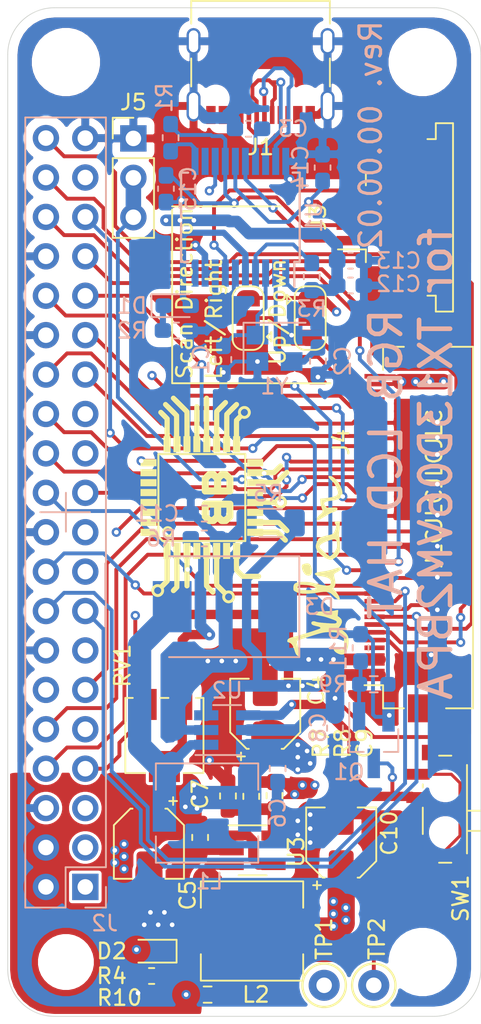
<source format=kicad_pcb>
(kicad_pcb (version 20171130) (host pcbnew "(5.1.9)-1")

  (general
    (thickness 1.6)
    (drawings 18)
    (tracks 755)
    (zones 0)
    (modules 53)
    (nets 71)
  )

  (page A4)
  (layers
    (0 F.Cu signal hide)
    (1 In1.Cu power hide)
    (2 In2.Cu power hide)
    (31 B.Cu signal)
    (32 B.Adhes user hide)
    (33 F.Adhes user hide)
    (34 B.Paste user hide)
    (35 F.Paste user hide)
    (36 B.SilkS user)
    (37 F.SilkS user)
    (38 B.Mask user hide)
    (39 F.Mask user hide)
    (40 Dwgs.User user hide)
    (41 Cmts.User user hide)
    (42 Eco1.User user hide)
    (43 Eco2.User user hide)
    (44 Edge.Cuts user)
    (45 Margin user hide)
    (46 B.CrtYd user)
    (47 F.CrtYd user hide)
    (48 B.Fab user hide)
    (49 F.Fab user hide)
  )

  (setup
    (last_trace_width 0.75)
    (user_trace_width 0.4)
    (user_trace_width 0.5)
    (user_trace_width 0.6)
    (user_trace_width 0.75)
    (user_trace_width 1)
    (user_trace_width 1.2)
    (user_trace_width 1.5)
    (user_trace_width 1.75)
    (user_trace_width 2)
    (user_trace_width 2.5)
    (trace_clearance 0.2)
    (zone_clearance 0.127)
    (zone_45_only no)
    (trace_min 0)
    (via_size 0.6)
    (via_drill 0.3)
    (via_min_size 0.4)
    (via_min_drill 0.3)
    (user_via 1.5 0.9)
    (user_via 2 1.8)
    (blind_buried_vias_allowed yes)
    (uvia_size 0.3)
    (uvia_drill 0.1)
    (uvias_allowed no)
    (uvia_min_size 0.2)
    (uvia_min_drill 0.1)
    (edge_width 0.05)
    (segment_width 0.2)
    (pcb_text_width 0.3)
    (pcb_text_size 1.5 1.5)
    (mod_edge_width 0.12)
    (mod_text_size 1 1)
    (mod_text_width 0.15)
    (pad_size 3.2 3.2)
    (pad_drill 3.2)
    (pad_to_mask_clearance 0.051)
    (solder_mask_min_width 0.25)
    (aux_axis_origin 0 0)
    (visible_elements 7FFFFFFF)
    (pcbplotparams
      (layerselection 0x010fc_ffffffff)
      (usegerberextensions true)
      (usegerberattributes false)
      (usegerberadvancedattributes false)
      (creategerberjobfile false)
      (excludeedgelayer true)
      (linewidth 0.100000)
      (plotframeref false)
      (viasonmask false)
      (mode 1)
      (useauxorigin false)
      (hpglpennumber 1)
      (hpglpenspeed 20)
      (hpglpendiameter 15.000000)
      (psnegative false)
      (psa4output false)
      (plotreference true)
      (plotvalue true)
      (plotinvisibletext false)
      (padsonsilk false)
      (subtractmaskfromsilk false)
      (outputformat 1)
      (mirror false)
      (drillshape 0)
      (scaleselection 1)
      (outputdirectory "Gerber/"))
  )

  (net 0 "")
  (net 1 GND)
  (net 2 "Net-(C1-Pad1)")
  (net 3 "Net-(C2-Pad1)")
  (net 4 "Net-(C3-Pad2)")
  (net 5 +5V)
  (net 6 LED+)
  (net 7 +3.3VP)
  (net 8 "Net-(C9-Pad2)")
  (net 9 "Net-(D1-Pad2)")
  (net 10 "Net-(D1-Pad1)")
  (net 11 "Net-(D2-Pad1)")
  (net 12 "Net-(D3-Pad2)")
  (net 13 VSYNC)
  (net 14 HSYNC)
  (net 15 Blue0)
  (net 16 Green2)
  (net 17 Green3)
  (net 18 Green5)
  (net 19 "Net-(J2-Pad12)")
  (net 20 "Net-(J2-Pad13)")
  (net 21 Red2)
  (net 22 Red3)
  (net 23 Red4)
  (net 24 Blue5)
  (net 25 Red5)
  (net 26 Blue4)
  (net 27 Blue3)
  (net 28 CLK)
  (net 29 DEN)
  (net 30 Blue1)
  (net 31 Blue2)
  (net 32 Green0)
  (net 33 Green1)
  (net 34 Green4)
  (net 35 "Net-(J2-Pad37)")
  (net 36 Red0)
  (net 37 Red1)
  (net 38 "Net-(J3-Pad1)")
  (net 39 "Net-(J3-Pad4)")
  (net 40 LED-)
  (net 41 "Net-(J4-Pad5)")
  (net 42 L_R)
  (net 43 U_D)
  (net 44 "Net-(L2-Pad1)")
  (net 45 "Net-(R1-Pad1)")
  (net 46 "Net-(R3-Pad2)")
  (net 47 "Net-(U1-Pad10)")
  (net 48 "Net-(U1-Pad12)")
  (net 49 RV2)
  (net 50 "Net-(J2-Pad1)")
  (net 51 "Net-(J2-Pad17)")
  (net 52 "Net-(J1-PadB5)")
  (net 53 "Net-(J1-PadA6)")
  (net 54 "Net-(J1-PadA8)")
  (net 55 "Net-(J1-PadA5)")
  (net 56 "Net-(J1-PadB8)")
  (net 57 "Net-(J1-PadA7)")
  (net 58 "Net-(J1-PadA4)")
  (net 59 "Net-(J2-Pad19)")
  (net 60 "Net-(J2-Pad23)")
  (net 61 BL_ENABLE)
  (net 62 "Net-(Q1-Pad1)")
  (net 63 "Net-(R10-Pad2)")
  (net 64 "Net-(C14-Pad2)")
  (net 65 "Net-(C15-Pad2)")
  (net 66 "Net-(U1-Pad6)")
  (net 67 "Net-(U1-Pad8)")
  (net 68 "Net-(U1-Pad9)")
  (net 69 "Net-(U1-Pad13)")
  (net 70 BL_CONTROLLER_EN)

  (net_class Default "Dies ist die voreingestellte Netzklasse."
    (clearance 0.2)
    (trace_width 0.25)
    (via_dia 0.6)
    (via_drill 0.3)
    (uvia_dia 0.3)
    (uvia_drill 0.1)
    (add_net +3.3VP)
    (add_net +5V)
    (add_net BL_CONTROLLER_EN)
    (add_net BL_ENABLE)
    (add_net Blue0)
    (add_net Blue1)
    (add_net Blue2)
    (add_net Blue3)
    (add_net Blue4)
    (add_net Blue5)
    (add_net CLK)
    (add_net DEN)
    (add_net GND)
    (add_net Green0)
    (add_net Green1)
    (add_net Green2)
    (add_net Green3)
    (add_net Green4)
    (add_net Green5)
    (add_net HSYNC)
    (add_net LED+)
    (add_net LED-)
    (add_net L_R)
    (add_net "Net-(C1-Pad1)")
    (add_net "Net-(C14-Pad2)")
    (add_net "Net-(C15-Pad2)")
    (add_net "Net-(C2-Pad1)")
    (add_net "Net-(C3-Pad2)")
    (add_net "Net-(C9-Pad2)")
    (add_net "Net-(D1-Pad1)")
    (add_net "Net-(D1-Pad2)")
    (add_net "Net-(D2-Pad1)")
    (add_net "Net-(D3-Pad2)")
    (add_net "Net-(J1-PadA4)")
    (add_net "Net-(J1-PadA5)")
    (add_net "Net-(J1-PadA6)")
    (add_net "Net-(J1-PadA7)")
    (add_net "Net-(J1-PadA8)")
    (add_net "Net-(J1-PadB5)")
    (add_net "Net-(J1-PadB8)")
    (add_net "Net-(J2-Pad1)")
    (add_net "Net-(J2-Pad12)")
    (add_net "Net-(J2-Pad13)")
    (add_net "Net-(J2-Pad17)")
    (add_net "Net-(J2-Pad19)")
    (add_net "Net-(J2-Pad23)")
    (add_net "Net-(J2-Pad37)")
    (add_net "Net-(J3-Pad1)")
    (add_net "Net-(J3-Pad4)")
    (add_net "Net-(J4-Pad5)")
    (add_net "Net-(L2-Pad1)")
    (add_net "Net-(Q1-Pad1)")
    (add_net "Net-(R1-Pad1)")
    (add_net "Net-(R10-Pad2)")
    (add_net "Net-(R3-Pad2)")
    (add_net "Net-(U1-Pad10)")
    (add_net "Net-(U1-Pad12)")
    (add_net "Net-(U1-Pad13)")
    (add_net "Net-(U1-Pad6)")
    (add_net "Net-(U1-Pad8)")
    (add_net "Net-(U1-Pad9)")
    (add_net RV2)
    (add_net Red0)
    (add_net Red1)
    (add_net Red2)
    (add_net Red3)
    (add_net Red4)
    (add_net Red5)
    (add_net U_D)
    (add_net VSYNC)
  )

  (module Resistor_SMD:R_1206_3216Metric_Pad1.30x1.75mm_HandSolder (layer B.Cu) (tedit 5F68FEEE) (tstamp 602FE446)
    (at 56.95 68.2)
    (descr "Resistor SMD 1206 (3216 Metric), square (rectangular) end terminal, IPC_7351 nominal with elongated pad for handsoldering. (Body size source: IPC-SM-782 page 72, https://www.pcb-3d.com/wordpress/wp-content/uploads/ipc-sm-782a_amendment_1_and_2.pdf), generated with kicad-footprint-generator")
    (tags "resistor handsolder")
    (path /605765BB)
    (attr smd)
    (fp_text reference R5 (at -0.15 -1.9) (layer B.SilkS)
      (effects (font (size 1 1) (thickness 0.15)) (justify mirror))
    )
    (fp_text value 1 (at 0 -1.43) (layer B.Fab)
      (effects (font (size 1 1) (thickness 0.15)) (justify mirror))
    )
    (fp_text user %R (at 0 0) (layer B.Fab)
      (effects (font (size 0.4 0.4) (thickness 0.06)) (justify mirror))
    )
    (fp_line (start -1.6 -0.8) (end -1.6 0.8) (layer B.Fab) (width 0.1))
    (fp_line (start -1.6 0.8) (end 1.6 0.8) (layer B.Fab) (width 0.1))
    (fp_line (start 1.6 0.8) (end 1.6 -0.8) (layer B.Fab) (width 0.1))
    (fp_line (start 1.6 -0.8) (end -1.6 -0.8) (layer B.Fab) (width 0.1))
    (fp_line (start -0.727064 0.91) (end 0.727064 0.91) (layer B.SilkS) (width 0.12))
    (fp_line (start -0.727064 -0.91) (end 0.727064 -0.91) (layer B.SilkS) (width 0.12))
    (fp_line (start -2.45 -1.12) (end -2.45 1.12) (layer B.CrtYd) (width 0.05))
    (fp_line (start -2.45 1.12) (end 2.45 1.12) (layer B.CrtYd) (width 0.05))
    (fp_line (start 2.45 1.12) (end 2.45 -1.12) (layer B.CrtYd) (width 0.05))
    (fp_line (start 2.45 -1.12) (end -2.45 -1.12) (layer B.CrtYd) (width 0.05))
    (pad 2 smd roundrect (at 1.55 0) (size 1.3 1.75) (layers B.Cu B.Paste B.Mask) (roundrect_rratio 0.192308)
      (net 40 LED-))
    (pad 1 smd roundrect (at -1.55 0) (size 1.3 1.75) (layers B.Cu B.Paste B.Mask) (roundrect_rratio 0.192308)
      (net 1 GND))
    (model ${KISYS3DMOD}/Resistor_SMD.3dshapes/R_1206_3216Metric.wrl
      (at (xyz 0 0 0))
      (scale (xyz 1 1 1))
      (rotate (xyz 0 0 0))
    )
  )

  (module Resistor_SMD:R_0603_1608Metric_Pad1.05x0.95mm_HandSolder (layer B.Cu) (tedit 5B301BBD) (tstamp 60337B54)
    (at 62.75 76.25 270)
    (descr "Resistor SMD 0603 (1608 Metric), square (rectangular) end terminal, IPC_7351 nominal with elongated pad for handsoldering. (Body size source: http://www.tortai-tech.com/upload/download/2011102023233369053.pdf), generated with kicad-footprint-generator")
    (tags "resistor handsolder")
    (path /603499A4)
    (attr smd)
    (fp_text reference R11 (at 0 1.43 90) (layer B.SilkS)
      (effects (font (size 1 1) (thickness 0.15)) (justify mirror))
    )
    (fp_text value 105k (at 0 -1.43 90) (layer B.Fab)
      (effects (font (size 1 1) (thickness 0.15)) (justify mirror))
    )
    (fp_line (start -0.8 -0.4) (end -0.8 0.4) (layer B.Fab) (width 0.1))
    (fp_line (start -0.8 0.4) (end 0.8 0.4) (layer B.Fab) (width 0.1))
    (fp_line (start 0.8 0.4) (end 0.8 -0.4) (layer B.Fab) (width 0.1))
    (fp_line (start 0.8 -0.4) (end -0.8 -0.4) (layer B.Fab) (width 0.1))
    (fp_line (start -0.171267 0.51) (end 0.171267 0.51) (layer B.SilkS) (width 0.12))
    (fp_line (start -0.171267 -0.51) (end 0.171267 -0.51) (layer B.SilkS) (width 0.12))
    (fp_line (start -1.65 -0.73) (end -1.65 0.73) (layer B.CrtYd) (width 0.05))
    (fp_line (start -1.65 0.73) (end 1.65 0.73) (layer B.CrtYd) (width 0.05))
    (fp_line (start 1.65 0.73) (end 1.65 -0.73) (layer B.CrtYd) (width 0.05))
    (fp_line (start 1.65 -0.73) (end -1.65 -0.73) (layer B.CrtYd) (width 0.05))
    (fp_text user %R (at 0 0 90) (layer B.Fab)
      (effects (font (size 0.4 0.4) (thickness 0.06)) (justify mirror))
    )
    (pad 2 smd roundrect (at 0.875 0 270) (size 1.05 0.95) (layers B.Cu B.Paste B.Mask) (roundrect_rratio 0.25)
      (net 62 "Net-(Q1-Pad1)"))
    (pad 1 smd roundrect (at -0.875 0 270) (size 1.05 0.95) (layers B.Cu B.Paste B.Mask) (roundrect_rratio 0.25)
      (net 1 GND))
    (model ${KISYS3DMOD}/Resistor_SMD.3dshapes/R_0603_1608Metric.wrl
      (at (xyz 0 0 0))
      (scale (xyz 1 1 1))
      (rotate (xyz 0 0 0))
    )
  )

  (module footprints:julian_logo_4mm (layer F.Cu) (tedit 0) (tstamp 6031F634)
    (at 60 71 90)
    (path /6032B777)
    (fp_text reference LOGO2 (at 0 0 90) (layer F.SilkS) hide
      (effects (font (size 1.524 1.524) (thickness 0.3)))
    )
    (fp_text value Logo (at 0.75 0 90) (layer F.SilkS) hide
      (effects (font (size 1.524 1.524) (thickness 0.3)))
    )
    (fp_poly (pts (xy -4.788827 -1.970094) (xy -4.722839 -1.951831) (xy -4.671129 -1.902911) (xy -4.637045 -1.848555)
      (xy -4.591626 -1.744633) (xy -4.559677 -1.630872) (xy -4.555936 -1.608666) (xy -4.541015 -1.536349)
      (xy -4.511601 -1.422065) (xy -4.470387 -1.274433) (xy -4.420067 -1.102069) (xy -4.363335 -0.91359)
      (xy -4.302883 -0.717615) (xy -4.241406 -0.52276) (xy -4.181596 -0.337643) (xy -4.126147 -0.170881)
      (xy -4.077752 -0.031091) (xy -4.039106 0.073108) (xy -4.0129 0.133101) (xy -4.009949 0.138168)
      (xy -3.971279 0.167589) (xy -3.930547 0.146476) (xy -3.893484 0.0802) (xy -3.872737 0.009567)
      (xy -3.833513 -0.156711) (xy -3.798864 -0.274991) (xy -3.764528 -0.35302) (xy -3.726242 -0.398548)
      (xy -3.679742 -0.419325) (xy -3.634574 -0.423333) (xy -3.581919 -0.39884) (xy -3.548621 -0.336888)
      (xy -3.540304 -0.254768) (xy -3.556501 -0.183444) (xy -3.580583 -0.111893) (xy -3.601333 -0.021187)
      (xy -3.619804 0.096401) (xy -3.637049 0.248597) (xy -3.654121 0.443127) (xy -3.668781 0.640378)
      (xy -3.681006 0.836552) (xy -3.685665 0.983382) (xy -3.681768 1.087583) (xy -3.668324 1.15587)
      (xy -3.644342 1.194961) (xy -3.608831 1.21157) (xy -3.584222 1.213556) (xy -3.55491 1.209433)
      (xy -3.528764 1.19209) (xy -3.501899 1.154065) (xy -3.47043 1.087899) (xy -3.430472 0.98613)
      (xy -3.37814 0.841296) (xy -3.352488 0.768541) (xy -3.294946 0.600828) (xy -3.25263 0.465079)
      (xy -3.220185 0.3407) (xy -3.192255 0.207097) (xy -3.163485 0.043676) (xy -3.162572 0.038209)
      (xy -3.139222 -0.087219) (xy -3.116954 -0.167552) (xy -3.091493 -0.213884) (xy -3.058564 -0.23731)
      (xy -3.056026 -0.238318) (xy -3.000476 -0.234623) (xy -2.965782 -0.2121) (xy -2.950173 -0.186993)
      (xy -2.937675 -0.141769) (xy -2.927592 -0.069383) (xy -2.91923 0.037207) (xy -2.911896 0.185046)
      (xy -2.904894 0.381175) (xy -2.903777 0.416882) (xy -2.896809 0.597994) (xy -2.88782 0.764211)
      (xy -2.87755 0.905666) (xy -2.866736 1.012493) (xy -2.856119 1.074824) (xy -2.853984 1.081338)
      (xy -2.830114 1.165802) (xy -2.822222 1.233151) (xy -2.822222 1.305516) (xy -3.20492 1.267806)
      (xy -3.293148 1.392975) (xy -3.392017 1.495428) (xy -3.505396 1.543507) (xy -3.632564 1.537193)
      (xy -3.772799 1.476461) (xy -3.867016 1.410658) (xy -3.972353 1.32723) (xy -4.081591 1.514019)
      (xy -4.190019 1.672171) (xy -4.311914 1.804109) (xy -4.436976 1.900115) (xy -4.540316 1.946842)
      (xy -4.669818 1.967728) (xy -4.833682 1.972032) (xy -5.012529 1.960439) (xy -5.186981 1.933633)
      (xy -5.237725 1.922197) (xy -5.424263 1.86131) (xy -5.560204 1.782007) (xy -5.648987 1.682179)
      (xy -5.659284 1.663703) (xy -5.683262 1.565731) (xy -5.672599 1.448361) (xy -5.633758 1.324323)
      (xy -5.573205 1.206346) (xy -5.497402 1.10716) (xy -5.412813 1.039494) (xy -5.330385 1.016)
      (xy -5.267219 1.025241) (xy -5.23527 1.044144) (xy -5.238366 1.080948) (xy -5.261507 1.155178)
      (xy -5.300229 1.253419) (xy -5.319584 1.297547) (xy -5.369723 1.414339) (xy -5.395988 1.493128)
      (xy -5.401348 1.545564) (xy -5.391296 1.578853) (xy -5.334878 1.633233) (xy -5.232075 1.669479)
      (xy -5.080418 1.688105) (xy -4.877442 1.689623) (xy -4.861032 1.689095) (xy -4.574601 1.679223)
      (xy -4.463166 1.570351) (xy -4.37356 1.467372) (xy -4.308929 1.352945) (xy -4.26613 1.216535)
      (xy -4.242024 1.047608) (xy -4.233469 0.835628) (xy -4.233333 0.799469) (xy -4.235109 0.658807)
      (xy -4.24177 0.532296) (xy -4.255314 0.410407) (xy -4.277741 0.283607) (xy -4.311049 0.142365)
      (xy -4.357238 -0.022848) (xy -4.418306 -0.221565) (xy -4.496253 -0.463316) (xy -4.501635 -0.479777)
      (xy -4.555881 -0.647118) (xy -4.607606 -0.80939) (xy -4.652629 -0.953282) (xy -4.686769 -1.065484)
      (xy -4.70105 -1.114777) (xy -4.731464 -1.21814) (xy -4.762028 -1.290091) (xy -4.80188 -1.333512)
      (xy -4.860158 -1.351287) (xy -4.946 -1.346296) (xy -5.068541 -1.321424) (xy -5.229435 -1.281456)
      (xy -5.406633 -1.236498) (xy -5.537071 -1.204033) (xy -5.628705 -1.182691) (xy -5.689491 -1.171103)
      (xy -5.727383 -1.167901) (xy -5.750339 -1.171714) (xy -5.766314 -1.181175) (xy -5.774287 -1.187692)
      (xy -5.796426 -1.21802) (xy -5.787382 -1.260599) (xy -5.76409 -1.304037) (xy -5.727292 -1.356737)
      (xy -5.679438 -1.399505) (xy -5.610057 -1.437922) (xy -5.508677 -1.477572) (xy -5.364828 -1.524038)
      (xy -5.333556 -1.533575) (xy -5.14987 -1.603338) (xy -5.017759 -1.686886) (xy -4.933372 -1.787321)
      (xy -4.896881 -1.885428) (xy -4.877582 -1.948637) (xy -4.843754 -1.971216) (xy -4.788827 -1.970094)) (layer F.SilkS) (width 0.01))
    (fp_poly (pts (xy 3.080878 -0.066975) (xy 3.170989 -0.021914) (xy 3.269914 0.061914) (xy 3.351241 0.155256)
      (xy 3.422317 0.241114) (xy 3.482992 0.290236) (xy 3.548141 0.305645) (xy 3.632641 0.290364)
      (xy 3.751366 0.247417) (xy 3.769378 0.240244) (xy 3.985618 0.17928) (xy 4.152592 0.162633)
      (xy 4.360334 0.155223) (xy 4.367617 0.282223) (xy 4.379332 0.405958) (xy 4.400584 0.560889)
      (xy 4.428004 0.727206) (xy 4.458223 0.8851) (xy 4.487871 1.014764) (xy 4.499122 1.055308)
      (xy 4.547168 1.177051) (xy 4.609111 1.257051) (xy 4.690753 1.296407) (xy 4.797896 1.296222)
      (xy 4.936342 1.257596) (xy 5.111894 1.18163) (xy 5.126786 1.174425) (xy 5.263786 1.103316)
      (xy 5.367329 1.036283) (xy 5.457206 0.958672) (xy 5.546027 0.863981) (xy 5.650552 0.757016)
      (xy 5.73337 0.695448) (xy 5.791979 0.679285) (xy 5.823874 0.708537) (xy 5.826549 0.783212)
      (xy 5.809552 0.86304) (xy 5.754074 0.978888) (xy 5.654328 1.103122) (xy 5.520067 1.227758)
      (xy 5.361042 1.344808) (xy 5.187003 1.44629) (xy 5.007703 1.524217) (xy 4.997971 1.52763)
      (xy 4.869816 1.561187) (xy 4.736254 1.578377) (xy 4.612135 1.579107) (xy 4.512308 1.563284)
      (xy 4.45184 1.531056) (xy 4.379938 1.421458) (xy 4.317203 1.269108) (xy 4.268103 1.0875)
      (xy 4.237104 0.890131) (xy 4.235999 0.878946) (xy 4.210792 0.679589) (xy 4.177285 0.534196)
      (xy 4.133555 0.440649) (xy 4.077679 0.396827) (xy 4.007735 0.400613) (xy 3.921799 0.449888)
      (xy 3.878707 0.485187) (xy 3.776116 0.575263) (xy 3.786003 0.898351) (xy 3.789218 1.042015)
      (xy 3.787794 1.139317) (xy 3.780749 1.200222) (xy 3.7671 1.234694) (xy 3.751369 1.24956)
      (xy 3.68929 1.259407) (xy 3.622932 1.22186) (xy 3.560782 1.144507) (xy 3.511325 1.034935)
      (xy 3.511319 1.034918) (xy 3.477306 0.938092) (xy 3.438374 0.844642) (xy 3.389027 0.743869)
      (xy 3.323768 0.625074) (xy 3.237101 0.477559) (xy 3.157201 0.345663) (xy 3.084875 0.224341)
      (xy 3.024806 0.118153) (xy 2.982584 0.037384) (xy 2.963796 -0.00768) (xy 2.963334 -0.011151)
      (xy 2.986201 -0.054093) (xy 3.008242 -0.067638) (xy 3.080878 -0.066975)) (layer F.SilkS) (width 0.01))
    (fp_poly (pts (xy -1.264991 -1.571908) (xy -1.1737 -1.541783) (xy -1.106779 -1.483294) (xy -1.059374 -1.389667)
      (xy -1.026632 -1.254127) (xy -1.003701 -1.069899) (xy -1.00138 -1.044222) (xy -0.997108 -0.832483)
      (xy -1.015768 -0.597032) (xy -1.054279 -0.364247) (xy -1.101981 -0.183042) (xy -1.155026 0.005024)
      (xy -1.198532 0.207975) (xy -1.228658 0.404473) (xy -1.241564 0.573179) (xy -1.241777 0.593549)
      (xy -1.230038 0.716595) (xy -1.190202 0.7948) (xy -1.115347 0.835647) (xy -1.007549 0.846667)
      (xy -0.899347 0.824738) (xy -0.809259 0.757527) (xy -0.736131 0.642899) (xy -0.678812 0.47872)
      (xy -0.636148 0.262853) (xy -0.619111 0.127) (xy -0.597828 -0.022549) (xy -0.569522 -0.122207)
      (xy -0.53136 -0.178371) (xy -0.480507 -0.19744) (xy -0.475376 -0.197555) (xy -0.445664 -0.178877)
      (xy -0.41774 -0.120039) (xy -0.390455 -0.016833) (xy -0.36266 0.134945) (xy -0.337576 0.306755)
      (xy -0.289932 0.590322) (xy -0.227471 0.855127) (xy -0.187504 0.987778) (xy -0.13212 1.160202)
      (xy -0.096541 1.286668) (xy -0.080288 1.373894) (xy -0.082881 1.428595) (xy -0.103842 1.45749)
      (xy -0.142692 1.467294) (xy -0.1533 1.467556) (xy -0.22648 1.441357) (xy -0.276615 1.389945)
      (xy -0.324998 1.313767) (xy -0.377202 1.221026) (xy -0.389363 1.197557) (xy -0.437612 1.108748)
      (xy -0.482142 1.055297) (xy -0.536576 1.032592) (xy -0.614539 1.036025) (xy -0.729653 1.060984)
      (xy -0.766037 1.070098) (xy -0.932791 1.107763) (xy -1.060805 1.124116) (xy -1.163731 1.118852)
      (xy -1.25522 1.091661) (xy -1.323046 1.057553) (xy -1.446648 0.986896) (xy -1.577046 1.108494)
      (xy -1.696964 1.20939) (xy -1.819766 1.293887) (xy -1.936423 1.357716) (xy -2.037905 1.396607)
      (xy -2.115181 1.406292) (xy -2.158647 1.383461) (xy -2.1515 1.347641) (xy -2.114786 1.281794)
      (xy -2.056921 1.19764) (xy -1.986323 1.106902) (xy -1.91141 1.021301) (xy -1.864998 0.974541)
      (xy -1.744044 0.837686) (xy -1.67154 0.694314) (xy -1.640386 0.527914) (xy -1.637926 0.44653)
      (xy -1.645205 0.304649) (xy -1.662997 0.149247) (xy -1.681755 0.042334) (xy -1.69999 -0.061407)
      (xy -1.719267 -0.203864) (xy -1.737458 -0.367399) (xy -1.752436 -0.534374) (xy -1.754301 -0.558996)
      (xy -1.763345 -0.743793) (xy -1.537241 -0.743793) (xy -1.537201 -0.691444) (xy -1.534652 -0.495816)
      (xy -1.526936 -0.350305) (xy -1.512514 -0.248701) (xy -1.489848 -0.184793) (xy -1.457398 -0.152371)
      (xy -1.413625 -0.145226) (xy -1.402146 -0.146454) (xy -1.36486 -0.162875) (xy -1.331816 -0.207428)
      (xy -1.296419 -0.290812) (xy -1.274991 -0.352777) (xy -1.230449 -0.526124) (xy -1.202587 -0.732415)
      (xy -1.193702 -0.861983) (xy -1.187422 -0.999083) (xy -1.186175 -1.092285) (xy -1.19165 -1.154037)
      (xy -1.205535 -1.196786) (xy -1.229517 -1.232979) (xy -1.246808 -1.253655) (xy -1.319214 -1.310038)
      (xy -1.38974 -1.310357) (xy -1.456512 -1.254992) (xy -1.489031 -1.2045) (xy -1.508803 -1.159033)
      (xy -1.522561 -1.100333) (xy -1.531254 -1.018296) (xy -1.535831 -0.902818) (xy -1.537241 -0.743793)
      (xy -1.763345 -0.743793) (xy -1.766071 -0.799488) (xy -1.761075 -0.996974) (xy -1.737615 -1.162845)
      (xy -1.693991 -1.308494) (xy -1.628502 -1.445311) (xy -1.61978 -1.4605) (xy -1.578209 -1.527689)
      (xy -1.541126 -1.563484) (xy -1.489218 -1.57777) (xy -1.403177 -1.580436) (xy -1.385505 -1.580444)
      (xy -1.264991 -1.571908)) (layer F.SilkS) (width 0.01))
    (fp_poly (pts (xy 1.490546 -0.092159) (xy 1.540756 -0.070555) (xy 1.626628 -0.032911) (xy 1.691856 -0.007314)
      (xy 1.718018 0) (xy 1.768271 0.026789) (xy 1.822616 0.10237) (xy 1.877846 0.219563)
      (xy 1.930755 0.371191) (xy 1.978136 0.550073) (xy 1.991851 0.61308) (xy 2.028365 0.776319)
      (xy 2.065361 0.894598) (xy 2.11132 0.978831) (xy 2.174724 1.039932) (xy 2.264055 1.088816)
      (xy 2.387796 1.136396) (xy 2.40255 1.141559) (xy 2.520738 1.175676) (xy 2.607438 1.180223)
      (xy 2.67974 1.154374) (xy 2.720468 1.126188) (xy 2.781901 1.089732) (xy 2.830286 1.080553)
      (xy 2.83315 1.081429) (xy 2.866454 1.120195) (xy 2.889101 1.193826) (xy 2.896634 1.281084)
      (xy 2.888779 1.346441) (xy 2.870978 1.417367) (xy 2.599656 1.401458) (xy 2.457137 1.391102)
      (xy 2.313376 1.377345) (xy 2.192921 1.362635) (xy 2.160974 1.357741) (xy 2.047168 1.344106)
      (xy 1.963556 1.349379) (xy 1.896472 1.370523) (xy 1.831206 1.388663) (xy 1.732027 1.401097)
      (xy 1.591808 1.408375) (xy 1.403422 1.411051) (xy 1.372387 1.411089) (xy 1.202624 1.410248)
      (xy 1.078215 1.406947) (xy 0.988083 1.399988) (xy 0.92115 1.388172) (xy 0.86634 1.3703)
      (xy 0.826091 1.351988) (xy 0.677902 1.249429) (xy 0.548259 1.101204) (xy 0.477068 0.982466)
      (xy 0.437738 0.863634) (xy 0.439007 0.769079) (xy 0.649111 0.769079) (xy 0.670799 0.821148)
      (xy 0.728653 0.894184) (xy 0.811859 0.977869) (xy 0.909603 1.061886) (xy 1.011071 1.135915)
      (xy 1.072445 1.173002) (xy 1.149778 1.209947) (xy 1.224081 1.229805) (xy 1.316605 1.236407)
      (xy 1.415291 1.234813) (xy 1.540582 1.226779) (xy 1.623566 1.210843) (xy 1.678176 1.183916)
      (xy 1.690458 1.173825) (xy 1.727371 1.129107) (xy 1.744574 1.072589) (xy 1.741733 0.994052)
      (xy 1.718517 0.883274) (xy 1.676179 0.735234) (xy 1.60015 0.515466) (xy 1.520128 0.339169)
      (xy 1.438077 0.208999) (xy 1.355962 0.12761) (xy 1.275747 0.097658) (xy 1.215142 0.11204)
      (xy 1.166433 0.149534) (xy 1.094913 0.218613) (xy 1.00891 0.309611) (xy 0.916752 0.412862)
      (xy 0.826766 0.518699) (xy 0.747279 0.617455) (xy 0.686619 0.699466) (xy 0.653113 0.755063)
      (xy 0.649111 0.769079) (xy 0.439007 0.769079) (xy 0.43945 0.736074) (xy 0.483882 0.594533)
      (xy 0.572715 0.433756) (xy 0.707629 0.248492) (xy 0.714494 0.239889) (xy 0.824694 0.110291)
      (xy 0.920787 0.017784) (xy 1.016478 -0.049658) (xy 1.086556 -0.086508) (xy 1.218092 -0.13089)
      (xy 1.347253 -0.132966) (xy 1.490546 -0.092159)) (layer F.SilkS) (width 0.01))
    (fp_poly (pts (xy 0.050358 -1.037212) (xy 0.096866 -1.007816) (xy 0.125468 -0.962518) (xy 0.170237 -0.840931)
      (xy 0.188566 -0.712649) (xy 0.177518 -0.601655) (xy 0.171788 -0.584325) (xy 0.115864 -0.51127)
      (xy 0.017613 -0.453204) (xy -0.110047 -0.413548) (xy -0.254195 -0.395723) (xy -0.401914 -0.40315)
      (xy -0.465666 -0.415533) (xy -0.541773 -0.448079) (xy -0.581164 -0.506747) (xy -0.59266 -0.604905)
      (xy -0.592666 -0.608068) (xy -0.577767 -0.717316) (xy -0.525117 -0.809446) (xy -0.516034 -0.820519)
      (xy -0.420936 -0.902808) (xy -0.292419 -0.97456) (xy -0.153509 -1.025216) (xy -0.028142 -1.044222)
      (xy 0.050358 -1.037212)) (layer F.SilkS) (width 0.01))
  )

  (module TestPoint:TestPoint_Keystone_5000-5004_Miniature (layer F.Cu) (tedit 5A0F774F) (tstamp 6032B1DF)
    (at 63.6 98)
    (descr "Keystone Miniature THM Test Point 5000-5004, http://www.keyelco.com/product-pdf.cfm?p=1309")
    (tags "Through Hole Mount Test Points")
    (path /611790C2)
    (fp_text reference TP2 (at 0.2 -3 90) (layer F.SilkS)
      (effects (font (size 1 1) (thickness 0.15)))
    )
    (fp_text value BG_LEDS (at 0 2.5) (layer F.Fab)
      (effects (font (size 1 1) (thickness 0.15)))
    )
    (fp_circle (center 0 0) (end 1.4 0) (layer F.SilkS) (width 0.15))
    (fp_circle (center 0 0) (end 1.25 0) (layer F.Fab) (width 0.15))
    (fp_circle (center 0 0) (end 1.65 0) (layer F.CrtYd) (width 0.05))
    (fp_line (start -0.75 0.25) (end -0.75 -0.25) (layer F.Fab) (width 0.15))
    (fp_line (start 0.75 0.25) (end -0.75 0.25) (layer F.Fab) (width 0.15))
    (fp_line (start 0.75 -0.25) (end 0.75 0.25) (layer F.Fab) (width 0.15))
    (fp_line (start -0.75 -0.25) (end 0.75 -0.25) (layer F.Fab) (width 0.15))
    (fp_text user %R (at 0 -2.5) (layer F.Fab)
      (effects (font (size 1 1) (thickness 0.15)))
    )
    (pad 1 thru_hole circle (at 0 0) (size 2 2) (drill 1) (layers *.Cu *.Mask)
      (net 6 LED+))
    (model ${KISYS3DMOD}/TestPoint.3dshapes/TestPoint_Keystone_5000-5004_Miniature.wrl
      (at (xyz 0 0 0))
      (scale (xyz 1 1 1))
      (rotate (xyz 0 0 0))
    )
  )

  (module TestPoint:TestPoint_Keystone_5000-5004_Miniature (layer F.Cu) (tedit 5A0F774F) (tstamp 603297A7)
    (at 60.4 98)
    (descr "Keystone Miniature THM Test Point 5000-5004, http://www.keyelco.com/product-pdf.cfm?p=1309")
    (tags "Through Hole Mount Test Points")
    (path /60E25800)
    (fp_text reference TP1 (at 0 -3 90) (layer F.SilkS)
      (effects (font (size 1 1) (thickness 0.15)))
    )
    (fp_text value 3V3_DISPLAY (at 0 2.5) (layer F.Fab)
      (effects (font (size 1 1) (thickness 0.15)))
    )
    (fp_circle (center 0 0) (end 1.4 0) (layer F.SilkS) (width 0.15))
    (fp_circle (center 0 0) (end 1.25 0) (layer F.Fab) (width 0.15))
    (fp_circle (center 0 0) (end 1.65 0) (layer F.CrtYd) (width 0.05))
    (fp_line (start -0.75 0.25) (end -0.75 -0.25) (layer F.Fab) (width 0.15))
    (fp_line (start 0.75 0.25) (end -0.75 0.25) (layer F.Fab) (width 0.15))
    (fp_line (start 0.75 -0.25) (end 0.75 0.25) (layer F.Fab) (width 0.15))
    (fp_line (start -0.75 -0.25) (end 0.75 -0.25) (layer F.Fab) (width 0.15))
    (fp_text user %R (at 0 -2.5) (layer F.Fab)
      (effects (font (size 1 1) (thickness 0.15)))
    )
    (pad 1 thru_hole circle (at 0 0) (size 2 2) (drill 1) (layers *.Cu *.Mask)
      (net 7 +3.3VP))
    (model ${KISYS3DMOD}/TestPoint.3dshapes/TestPoint_Keystone_5000-5004_Miniature.wrl
      (at (xyz 0 0 0))
      (scale (xyz 1 1 1))
      (rotate (xyz 0 0 0))
    )
  )

  (module Resistor_SMD:R_0603_1608Metric_Pad0.98x0.95mm_HandSolder (layer F.Cu) (tedit 5F68FEEE) (tstamp 60325E52)
    (at 52.8875 98.6)
    (descr "Resistor SMD 0603 (1608 Metric), square (rectangular) end terminal, IPC_7351 nominal with elongated pad for handsoldering. (Body size source: IPC-SM-782 page 72, https://www.pcb-3d.com/wordpress/wp-content/uploads/ipc-sm-782a_amendment_1_and_2.pdf), generated with kicad-footprint-generator")
    (tags "resistor handsolder")
    (path /60C60D4C)
    (attr smd)
    (fp_text reference R10 (at -5.6875 0.2) (layer F.SilkS)
      (effects (font (size 1 1) (thickness 0.15)))
    )
    (fp_text value 105k (at 0 1.43) (layer F.Fab)
      (effects (font (size 1 1) (thickness 0.15)))
    )
    (fp_line (start 1.65 0.73) (end -1.65 0.73) (layer F.CrtYd) (width 0.05))
    (fp_line (start 1.65 -0.73) (end 1.65 0.73) (layer F.CrtYd) (width 0.05))
    (fp_line (start -1.65 -0.73) (end 1.65 -0.73) (layer F.CrtYd) (width 0.05))
    (fp_line (start -1.65 0.73) (end -1.65 -0.73) (layer F.CrtYd) (width 0.05))
    (fp_line (start -0.254724 0.5225) (end 0.254724 0.5225) (layer F.SilkS) (width 0.12))
    (fp_line (start -0.254724 -0.5225) (end 0.254724 -0.5225) (layer F.SilkS) (width 0.12))
    (fp_line (start 0.8 0.4125) (end -0.8 0.4125) (layer F.Fab) (width 0.1))
    (fp_line (start 0.8 -0.4125) (end 0.8 0.4125) (layer F.Fab) (width 0.1))
    (fp_line (start -0.8 -0.4125) (end 0.8 -0.4125) (layer F.Fab) (width 0.1))
    (fp_line (start -0.8 0.4125) (end -0.8 -0.4125) (layer F.Fab) (width 0.1))
    (fp_text user %R (at 0 0) (layer F.Fab)
      (effects (font (size 0.4 0.4) (thickness 0.06)))
    )
    (pad 2 smd roundrect (at 0.9125 0) (size 0.975 0.95) (layers F.Cu F.Paste F.Mask) (roundrect_rratio 0.25)
      (net 63 "Net-(R10-Pad2)"))
    (pad 1 smd roundrect (at -0.9125 0) (size 0.975 0.95) (layers F.Cu F.Paste F.Mask) (roundrect_rratio 0.25)
      (net 5 +5V))
    (model ${KISYS3DMOD}/Resistor_SMD.3dshapes/R_0603_1608Metric.wrl
      (at (xyz 0 0 0))
      (scale (xyz 1 1 1))
      (rotate (xyz 0 0 0))
    )
  )

  (module Resistor_SMD:R_0603_1608Metric_Pad0.98x0.95mm_HandSolder (layer B.Cu) (tedit 5F68FEEE) (tstamp 60325E41)
    (at 63.6 78.6)
    (descr "Resistor SMD 0603 (1608 Metric), square (rectangular) end terminal, IPC_7351 nominal with elongated pad for handsoldering. (Body size source: IPC-SM-782 page 72, https://www.pcb-3d.com/wordpress/wp-content/uploads/ipc-sm-782a_amendment_1_and_2.pdf), generated with kicad-footprint-generator")
    (tags "resistor handsolder")
    (path /60CA8B3D)
    (attr smd)
    (fp_text reference R9 (at -2.6 0) (layer B.SilkS)
      (effects (font (size 1 1) (thickness 0.15)) (justify mirror))
    )
    (fp_text value 1k5 (at 0 -1.43) (layer B.Fab)
      (effects (font (size 1 1) (thickness 0.15)) (justify mirror))
    )
    (fp_line (start 1.65 -0.73) (end -1.65 -0.73) (layer B.CrtYd) (width 0.05))
    (fp_line (start 1.65 0.73) (end 1.65 -0.73) (layer B.CrtYd) (width 0.05))
    (fp_line (start -1.65 0.73) (end 1.65 0.73) (layer B.CrtYd) (width 0.05))
    (fp_line (start -1.65 -0.73) (end -1.65 0.73) (layer B.CrtYd) (width 0.05))
    (fp_line (start -0.254724 -0.5225) (end 0.254724 -0.5225) (layer B.SilkS) (width 0.12))
    (fp_line (start -0.254724 0.5225) (end 0.254724 0.5225) (layer B.SilkS) (width 0.12))
    (fp_line (start 0.8 -0.4125) (end -0.8 -0.4125) (layer B.Fab) (width 0.1))
    (fp_line (start 0.8 0.4125) (end 0.8 -0.4125) (layer B.Fab) (width 0.1))
    (fp_line (start -0.8 0.4125) (end 0.8 0.4125) (layer B.Fab) (width 0.1))
    (fp_line (start -0.8 -0.4125) (end -0.8 0.4125) (layer B.Fab) (width 0.1))
    (fp_text user %R (at 0 0) (layer B.Fab)
      (effects (font (size 0.4 0.4) (thickness 0.06)) (justify mirror))
    )
    (pad 2 smd roundrect (at 0.9125 0) (size 0.975 0.95) (layers B.Cu B.Paste B.Mask) (roundrect_rratio 0.25)
      (net 61 BL_ENABLE))
    (pad 1 smd roundrect (at -0.9125 0) (size 0.975 0.95) (layers B.Cu B.Paste B.Mask) (roundrect_rratio 0.25)
      (net 62 "Net-(Q1-Pad1)"))
    (model ${KISYS3DMOD}/Resistor_SMD.3dshapes/R_0603_1608Metric.wrl
      (at (xyz 0 0 0))
      (scale (xyz 1 1 1))
      (rotate (xyz 0 0 0))
    )
  )

  (module Package_TO_SOT_SMD:SOT-23_Handsoldering (layer B.Cu) (tedit 5A0AB76C) (tstamp 60325D30)
    (at 63.6 82.2 270)
    (descr "SOT-23, Handsoldering")
    (tags SOT-23)
    (path /60D15588)
    (attr smd)
    (fp_text reference Q1 (at 2.05 1.6) (layer B.SilkS)
      (effects (font (size 1 1) (thickness 0.15)) (justify mirror))
    )
    (fp_text value ATM7002KNSA (at 0 -2.5 270) (layer B.Fab)
      (effects (font (size 1 1) (thickness 0.15)) (justify mirror))
    )
    (fp_line (start 0.76 -1.58) (end -0.7 -1.58) (layer B.SilkS) (width 0.12))
    (fp_line (start -0.7 -1.52) (end 0.7 -1.52) (layer B.Fab) (width 0.1))
    (fp_line (start 0.7 1.52) (end 0.7 -1.52) (layer B.Fab) (width 0.1))
    (fp_line (start -0.7 0.95) (end -0.15 1.52) (layer B.Fab) (width 0.1))
    (fp_line (start -0.15 1.52) (end 0.7 1.52) (layer B.Fab) (width 0.1))
    (fp_line (start -0.7 0.95) (end -0.7 -1.5) (layer B.Fab) (width 0.1))
    (fp_line (start 0.76 1.58) (end -2.4 1.58) (layer B.SilkS) (width 0.12))
    (fp_line (start -2.7 -1.75) (end -2.7 1.75) (layer B.CrtYd) (width 0.05))
    (fp_line (start 2.7 -1.75) (end -2.7 -1.75) (layer B.CrtYd) (width 0.05))
    (fp_line (start 2.7 1.75) (end 2.7 -1.75) (layer B.CrtYd) (width 0.05))
    (fp_line (start -2.7 1.75) (end 2.7 1.75) (layer B.CrtYd) (width 0.05))
    (fp_line (start 0.76 1.58) (end 0.76 0.65) (layer B.SilkS) (width 0.12))
    (fp_line (start 0.76 -1.58) (end 0.76 -0.65) (layer B.SilkS) (width 0.12))
    (fp_text user %R (at 0 0) (layer B.Fab)
      (effects (font (size 0.5 0.5) (thickness 0.075)) (justify mirror))
    )
    (pad 3 smd rect (at 1.5 0 270) (size 1.9 0.8) (layers B.Cu B.Paste B.Mask)
      (net 70 BL_CONTROLLER_EN))
    (pad 2 smd rect (at -1.5 -0.95 270) (size 1.9 0.8) (layers B.Cu B.Paste B.Mask)
      (net 1 GND))
    (pad 1 smd rect (at -1.5 0.95 270) (size 1.9 0.8) (layers B.Cu B.Paste B.Mask)
      (net 62 "Net-(Q1-Pad1)"))
    (model ${KISYS3DMOD}/Package_TO_SOT_SMD.3dshapes/SOT-23.wrl
      (at (xyz 0 0 0))
      (scale (xyz 1 1 1))
      (rotate (xyz 0 0 0))
    )
  )

  (module Jumper:SolderJumper-3_P1.3mm_Bridged12_RoundedPad1.0x1.5mm (layer F.Cu) (tedit 5C745321) (tstamp 6031CC27)
    (at 59.5 55 270)
    (descr "SMD Solder 3-pad Jumper, 1x1.5mm rounded Pads, 0.3mm gap, pads 1-2 bridged with 1 copper strip")
    (tags "solder jumper open")
    (path /608943E0)
    (attr virtual)
    (fp_text reference JP2 (at 0 -1.8 90) (layer F.SilkS) hide
      (effects (font (size 1 1) (thickness 0.15)))
    )
    (fp_text value Jumper_3_Bridged12 (at 0 1.9 90) (layer F.Fab)
      (effects (font (size 1 1) (thickness 0.15)))
    )
    (fp_poly (pts (xy -0.9 -0.3) (xy -0.4 -0.3) (xy -0.4 0.3) (xy -0.9 0.3)) (layer F.Cu) (width 0))
    (fp_line (start 2.3 1.25) (end -2.3 1.25) (layer F.CrtYd) (width 0.05))
    (fp_line (start 2.3 1.25) (end 2.3 -1.25) (layer F.CrtYd) (width 0.05))
    (fp_line (start -2.3 -1.25) (end -2.3 1.25) (layer F.CrtYd) (width 0.05))
    (fp_line (start -2.3 -1.25) (end 2.3 -1.25) (layer F.CrtYd) (width 0.05))
    (fp_line (start -1.4 -1) (end 1.4 -1) (layer F.SilkS) (width 0.12))
    (fp_line (start 2.05 -0.3) (end 2.05 0.3) (layer F.SilkS) (width 0.12))
    (fp_line (start 1.4 1) (end -1.4 1) (layer F.SilkS) (width 0.12))
    (fp_line (start -2.05 0.3) (end -2.05 -0.3) (layer F.SilkS) (width 0.12))
    (fp_line (start -1.2 1.2) (end -1.5 1.5) (layer F.SilkS) (width 0.12))
    (fp_line (start -1.5 1.5) (end -0.9 1.5) (layer F.SilkS) (width 0.12))
    (fp_line (start -1.2 1.2) (end -0.9 1.5) (layer F.SilkS) (width 0.12))
    (fp_arc (start -1.35 -0.3) (end -1.35 -1) (angle -90) (layer F.SilkS) (width 0.12))
    (fp_arc (start -1.35 0.3) (end -2.05 0.3) (angle -90) (layer F.SilkS) (width 0.12))
    (fp_arc (start 1.35 0.3) (end 1.35 1) (angle -90) (layer F.SilkS) (width 0.12))
    (fp_arc (start 1.35 -0.3) (end 2.05 -0.3) (angle -90) (layer F.SilkS) (width 0.12))
    (pad 1 smd custom (at -1.3 0 270) (size 1 0.5) (layers F.Cu F.Mask)
      (net 7 +3.3VP) (zone_connect 2)
      (options (clearance outline) (anchor rect))
      (primitives
        (gr_circle (center 0 0.25) (end 0.5 0.25) (width 0))
        (gr_circle (center 0 -0.25) (end 0.5 -0.25) (width 0))
        (gr_poly (pts
           (xy 0.55 -0.75) (xy 0 -0.75) (xy 0 0.75) (xy 0.55 0.75)) (width 0))
      ))
    (pad 2 smd rect (at 0 0 270) (size 1 1.5) (layers F.Cu F.Mask)
      (net 43 U_D))
    (pad 3 smd custom (at 1.3 0 270) (size 1 0.5) (layers F.Cu F.Mask)
      (net 1 GND) (zone_connect 2)
      (options (clearance outline) (anchor rect))
      (primitives
        (gr_circle (center 0 0.25) (end 0.5 0.25) (width 0))
        (gr_circle (center 0 -0.25) (end 0.5 -0.25) (width 0))
        (gr_poly (pts
           (xy -0.55 -0.75) (xy 0 -0.75) (xy 0 0.75) (xy -0.55 0.75)) (width 0))
      ))
  )

  (module Jumper:SolderJumper-3_P1.3mm_Bridged12_RoundedPad1.0x1.5mm (layer F.Cu) (tedit 5C745321) (tstamp 607830C6)
    (at 55.5 55 90)
    (descr "SMD Solder 3-pad Jumper, 1x1.5mm rounded Pads, 0.3mm gap, pads 1-2 bridged with 1 copper strip")
    (tags "solder jumper open")
    (path /60892CAD)
    (attr virtual)
    (fp_text reference JP1 (at 0 -1.8 90) (layer F.SilkS) hide
      (effects (font (size 1 1) (thickness 0.15)))
    )
    (fp_text value Jumper_3_Bridged12 (at 0 1.9 90) (layer F.Fab)
      (effects (font (size 1 1) (thickness 0.15)))
    )
    (fp_poly (pts (xy -0.9 -0.3) (xy -0.4 -0.3) (xy -0.4 0.3) (xy -0.9 0.3)) (layer F.Cu) (width 0))
    (fp_line (start 2.3 1.25) (end -2.3 1.25) (layer F.CrtYd) (width 0.05))
    (fp_line (start 2.3 1.25) (end 2.3 -1.25) (layer F.CrtYd) (width 0.05))
    (fp_line (start -2.3 -1.25) (end -2.3 1.25) (layer F.CrtYd) (width 0.05))
    (fp_line (start -2.3 -1.25) (end 2.3 -1.25) (layer F.CrtYd) (width 0.05))
    (fp_line (start -1.4 -1) (end 1.4 -1) (layer F.SilkS) (width 0.12))
    (fp_line (start 2.05 -0.3) (end 2.05 0.3) (layer F.SilkS) (width 0.12))
    (fp_line (start 1.4 1) (end -1.4 1) (layer F.SilkS) (width 0.12))
    (fp_line (start -2.05 0.3) (end -2.05 -0.3) (layer F.SilkS) (width 0.12))
    (fp_line (start -1.2 1.2) (end -1.5 1.5) (layer F.SilkS) (width 0.12))
    (fp_line (start -1.5 1.5) (end -0.9 1.5) (layer F.SilkS) (width 0.12))
    (fp_line (start -1.2 1.2) (end -0.9 1.5) (layer F.SilkS) (width 0.12))
    (fp_arc (start -1.35 -0.3) (end -1.35 -1) (angle -90) (layer F.SilkS) (width 0.12))
    (fp_arc (start -1.35 0.3) (end -2.05 0.3) (angle -90) (layer F.SilkS) (width 0.12))
    (fp_arc (start 1.35 0.3) (end 1.35 1) (angle -90) (layer F.SilkS) (width 0.12))
    (fp_arc (start 1.35 -0.3) (end 2.05 -0.3) (angle -90) (layer F.SilkS) (width 0.12))
    (pad 1 smd custom (at -1.3 0 90) (size 1 0.5) (layers F.Cu F.Mask)
      (net 1 GND) (zone_connect 2)
      (options (clearance outline) (anchor rect))
      (primitives
        (gr_circle (center 0 0.25) (end 0.5 0.25) (width 0))
        (gr_circle (center 0 -0.25) (end 0.5 -0.25) (width 0))
        (gr_poly (pts
           (xy 0.55 -0.75) (xy 0 -0.75) (xy 0 0.75) (xy 0.55 0.75)) (width 0))
      ))
    (pad 2 smd rect (at 0 0 90) (size 1 1.5) (layers F.Cu F.Mask)
      (net 42 L_R))
    (pad 3 smd custom (at 1.3 0 90) (size 1 0.5) (layers F.Cu F.Mask)
      (net 7 +3.3VP) (zone_connect 2)
      (options (clearance outline) (anchor rect))
      (primitives
        (gr_circle (center 0 0.25) (end 0.5 0.25) (width 0))
        (gr_circle (center 0 -0.25) (end 0.5 -0.25) (width 0))
        (gr_poly (pts
           (xy -0.55 -0.75) (xy 0 -0.75) (xy 0 0.75) (xy -0.55 0.75)) (width 0))
      ))
  )

  (module Connector_USB:USB_C_Receptacle_Palconn_UTC16-G (layer F.Cu) (tedit 5CF432E0) (tstamp 6031535F)
    (at 56.3 39.4 180)
    (descr http://www.palpilot.com/wp-content/uploads/2017/05/UTC027-GKN-OR-Rev-A.pdf)
    (tags "USB C Type-C Receptacle USB2.0")
    (path /60591EAA)
    (attr smd)
    (fp_text reference J1 (at 0 -4.58) (layer F.SilkS)
      (effects (font (size 1 1) (thickness 0.15)))
    )
    (fp_text value USB_C_Receptacle_USB2.0 (at 0 6.24) (layer F.Fab)
      (effects (font (size 1 1) (thickness 0.15)))
    )
    (fp_line (start -4.47 -2.48) (end 4.47 -2.48) (layer F.Fab) (width 0.1))
    (fp_line (start 4.47 -2.48) (end 4.47 4.84) (layer F.Fab) (width 0.1))
    (fp_line (start 4.47 4.84) (end -4.47 4.84) (layer F.Fab) (width 0.1))
    (fp_line (start -4.47 -2.48) (end -4.47 4.84) (layer F.Fab) (width 0.1))
    (fp_line (start -5.27 5.34) (end 5.27 5.34) (layer F.CrtYd) (width 0.05))
    (fp_line (start -5.27 -3.59) (end -5.27 5.34) (layer F.CrtYd) (width 0.05))
    (fp_line (start 5.27 -3.59) (end -5.27 -3.59) (layer F.CrtYd) (width 0.05))
    (fp_line (start 5.27 5.34) (end 5.27 -3.59) (layer F.CrtYd) (width 0.05))
    (fp_line (start -4.47 4.34) (end 4.47 4.34) (layer Dwgs.User) (width 0.1))
    (fp_line (start -4.47 -0.67) (end -4.47 1.13) (layer F.SilkS) (width 0.12))
    (fp_line (start -4.47 4.84) (end -4.47 3.38) (layer F.SilkS) (width 0.12))
    (fp_line (start 4.47 4.84) (end 4.47 3.38) (layer F.SilkS) (width 0.12))
    (fp_line (start 4.47 -0.67) (end 4.47 1.13) (layer F.SilkS) (width 0.12))
    (fp_line (start 4.47 4.84) (end -4.47 4.84) (layer F.SilkS) (width 0.12))
    (fp_text user "PCB Edge" (at 0 3.43) (layer Dwgs.User)
      (effects (font (size 1 1) (thickness 0.15)))
    )
    (fp_text user %R (at 0 1.18) (layer F.Fab)
      (effects (font (size 1 1) (thickness 0.15)))
    )
    (pad A12 smd rect (at 3.2 -2.51 180) (size 0.6 1.16) (layers F.Cu F.Paste F.Mask)
      (net 1 GND))
    (pad A9 smd rect (at 2.4 -2.51 180) (size 0.6 1.16) (layers F.Cu F.Paste F.Mask)
      (net 58 "Net-(J1-PadA4)"))
    (pad B1 smd rect (at 3.2 -2.51 180) (size 0.6 1.16) (layers F.Cu F.Paste F.Mask)
      (net 1 GND))
    (pad B4 smd rect (at 2.4 -2.51 180) (size 0.6 1.16) (layers F.Cu F.Paste F.Mask)
      (net 58 "Net-(J1-PadA4)"))
    (pad B12 smd rect (at -3.2 -2.51 180) (size 0.6 1.16) (layers F.Cu F.Paste F.Mask)
      (net 1 GND))
    (pad A1 smd rect (at -3.2 -2.51 180) (size 0.6 1.16) (layers F.Cu F.Paste F.Mask)
      (net 1 GND))
    (pad B9 smd rect (at -2.4 -2.51 180) (size 0.6 1.16) (layers F.Cu F.Paste F.Mask)
      (net 58 "Net-(J1-PadA4)"))
    (pad A4 smd rect (at -2.4 -2.51 180) (size 0.6 1.16) (layers F.Cu F.Paste F.Mask)
      (net 58 "Net-(J1-PadA4)"))
    (pad "" np_thru_hole circle (at -2.89 -1.45) (size 0.6 0.6) (drill 0.6) (layers *.Cu *.Mask))
    (pad "" np_thru_hole circle (at 2.89 -1.45) (size 0.6 0.6) (drill 0.6) (layers *.Cu *.Mask))
    (pad B5 smd rect (at 1.75 -2.51) (size 0.3 1.16) (layers F.Cu F.Paste F.Mask)
      (net 52 "Net-(J1-PadB5)"))
    (pad B6 smd rect (at 0.75 -2.51) (size 0.3 1.16) (layers F.Cu F.Paste F.Mask)
      (net 53 "Net-(J1-PadA6)"))
    (pad A8 smd rect (at 1.25 -2.51) (size 0.3 1.16) (layers F.Cu F.Paste F.Mask)
      (net 54 "Net-(J1-PadA8)"))
    (pad A5 smd rect (at -1.25 -2.51) (size 0.3 1.16) (layers F.Cu F.Paste F.Mask)
      (net 55 "Net-(J1-PadA5)"))
    (pad B8 smd rect (at -1.75 -2.51) (size 0.3 1.16) (layers F.Cu F.Paste F.Mask)
      (net 56 "Net-(J1-PadB8)"))
    (pad A7 smd rect (at 0.25 -2.51) (size 0.3 1.16) (layers F.Cu F.Paste F.Mask)
      (net 57 "Net-(J1-PadA7)"))
    (pad A6 smd rect (at -0.25 -2.51) (size 0.3 1.16) (layers F.Cu F.Paste F.Mask)
      (net 53 "Net-(J1-PadA6)"))
    (pad B7 smd rect (at -0.75 -2.51) (size 0.3 1.16) (layers F.Cu F.Paste F.Mask)
      (net 57 "Net-(J1-PadA7)"))
    (pad S1 thru_hole oval (at 4.32 2.24 270) (size 1.7 0.9) (drill oval 1.4 0.6) (layers *.Cu *.Mask)
      (net 1 GND))
    (pad S1 thru_hole oval (at -4.32 2.24 270) (size 1.7 0.9) (drill oval 1.4 0.6) (layers *.Cu *.Mask)
      (net 1 GND))
    (pad S1 thru_hole oval (at 4.32 -1.93 270) (size 2 0.9) (drill oval 1.7 0.6) (layers *.Cu *.Mask)
      (net 1 GND))
    (pad S1 thru_hole oval (at -4.32 -1.93 270) (size 2 0.9) (drill oval 1.7 0.6) (layers *.Cu *.Mask)
      (net 1 GND))
    (model ${KISYS3DMOD}/Connector_USB.3dshapes/USB_C_Receptacle_Palconn_UTC16-G.wrl
      (at (xyz 0 0 0))
      (scale (xyz 1 1 1))
      (rotate (xyz 0 0 0))
    )
    (model "${KIPRJMOD}/3d models/HRO_TYPE-C-31-M-12 (1).step"
      (offset (xyz -4.5 -5 0))
      (scale (xyz 1 1 1))
      (rotate (xyz 0 0 0))
    )
  )

  (module Custom_logo:BB (layer F.Cu) (tedit 0) (tstamp 6031AC19)
    (at 53 66.9 90)
    (path /606925A8)
    (fp_text reference LOGO1 (at 0 0 90) (layer F.SilkS) hide
      (effects (font (size 1.524 1.524) (thickness 0.3)))
    )
    (fp_text value Logo (at 0.75 0 90) (layer F.SilkS) hide
      (effects (font (size 1.524 1.524) (thickness 0.3)))
    )
    (fp_poly (pts (xy -1.79161 -3.020944) (xy -1.72263 -2.998664) (xy -1.670578 -2.970539) (xy -1.613123 -2.923918)
      (xy -1.568491 -2.868042) (xy -1.537046 -2.805122) (xy -1.519148 -2.737369) (xy -1.51516 -2.666992)
      (xy -1.525444 -2.596204) (xy -1.550363 -2.527214) (xy -1.587829 -2.465475) (xy -1.628252 -2.423587)
      (xy -1.68227 -2.386469) (xy -1.746785 -2.356062) (xy -1.781528 -2.344128) (xy -1.817547 -2.334564)
      (xy -1.848775 -2.33044) (xy -1.88246 -2.331351) (xy -1.921933 -2.336302) (xy -1.973949 -2.350955)
      (xy -2.028182 -2.377962) (xy -2.080196 -2.414107) (xy -2.125556 -2.456173) (xy -2.159824 -2.500943)
      (xy -2.167122 -2.514109) (xy -2.192533 -2.582008) (xy -2.204735 -2.655586) (xy -2.203986 -2.684175)
      (xy -2.078354 -2.684175) (xy -2.077481 -2.647749) (xy -2.073615 -2.621648) (xy -2.065323 -2.599335)
      (xy -2.056039 -2.582333) (xy -2.018466 -2.531679) (xy -1.971734 -2.493267) (xy -1.951567 -2.481512)
      (xy -1.910326 -2.468081) (xy -1.861246 -2.465717) (xy -1.80904 -2.474125) (xy -1.758423 -2.49301)
      (xy -1.757029 -2.49371) (xy -1.708902 -2.526824) (xy -1.673187 -2.569781) (xy -1.650755 -2.620036)
      (xy -1.642475 -2.675043) (xy -1.649214 -2.732258) (xy -1.662528 -2.770475) (xy -1.694001 -2.824498)
      (xy -1.733613 -2.863716) (xy -1.781691 -2.888348) (xy -1.838562 -2.898614) (xy -1.8542 -2.898962)
      (xy -1.916926 -2.892959) (xy -1.968763 -2.87496) (xy -2.011872 -2.843758) (xy -2.048412 -2.79815)
      (xy -2.055394 -2.78673) (xy -2.067886 -2.762473) (xy -2.074879 -2.738979) (xy -2.077861 -2.709599)
      (xy -2.078354 -2.684175) (xy -2.203986 -2.684175) (xy -2.202813 -2.728872) (xy -2.201495 -2.737956)
      (xy -2.182146 -2.810249) (xy -2.149811 -2.873691) (xy -2.106427 -2.927433) (xy -2.053934 -2.970627)
      (xy -1.994267 -3.002424) (xy -1.929366 -3.021976) (xy -1.861168 -3.028432) (xy -1.79161 -3.020944)) (layer F.SilkS) (width 0.01))
    (fp_poly (pts (xy 1.453735 -0.48971) (xy 1.500286 -0.489157) (xy 1.53725 -0.48826) (xy 1.566093 -0.486981)
      (xy 1.588286 -0.485288) (xy 1.605297 -0.483144) (xy 1.618594 -0.480515) (xy 1.629101 -0.477543)
      (xy 1.643083 -0.472211) (xy 1.657516 -0.46455) (xy 1.674031 -0.453148) (xy 1.694261 -0.436597)
      (xy 1.719838 -0.413485) (xy 1.752394 -0.382402) (xy 1.793563 -0.341938) (xy 1.842487 -0.293172)
      (xy 1.895711 -0.240043) (xy 1.938453 -0.196769) (xy 1.971859 -0.160893) (xy 1.997076 -0.129961)
      (xy 2.015248 -0.101515) (xy 2.027521 -0.0731) (xy 2.035042 -0.042261) (xy 2.038955 -0.00654)
      (xy 2.040406 0.036517) (xy 2.040542 0.089367) (xy 2.040467 0.131233) (xy 2.040222 0.198902)
      (xy 2.038919 0.252472) (xy 2.035707 0.294778) (xy 2.029736 0.328652) (xy 2.020152 0.356929)
      (xy 2.006105 0.382441) (xy 1.986744 0.408024) (xy 1.961217 0.43651) (xy 1.942949 0.455794)
      (xy 1.872908 0.529167) (xy 1.9428 0.601725) (xy 1.972369 0.632991) (xy 1.995372 0.659865)
      (xy 2.012595 0.685091) (xy 2.024822 0.711414) (xy 2.032842 0.741579) (xy 2.037438 0.778331)
      (xy 2.039399 0.824416) (xy 2.039509 0.882577) (xy 2.03883 0.937081) (xy 2.037832 0.996835)
      (xy 2.036656 1.042308) (xy 2.035034 1.076152) (xy 2.032697 1.101019) (xy 2.029378 1.119562)
      (xy 2.024807 1.134433) (xy 2.018718 1.148283) (xy 2.017142 1.151466) (xy 2.004599 1.170222)
      (xy 1.98089 1.199364) (xy 1.947139 1.237629) (xy 1.90447 1.283754) (xy 1.854008 1.336479)
      (xy 1.835109 1.355853) (xy 1.785484 1.406274) (xy 1.745881 1.445866) (xy 1.714655 1.476076)
      (xy 1.690163 1.498347) (xy 1.670761 1.514126) (xy 1.654804 1.524858) (xy 1.640648 1.531988)
      (xy 1.630442 1.53577) (xy 1.619234 1.538859) (xy 1.605166 1.541445) (xy 1.586772 1.543568)
      (xy 1.562587 1.545269) (xy 1.531144 1.546585) (xy 1.490979 1.547558) (xy 1.440627 1.548227)
      (xy 1.37862 1.548632) (xy 1.303495 1.548812) (xy 1.213785 1.548807) (xy 1.152075 1.548731)
      (xy 1.036658 1.548368) (xy 0.937547 1.547659) (xy 0.854846 1.546606) (xy 0.788657 1.54521)
      (xy 0.739085 1.543475) (xy 0.706233 1.541402) (xy 0.690205 1.538994) (xy 0.690033 1.538934)
      (xy 0.635981 1.511093) (xy 0.590715 1.470882) (xy 0.557062 1.421264) (xy 0.542381 1.384105)
      (xy 0.540648 1.373076) (xy 0.539141 1.35226) (xy 0.537855 1.320988) (xy 0.536783 1.278589)
      (xy 0.535922 1.224395) (xy 0.535264 1.157733) (xy 0.534804 1.077936) (xy 0.534537 0.984332)
      (xy 0.534456 0.876252) (xy 0.534557 0.753533) (xy 0.982133 0.753533) (xy 0.982133 1.100666)
      (xy 1.462652 1.100666) (xy 1.527193 1.029576) (xy 1.555435 0.997973) (xy 1.574 0.975281)
      (xy 1.584892 0.958152) (xy 1.590117 0.943239) (xy 1.591679 0.927195) (xy 1.591733 0.921814)
      (xy 1.59095 0.90482) (xy 1.58718 0.890455) (xy 1.578295 0.875383) (xy 1.562166 0.856268)
      (xy 1.536662 0.829775) (xy 1.526315 0.819337) (xy 1.460897 0.753533) (xy 0.982133 0.753533)
      (xy 0.534557 0.753533) (xy 0.534558 0.753026) (xy 0.534835 0.613984) (xy 0.535115 0.512233)
      (xy 0.53678 -0.042333) (xy 0.982133 -0.042333) (xy 0.982133 0.3048) (xy 1.460125 0.3048)
      (xy 1.525929 0.239382) (xy 1.55478 0.2104) (xy 1.573661 0.189823) (xy 1.584685 0.174191)
      (xy 1.589964 0.160044) (xy 1.59161 0.143924) (xy 1.591733 0.131619) (xy 1.591255 0.112566)
      (xy 1.588421 0.097563) (xy 1.581127 0.083133) (xy 1.567272 0.065802) (xy 1.544753 0.042095)
      (xy 1.526315 0.02347) (xy 1.460897 -0.042333) (xy 0.982133 -0.042333) (xy 0.53678 -0.042333)
      (xy 0.537633 -0.325967) (xy 0.557442 -0.364067) (xy 0.585645 -0.408914) (xy 0.619174 -0.442065)
      (xy 0.658564 -0.466423) (xy 0.6985 -0.486833) (xy 1.142267 -0.489171) (xy 1.241861 -0.489648)
      (xy 1.325991 -0.48992) (xy 1.396126 -0.489953) (xy 1.453735 -0.48971)) (layer F.SilkS) (width 0.01))
    (fp_poly (pts (xy -0.375311 -0.490897) (xy -0.278706 -0.490382) (xy -0.198188 -0.489513) (xy -0.133335 -0.488281)
      (xy -0.083726 -0.486678) (xy -0.048939 -0.484695) (xy -0.028552 -0.482323) (xy -0.025075 -0.481503)
      (xy 0.016735 -0.462151) (xy 0.057842 -0.431429) (xy 0.092544 -0.394142) (xy 0.109156 -0.3683)
      (xy 0.131233 -0.325967) (xy 0.131233 0.529167) (xy 0.131226 0.668375) (xy 0.13119 0.791662)
      (xy 0.131108 0.900039) (xy 0.13096 0.994517) (xy 0.130727 1.076108) (xy 0.130391 1.145823)
      (xy 0.129932 1.204674) (xy 0.129332 1.253672) (xy 0.128571 1.29383) (xy 0.12763 1.326157)
      (xy 0.126491 1.351667) (xy 0.125135 1.371369) (xy 0.123542 1.386277) (xy 0.121695 1.397402)
      (xy 0.119572 1.405754) (xy 0.117157 1.412346) (xy 0.114581 1.417886) (xy 0.08599 1.460897)
      (xy 0.047003 1.499891) (xy 0.003992 1.528494) (xy 0.003952 1.528514) (xy -0.004114 1.532184)
      (xy -0.013245 1.53528) (xy -0.024886 1.537859) (xy -0.040483 1.539973) (xy -0.061484 1.541677)
      (xy -0.089333 1.543028) (xy -0.125478 1.544077) (xy -0.171363 1.544882) (xy -0.228437 1.545495)
      (xy -0.298143 1.545972) (xy -0.38193 1.546368) (xy -0.478367 1.546726) (xy -0.57941 1.54702)
      (xy -0.664934 1.547119) (xy -0.73635 1.54699) (xy -0.795072 1.5466) (xy -0.842511 1.545917)
      (xy -0.88008 1.544906) (xy -0.909192 1.543535) (xy -0.931259 1.541771) (xy -0.947695 1.53958)
      (xy -0.95991 1.53693) (xy -0.9652 1.535313) (xy -0.978827 1.529399) (xy -0.994444 1.519686)
      (xy -1.013607 1.50479) (xy -1.037869 1.483324) (xy -1.068784 1.453901) (xy -1.107906 1.415137)
      (xy -1.156789 1.365644) (xy -1.16629 1.355953) (xy -1.219421 1.300976) (xy -1.265006 1.2523)
      (xy -1.301948 1.211157) (xy -1.329148 1.178783) (xy -1.345508 1.15641) (xy -1.348323 1.151466)
      (xy -1.35477 1.13747) (xy -1.359643 1.123015) (xy -1.363208 1.10545) (xy -1.365734 1.082123)
      (xy -1.367489 1.050381) (xy -1.368739 1.007571) (xy -1.369754 0.951042) (xy -1.369964 0.937081)
      (xy -1.370139 0.921428) (xy -0.922867 0.921428) (xy -0.922024 0.938559) (xy -0.918161 0.953468)
      (xy -0.909273 0.969511) (xy -0.893357 0.990049) (xy -0.868407 1.018437) (xy -0.858326 1.029576)
      (xy -0.793786 1.100666) (xy -0.313267 1.100666) (xy -0.313267 0.753533) (xy -0.791259 0.753533)
      (xy -0.857063 0.818951) (xy -0.886105 0.848242) (xy -0.905062 0.869146) (xy -0.916071 0.884994)
      (xy -0.921272 0.899116) (xy -0.922802 0.914843) (xy -0.922867 0.921428) (xy -1.370139 0.921428)
      (xy -1.370741 0.867798) (xy -1.370272 0.812697) (xy -1.367768 0.769034) (xy -1.362444 0.734063)
      (xy -1.353512 0.70504) (xy -1.340186 0.679221) (xy -1.321679 0.653859) (xy -1.297204 0.626212)
      (xy -1.27381 0.601652) (xy -1.203793 0.529021) (xy -1.273576 0.456846) (xy -1.303203 0.425613)
      (xy -1.326169 0.398799) (xy -1.343322 0.37359) (xy -1.355509 0.347172) (xy -1.363576 0.316732)
      (xy -1.368371 0.279457) (xy -1.37074 0.232533) (xy -1.371531 0.173146) (xy -1.3716 0.131233)
      (xy -1.3716 0.130847) (xy -0.922867 0.130847) (xy -0.922389 0.1499) (xy -0.919554 0.164903)
      (xy -0.912261 0.179333) (xy -0.898405 0.196664) (xy -0.875887 0.220372) (xy -0.857449 0.238996)
      (xy -0.792031 0.3048) (xy -0.313267 0.3048) (xy -0.313267 -0.042333) (xy -0.791259 -0.042333)
      (xy -0.857063 0.023085) (xy -0.885914 0.052066) (xy -0.904795 0.072644) (xy -0.915818 0.088276)
      (xy -0.921097 0.102422) (xy -0.922744 0.118542) (xy -0.922867 0.130847) (xy -1.3716 0.130847)
      (xy -1.371706 0.070484) (xy -1.371259 0.021167) (xy -1.369113 -0.019173) (xy -1.364122 -0.052992)
      (xy -1.35514 -0.082748) (xy -1.341021 -0.110897) (xy -1.320619 -0.139894) (xy -1.292787 -0.172196)
      (xy -1.256381 -0.21026) (xy -1.210253 -0.256542) (xy -1.173621 -0.293088) (xy -1.122338 -0.344144)
      (xy -1.081226 -0.384435) (xy -1.048675 -0.415357) (xy -1.023076 -0.438309) (xy -1.002819 -0.454689)
      (xy -0.986295 -0.465894) (xy -0.971895 -0.473323) (xy -0.961575 -0.477238) (xy -0.95037 -0.480389)
      (xy -0.936409 -0.483032) (xy -0.918211 -0.485209) (xy -0.894299 -0.486964) (xy -0.863192 -0.488341)
      (xy -0.823413 -0.489381) (xy -0.773481 -0.490129) (xy -0.711919 -0.490627) (xy -0.637247 -0.49092)
      (xy -0.547985 -0.491049) (xy -0.488424 -0.491067) (xy -0.375311 -0.490897)) (layer F.SilkS) (width 0.01))
    (fp_poly (pts (xy 2.802467 -3.412067) (xy 2.353733 -3.412067) (xy 2.353733 -4.436534) (xy 2.802467 -4.436534)
      (xy 2.802467 -3.412067)) (layer F.SilkS) (width 0.01))
    (fp_poly (pts (xy 2.159 -3.412067) (xy 1.710267 -3.412067) (xy 1.710267 -4.436534) (xy 2.159 -4.436534)
      (xy 2.159 -3.412067)) (layer F.SilkS) (width 0.01))
    (fp_poly (pts (xy 1.515533 -3.412067) (xy 1.0668 -3.412067) (xy 1.0668 -4.436534) (xy 1.515533 -4.436534)
      (xy 1.515533 -3.412067)) (layer F.SilkS) (width 0.01))
    (fp_poly (pts (xy 0.880533 -3.412067) (xy 0.4318 -3.412067) (xy 0.4318 -4.436534) (xy 0.880533 -4.436534)
      (xy 0.880533 -3.412067)) (layer F.SilkS) (width 0.01))
    (fp_poly (pts (xy 0.237066 -3.412067) (xy -0.211667 -3.412067) (xy -0.211667 -4.436534) (xy 0.237066 -4.436534)
      (xy 0.237066 -3.412067)) (layer F.SilkS) (width 0.01))
    (fp_poly (pts (xy -0.397933 -3.412067) (xy -0.846667 -3.412067) (xy -0.846667 -4.436534) (xy -0.397933 -4.436534)
      (xy -0.397933 -3.412067)) (layer F.SilkS) (width 0.01))
    (fp_poly (pts (xy -1.0414 -3.412067) (xy -1.490133 -3.412067) (xy -1.490133 -4.436534) (xy -1.0414 -4.436534)
      (xy -1.0414 -3.412067)) (layer F.SilkS) (width 0.01))
    (fp_poly (pts (xy -1.684867 -3.412067) (xy -2.1336 -3.412067) (xy -2.1336 -4.436534) (xy -1.684867 -4.436534)
      (xy -1.684867 -3.412067)) (layer F.SilkS) (width 0.01))
    (fp_poly (pts (xy 5.846869 -3.290794) (xy 5.889602 -3.277276) (xy 5.926841 -3.252971) (xy 5.956541 -3.219925)
      (xy 5.976658 -3.180181) (xy 5.985147 -3.135785) (xy 5.979964 -3.08878) (xy 5.969687 -3.0607)
      (xy 5.959191 -3.045344) (xy 5.938128 -3.020231) (xy 5.908189 -2.987046) (xy 5.871069 -2.94747)
      (xy 5.828458 -2.903186) (xy 5.782051 -2.855877) (xy 5.733539 -2.807226) (xy 5.684614 -2.758916)
      (xy 5.63697 -2.712629) (xy 5.592299 -2.670049) (xy 5.552293 -2.632857) (xy 5.518646 -2.602738)
      (xy 5.493048 -2.581372) (xy 5.477194 -2.570445) (xy 5.476088 -2.56994) (xy 5.468088 -2.567359)
      (xy 5.456681 -2.565136) (xy 5.44066 -2.563245) (xy 5.418819 -2.561661) (xy 5.389951 -2.560357)
      (xy 5.352849 -2.559308) (xy 5.306306 -2.558489) (xy 5.249115 -2.557873) (xy 5.18007 -2.557436)
      (xy 5.097964 -2.557151) (xy 5.001589 -2.556992) (xy 4.88974 -2.556935) (xy 4.864372 -2.556933)
      (xy 4.284133 -2.556933) (xy 4.284133 -2.506133) (xy 3.259667 -2.506133) (xy 3.259667 -2.954867)
      (xy 4.284133 -2.954867) (xy 4.284133 -2.887133) (xy 5.346844 -2.887133) (xy 5.533039 -3.074278)
      (xy 5.591856 -3.132767) (xy 5.643203 -3.182538) (xy 5.686211 -3.222789) (xy 5.72001 -3.252718)
      (xy 5.743729 -3.271522) (xy 5.7531 -3.277292) (xy 5.800687 -3.291481) (xy 5.846869 -3.290794)) (layer F.SilkS) (width 0.01))
    (fp_poly (pts (xy -5.587365 -3.734842) (xy -5.512952 -3.713247) (xy -5.442437 -3.676775) (xy -5.377819 -3.625425)
      (xy -5.371943 -3.619657) (xy -5.318138 -3.554609) (xy -5.27976 -3.483096) (xy -5.257165 -3.406368)
      (xy -5.250706 -3.32567) (xy -5.26074 -3.242253) (xy -5.262463 -3.234659) (xy -5.275341 -3.180019)
      (xy -4.982815 -2.887133) (xy -3.615267 -2.887133) (xy -3.615267 -2.954867) (xy -2.5908 -2.954867)
      (xy -2.5908 -2.506133) (xy -3.615267 -2.506133) (xy -3.615267 -2.556933) (xy -4.347905 -2.556933)
      (xy -4.477999 -2.556962) (xy -4.592225 -2.557061) (xy -4.691646 -2.557247) (xy -4.777329 -2.557539)
      (xy -4.850338 -2.557955) (xy -4.911738 -2.558513) (xy -4.962594 -2.559231) (xy -5.00397 -2.560128)
      (xy -5.036931 -2.561221) (xy -5.062542 -2.562529) (xy -5.081869 -2.56407) (xy -5.095975 -2.565862)
      (xy -5.105926 -2.567923) (xy -5.112022 -2.569945) (xy -5.128943 -2.580786) (xy -5.156772 -2.603661)
      (xy -5.194994 -2.6381) (xy -5.243096 -2.683635) (xy -5.300564 -2.739796) (xy -5.325912 -2.764985)
      (xy -5.508323 -2.947015) (xy -5.562978 -2.934133) (xy -5.646586 -2.922597) (xy -5.727582 -2.927584)
      (xy -5.804719 -2.948741) (xy -5.876752 -2.985714) (xy -5.942434 -3.038146) (xy -5.94799 -3.04361)
      (xy -6.000782 -3.107551) (xy -6.038697 -3.177582) (xy -6.061734 -3.251704) (xy -6.069893 -3.327921)
      (xy -6.069524 -3.332124) (xy -5.893102 -3.332124) (xy -5.885296 -3.275801) (xy -5.861637 -3.221422)
      (xy -5.822126 -3.170959) (xy -5.821227 -3.170056) (xy -5.770864 -3.130139) (xy -5.716231 -3.106506)
      (xy -5.658001 -3.099317) (xy -5.596845 -3.108733) (xy -5.58323 -3.112993) (xy -5.541897 -3.134152)
      (xy -5.501651 -3.166953) (xy -5.467359 -3.206532) (xy -5.443884 -3.248024) (xy -5.441326 -3.254897)
      (xy -5.428225 -3.316622) (xy -5.431762 -3.375449) (xy -5.451804 -3.430827) (xy -5.488221 -3.482208)
      (xy -5.498548 -3.493052) (xy -5.548873 -3.532801) (xy -5.603184 -3.556703) (xy -5.659494 -3.564758)
      (xy -5.715822 -3.556967) (xy -5.770181 -3.53333) (xy -5.820589 -3.493846) (xy -5.821386 -3.493052)
      (xy -5.861147 -3.442721) (xy -5.885052 -3.388421) (xy -5.893102 -3.332124) (xy -6.069524 -3.332124)
      (xy -6.063176 -3.404235) (xy -6.04158 -3.478648) (xy -6.005108 -3.549163) (xy -5.953758 -3.613782)
      (xy -5.94799 -3.619657) (xy -5.884049 -3.672449) (xy -5.814018 -3.710363) (xy -5.739896 -3.7334)
      (xy -5.663679 -3.74156) (xy -5.587365 -3.734842)) (layer F.SilkS) (width 0.01))
    (fp_poly (pts (xy 6.354971 -2.98591) (xy 6.397873 -2.972301) (xy 6.435276 -2.947835) (xy 6.465071 -2.914529)
      (xy 6.485151 -2.874403) (xy 6.493407 -2.829475) (xy 6.487732 -2.781763) (xy 6.480935 -2.761978)
      (xy 6.472197 -2.749361) (xy 6.452563 -2.726243) (xy 6.423305 -2.6939) (xy 6.385693 -2.653609)
      (xy 6.341 -2.606645) (xy 6.290498 -2.554284) (xy 6.235457 -2.497802) (xy 6.177148 -2.438476)
      (xy 6.116845 -2.377581) (xy 6.055818 -2.316393) (xy 5.995338 -2.256189) (xy 5.936677 -2.198244)
      (xy 5.881107 -2.143834) (xy 5.829899 -2.094236) (xy 5.784324 -2.050725) (xy 5.745655 -2.014578)
      (xy 5.715162 -1.98707) (xy 5.694117 -1.969477) (xy 5.685367 -1.963588) (xy 5.678599 -1.960712)
      (xy 5.670625 -1.958204) (xy 5.660302 -1.956039) (xy 5.646489 -1.954192) (xy 5.628045 -1.952636)
      (xy 5.603828 -1.951347) (xy 5.572695 -1.950298) (xy 5.533506 -1.949465) (xy 5.485119 -1.948822)
      (xy 5.426391 -1.948342) (xy 5.356182 -1.948001) (xy 5.27335 -1.947774) (xy 5.176753 -1.947633)
      (xy 5.065249 -1.947554) (xy 4.967817 -1.947519) (xy 4.284133 -1.947334) (xy 4.284133 -1.862667)
      (xy 3.259667 -1.862667) (xy 3.259667 -2.3114) (xy 3.7719 -2.3114) (xy 3.877714 -2.31139)
      (xy 3.967852 -2.311332) (xy 4.04357 -2.311185) (xy 4.106124 -2.310907) (xy 4.156772 -2.310456)
      (xy 4.19677 -2.309791) (xy 4.227374 -2.308871) (xy 4.249842 -2.307653) (xy 4.26543 -2.306097)
      (xy 4.275395 -2.304161) (xy 4.280993 -2.301803) (xy 4.283481 -2.298982) (xy 4.284116 -2.295656)
      (xy 4.284133 -2.294467) (xy 4.284398 -2.291296) (xy 4.285948 -2.288548) (xy 4.289913 -2.286192)
      (xy 4.297423 -2.284199) (xy 4.309609 -2.282538) (xy 4.327602 -2.281178) (xy 4.352533 -2.280091)
      (xy 4.385531 -2.279244) (xy 4.427728 -2.278608) (xy 4.480254 -2.278154) (xy 4.54424 -2.27785)
      (xy 4.620816 -2.277666) (xy 4.711114 -2.277572) (xy 4.816262 -2.277538) (xy 4.917056 -2.277533)
      (xy 5.549979 -2.277533) (xy 5.888606 -2.617066) (xy 5.975114 -2.703462) (xy 6.050493 -2.778019)
      (xy 6.114667 -2.84066) (xy 6.167555 -2.891311) (xy 6.209079 -2.929897) (xy 6.239161 -2.956342)
      (xy 6.257722 -2.970572) (xy 6.2611 -2.97248) (xy 6.308677 -2.986642) (xy 6.354971 -2.98591)) (layer F.SilkS) (width 0.01))
    (fp_poly (pts (xy -5.620188 -2.474743) (xy -5.592233 -2.46452) (xy -5.574262 -2.452862) (xy -5.547671 -2.431461)
      (xy -5.515445 -2.402902) (xy -5.48057 -2.369773) (xy -5.465378 -2.35464) (xy -5.372389 -2.2606)
      (xy -3.615267 -2.2606) (xy -3.615267 -2.3114) (xy -2.5908 -2.3114) (xy -2.5908 -1.862667)
      (xy -3.615267 -1.862667) (xy -3.615267 -1.9304) (xy -4.542639 -1.9304) (xy -4.6897 -1.930421)
      (xy -4.820769 -1.930493) (xy -4.936783 -1.930629) (xy -5.038685 -1.930841) (xy -5.127412 -1.931143)
      (xy -5.203907 -1.931546) (xy -5.269107 -1.932064) (xy -5.323954 -1.93271) (xy -5.369387 -1.933496)
      (xy -5.406346 -1.934434) (xy -5.435771 -1.935539) (xy -5.458603 -1.936822) (xy -5.47578 -1.938297)
      (xy -5.488243 -1.939975) (xy -5.496932 -1.94187) (xy -5.501489 -1.943422) (xy -5.518949 -1.954371)
      (xy -5.545436 -1.975622) (xy -5.578649 -2.004893) (xy -5.616283 -2.039903) (xy -5.656036 -2.078371)
      (xy -5.695605 -2.118013) (xy -5.732686 -2.15655) (xy -5.764976 -2.191699) (xy -5.790173 -2.221178)
      (xy -5.805973 -2.242707) (xy -5.808837 -2.2479) (xy -5.82302 -2.295507) (xy -5.822325 -2.341701)
      (xy -5.808796 -2.38444) (xy -5.784478 -2.421677) (xy -5.751414 -2.451371) (xy -5.711649 -2.471475)
      (xy -5.667225 -2.479947) (xy -5.620188 -2.474743)) (layer F.SilkS) (width 0.01))
    (fp_poly (pts (xy 6.761366 -2.477912) (xy 6.804267 -2.464305) (xy 6.841669 -2.439841) (xy 6.871465 -2.406537)
      (xy 6.891547 -2.366411) (xy 6.899806 -2.321483) (xy 6.894135 -2.27377) (xy 6.887337 -2.253978)
      (xy 6.87887 -2.241984) (xy 6.859419 -2.219327) (xy 6.830132 -2.18716) (xy 6.792157 -2.146634)
      (xy 6.746642 -2.098899) (xy 6.694734 -2.045107) (xy 6.637583 -1.98641) (xy 6.576335 -1.923959)
      (xy 6.512138 -1.858904) (xy 6.446142 -1.792399) (xy 6.379492 -1.725593) (xy 6.313338 -1.659638)
      (xy 6.248827 -1.595685) (xy 6.187108 -1.534886) (xy 6.129328 -1.478392) (xy 6.076635 -1.427354)
      (xy 6.030177 -1.382924) (xy 5.991102 -1.346253) (xy 5.960558 -1.318492) (xy 5.939692 -1.300793)
      (xy 5.9309 -1.294724) (xy 5.924648 -1.292063) (xy 5.917243 -1.289715) (xy 5.907642 -1.287662)
      (xy 5.894801 -1.285883) (xy 5.877676 -1.284358) (xy 5.855225 -1.283068) (xy 5.826404 -1.281992)
      (xy 5.790169 -1.28111) (xy 5.745477 -1.280402) (xy 5.691285 -1.279849) (xy 5.626548 -1.279431)
      (xy 5.550225 -1.279127) (xy 5.461271 -1.278917) (xy 5.358643 -1.278783) (xy 5.241297 -1.278702)
      (xy 5.108191 -1.278657) (xy 5.090583 -1.278653) (xy 4.284133 -1.278467) (xy 4.284133 -1.2192)
      (xy 3.259667 -1.2192) (xy 3.259667 -1.667934) (xy 4.284133 -1.667934) (xy 4.284133 -1.608667)
      (xy 5.795497 -1.608667) (xy 6.214565 -2.02863) (xy 6.311294 -2.1253) (xy 6.396382 -2.209774)
      (xy 6.469883 -2.282103) (xy 6.531851 -2.342338) (xy 6.582338 -2.39053) (xy 6.621397 -2.42673)
      (xy 6.649082 -2.45099) (xy 6.665447 -2.463361) (xy 6.6675 -2.464477) (xy 6.715074 -2.478642)
      (xy 6.761366 -2.477912)) (layer F.SilkS) (width 0.01))
    (fp_poly (pts (xy -2.5908 -1.2192) (xy -3.615267 -1.2192) (xy -3.615267 -1.278467) (xy -4.50215 -1.278653)
      (xy -4.644284 -1.278693) (xy -4.770475 -1.278763) (xy -4.881714 -1.27888) (xy -4.978992 -1.27906)
      (xy -5.063299 -1.27932) (xy -5.135625 -1.279678) (xy -5.196963 -1.28015) (xy -5.248301 -1.280754)
      (xy -5.290631 -1.281506) (xy -5.324943 -1.282424) (xy -5.352229 -1.283524) (xy -5.373478 -1.284824)
      (xy -5.389681 -1.286341) (xy -5.40183 -1.288091) (xy -5.410914 -1.290092) (xy -5.417924 -1.29236)
      (xy -5.4229 -1.294469) (xy -5.465668 -1.322347) (xy -5.496031 -1.358831) (xy -5.513989 -1.401002)
      (xy -5.519542 -1.44594) (xy -5.512691 -1.490726) (xy -5.493434 -1.532438) (xy -5.461772 -1.568159)
      (xy -5.4229 -1.592664) (xy -5.416862 -1.595169) (xy -5.409576 -1.597392) (xy -5.400053 -1.59935)
      (xy -5.3873 -1.60106) (xy -5.370328 -1.60254) (xy -5.348146 -1.603805) (xy -5.319763 -1.604874)
      (xy -5.284188 -1.605764) (xy -5.240432 -1.60649) (xy -5.187503 -1.607071) (xy -5.124411 -1.607523)
      (xy -5.050165 -1.607863) (xy -4.963775 -1.608109) (xy -4.864249 -1.608277) (xy -4.750597 -1.608385)
      (xy -4.621829 -1.608449) (xy -4.50215 -1.608481) (xy -3.615267 -1.608667) (xy -3.615267 -1.667934)
      (xy -2.5908 -1.667934) (xy -2.5908 -1.2192)) (layer F.SilkS) (width 0.01))
    (fp_poly (pts (xy 4.284133 -0.973667) (xy 5.25145 -0.973481) (xy 5.400216 -0.973443) (xy 5.532995 -0.973379)
      (xy 5.650731 -0.973275) (xy 5.754371 -0.973114) (xy 5.84486 -0.972884) (xy 5.923144 -0.972568)
      (xy 5.990168 -0.972151) (xy 6.046878 -0.971619) (xy 6.094219 -0.970957) (xy 6.133137 -0.97015)
      (xy 6.164579 -0.969182) (xy 6.189488 -0.968039) (xy 6.208812 -0.966707) (xy 6.223494 -0.965169)
      (xy 6.234483 -0.963411) (xy 6.242721 -0.961419) (xy 6.249157 -0.959177) (xy 6.252633 -0.957664)
      (xy 6.295441 -0.9303) (xy 6.326023 -0.892307) (xy 6.336896 -0.870107) (xy 6.348941 -0.820971)
      (xy 6.345471 -0.77235) (xy 6.327713 -0.727308) (xy 6.296891 -0.688909) (xy 6.254232 -0.660217)
      (xy 6.252633 -0.659469) (xy 6.246838 -0.657066) (xy 6.239822 -0.654921) (xy 6.23064 -0.65302)
      (xy 6.218345 -0.651349) (xy 6.201992 -0.649892) (xy 6.180635 -0.648634) (xy 6.153329 -0.64756)
      (xy 6.119128 -0.646656) (xy 6.077087 -0.645906) (xy 6.02626 -0.645295) (xy 5.965701 -0.64481)
      (xy 5.894465 -0.644433) (xy 5.811606 -0.644152) (xy 5.716179 -0.64395) (xy 5.607238 -0.643813)
      (xy 5.483837 -0.643726) (xy 5.34503 -0.643674) (xy 5.25145 -0.643653) (xy 4.284133 -0.643467)
      (xy 4.284133 -0.5842) (xy 3.259667 -0.5842) (xy 3.259667 -1.032933) (xy 4.284133 -1.032933)
      (xy 4.284133 -0.973667)) (layer F.SilkS) (width 0.01))
    (fp_poly (pts (xy -2.5908 -0.5842) (xy -3.615267 -0.5842) (xy -3.615267 -1.032933) (xy -2.5908 -1.032933)
      (xy -2.5908 -0.5842)) (layer F.SilkS) (width 0.01))
    (fp_poly (pts (xy 4.284133 -0.347133) (xy 5.526617 -0.346948) (xy 5.696223 -0.346916) (xy 5.849724 -0.346866)
      (xy 5.987947 -0.346789) (xy 6.111722 -0.346673) (xy 6.221875 -0.346509) (xy 6.319234 -0.346286)
      (xy 6.404629 -0.345995) (xy 6.478886 -0.345624) (xy 6.542835 -0.345164) (xy 6.597301 -0.344605)
      (xy 6.643115 -0.343935) (xy 6.681104 -0.343145) (xy 6.712095 -0.342225) (xy 6.736918 -0.341164)
      (xy 6.756399 -0.339952) (xy 6.771367 -0.338579) (xy 6.78265 -0.337034) (xy 6.791076 -0.335307)
      (xy 6.797473 -0.333389) (xy 6.802669 -0.331268) (xy 6.802966 -0.331131) (xy 6.845774 -0.303767)
      (xy 6.876356 -0.265774) (xy 6.887229 -0.243573) (xy 6.899274 -0.194438) (xy 6.895805 -0.145817)
      (xy 6.878046 -0.100775) (xy 6.847225 -0.062376) (xy 6.804566 -0.033684) (xy 6.802966 -0.032936)
      (xy 6.797817 -0.030802) (xy 6.791518 -0.028872) (xy 6.78324 -0.027134) (xy 6.772156 -0.025578)
      (xy 6.757438 -0.024195) (xy 6.738257 -0.022973) (xy 6.713786 -0.021903) (xy 6.683197 -0.020974)
      (xy 6.645661 -0.020177) (xy 6.600351 -0.0195) (xy 6.546438 -0.018934) (xy 6.483095 -0.018468)
      (xy 6.409493 -0.018092) (xy 6.324805 -0.017796) (xy 6.228203 -0.01757) (xy 6.118858 -0.017403)
      (xy 5.995942 -0.017284) (xy 5.858628 -0.017205) (xy 5.706088 -0.017154) (xy 5.537493 -0.017121)
      (xy 5.526617 -0.017119) (xy 4.284133 -0.016933) (xy 4.284133 0.059267) (xy 3.259667 0.059267)
      (xy 3.259667 -0.389467) (xy 4.284133 -0.389467) (xy 4.284133 -0.347133)) (layer F.SilkS) (width 0.01))
    (fp_poly (pts (xy -2.5908 0.059267) (xy -3.615267 0.059267) (xy -3.615267 -0.016933) (xy -5.287578 -0.016933)
      (xy -5.473772 0.170211) (xy -5.532589 0.2287) (xy -5.583937 0.278471) (xy -5.626945 0.318722)
      (xy -5.660743 0.348651) (xy -5.684463 0.367455) (xy -5.693833 0.373225) (xy -5.743001 0.38728)
      (xy -5.793616 0.385169) (xy -5.8293 0.373464) (xy -5.872413 0.345083) (xy -5.903663 0.306866)
      (xy -5.921831 0.261858) (xy -5.925697 0.213104) (xy -5.914044 0.163649) (xy -5.91366 0.162711)
      (xy -5.904019 0.148066) (xy -5.883751 0.123486) (xy -5.854537 0.090664) (xy -5.818062 0.051293)
      (xy -5.776006 0.007065) (xy -5.730055 -0.040328) (xy -5.681889 -0.089192) (xy -5.633192 -0.137836)
      (xy -5.585647 -0.184567) (xy -5.540937 -0.227692) (xy -5.500743 -0.265518) (xy -5.46675 -0.296354)
      (xy -5.44064 -0.318507) (xy -5.424095 -0.330284) (xy -5.4229 -0.330888) (xy -5.416924 -0.33343)
      (xy -5.409817 -0.335687) (xy -5.400589 -0.337674) (xy -5.388248 -0.33941) (xy -5.371804 -0.340912)
      (xy -5.350265 -0.342196) (xy -5.32264 -0.343281) (xy -5.287938 -0.344184) (xy -5.245166 -0.344921)
      (xy -5.193335 -0.345511) (xy -5.131453 -0.345969) (xy -5.058529 -0.346315) (xy -4.973571 -0.346565)
      (xy -4.875588 -0.346736) (xy -4.76359 -0.346845) (xy -4.636584 -0.346911) (xy -4.50215 -0.346948)
      (xy -3.615267 -0.347133) (xy -3.615267 -0.389467) (xy -2.5908 -0.389467) (xy -2.5908 0.059267)) (layer F.SilkS) (width 0.01))
    (fp_poly (pts (xy 4.284133 0.3048) (xy 5.09905 0.305022) (xy 5.235356 0.305075) (xy 5.355757 0.30517)
      (xy 5.461281 0.305322) (xy 5.552958 0.305551) (xy 5.631815 0.305875) (xy 5.69888 0.306311)
      (xy 5.755183 0.306877) (xy 5.801752 0.307592) (xy 5.839615 0.308473) (xy 5.8698 0.309539)
      (xy 5.893337 0.310808) (xy 5.911252 0.312297) (xy 5.924576 0.314025) (xy 5.934336 0.316009)
      (xy 5.94156 0.318267) (xy 5.945271 0.319839) (xy 5.959168 0.329494) (xy 5.983379 0.349816)
      (xy 6.016466 0.379387) (xy 6.05699 0.41679) (xy 6.103511 0.460608) (xy 6.15459 0.509425)
      (xy 6.208788 0.561824) (xy 6.264665 0.616388) (xy 6.320783 0.6717) (xy 6.375701 0.726343)
      (xy 6.427981 0.778901) (xy 6.476183 0.827956) (xy 6.518869 0.872093) (xy 6.554598 0.909893)
      (xy 6.581932 0.939941) (xy 6.599431 0.960819) (xy 6.605158 0.969433) (xy 6.618687 1.016906)
      (xy 6.61752 1.063145) (xy 6.603683 1.106049) (xy 6.579203 1.143516) (xy 6.546107 1.173441)
      (xy 6.50642 1.193724) (xy 6.46217 1.20226) (xy 6.415384 1.196949) (xy 6.393349 1.189181)
      (xy 6.38128 1.180688) (xy 6.358476 1.161449) (xy 6.326219 1.132649) (xy 6.285787 1.095475)
      (xy 6.238462 1.051111) (xy 6.185523 1.000743) (xy 6.128251 0.945558) (xy 6.087478 0.905879)
      (xy 5.810224 0.635) (xy 4.284133 0.635) (xy 4.284133 0.694267) (xy 3.259667 0.694267)
      (xy 3.259667 0.245533) (xy 4.284133 0.245533) (xy 4.284133 0.3048)) (layer F.SilkS) (width 0.01))
    (fp_poly (pts (xy -2.5908 1.337733) (xy -3.615267 1.337733) (xy -3.615267 0.889) (xy -2.5908 0.889)
      (xy -2.5908 1.337733)) (layer F.SilkS) (width 0.01))
    (fp_poly (pts (xy -2.5908 0.694267) (xy -3.615267 0.694267) (xy -3.615267 0.635) (xy -5.228284 0.635)
      (xy -5.455019 0.861851) (xy -5.681753 1.088702) (xy -5.668868 1.143367) (xy -5.661856 1.179449)
      (xy -5.657124 1.215879) (xy -5.655859 1.237833) (xy -5.663512 1.31703) (xy -5.685848 1.390968)
      (xy -5.721168 1.458295) (xy -5.76777 1.517662) (xy -5.823953 1.567716) (xy -5.888018 1.607106)
      (xy -5.958262 1.634482) (xy -6.032986 1.648492) (xy -6.110489 1.647785) (xy -6.160788 1.638979)
      (xy -6.235618 1.612521) (xy -6.303275 1.572295) (xy -6.362131 1.520353) (xy -6.410557 1.458748)
      (xy -6.446926 1.389531) (xy -6.46961 1.314756) (xy -6.477 1.240366) (xy -6.476949 1.239876)
      (xy -6.299502 1.239876) (xy -6.291696 1.296199) (xy -6.268037 1.350578) (xy -6.228526 1.401041)
      (xy -6.227627 1.401944) (xy -6.177264 1.441861) (xy -6.122631 1.465494) (xy -6.064401 1.472683)
      (xy -6.003245 1.463267) (xy -5.98963 1.459007) (xy -5.948297 1.437848) (xy -5.908051 1.405047)
      (xy -5.873759 1.365468) (xy -5.850284 1.323976) (xy -5.847726 1.317103) (xy -5.834625 1.255378)
      (xy -5.838162 1.196551) (xy -5.858204 1.141173) (xy -5.894621 1.089792) (xy -5.904948 1.078948)
      (xy -5.955273 1.039199) (xy -6.009584 1.015297) (xy -6.065894 1.007242) (xy -6.122222 1.015033)
      (xy -6.176581 1.03867) (xy -6.226989 1.078154) (xy -6.227786 1.078948) (xy -6.267547 1.129279)
      (xy -6.291452 1.183579) (xy -6.299502 1.239876) (xy -6.476949 1.239876) (xy -6.468849 1.16226)
      (xy -6.445494 1.087831) (xy -6.408582 1.019091) (xy -6.359761 0.958053) (xy -6.300679 0.906729)
      (xy -6.232981 0.867131) (xy -6.158317 0.841272) (xy -6.1485 0.83909) (xy -6.079821 0.83057)
      (xy -6.011206 0.83474) (xy -5.969361 0.84287) (xy -5.914689 0.855756) (xy -5.651861 0.593281)
      (xy -5.57513 0.5171) (xy -5.509869 0.453269) (xy -5.456021 0.401737) (xy -5.413531 0.36245)
      (xy -5.382341 0.335354) (xy -5.362394 0.320397) (xy -5.357555 0.317803) (xy -5.350816 0.31566)
      (xy -5.340934 0.313762) (xy -5.32693 0.312094) (xy -5.307823 0.310641) (xy -5.282631 0.309391)
      (xy -5.250376 0.308327) (xy -5.210076 0.307436) (xy -5.160752 0.306703) (xy -5.101421 0.306114)
      (xy -5.031104 0.305655) (xy -4.948821 0.305311) (xy -4.853591 0.305068) (xy -4.744433 0.304911)
      (xy -4.620367 0.304827) (xy -4.480412 0.3048) (xy -3.615267 0.3048) (xy -3.615267 0.245533)
      (xy -2.5908 0.245533) (xy -2.5908 0.694267)) (layer F.SilkS) (width 0.01))
    (fp_poly (pts (xy 4.284133 0.956733) (xy 5.008305 0.956733) (xy 5.137627 0.956762) (xy 5.251086 0.956863)
      (xy 5.349755 0.957052) (xy 5.434703 0.957349) (xy 5.507003 0.957772) (xy 5.567726 0.95834)
      (xy 5.617942 0.959071) (xy 5.658723 0.959983) (xy 5.69114 0.961096) (xy 5.716264 0.962426)
      (xy 5.735166 0.963993) (xy 5.748917 0.965815) (xy 5.758589 0.967911) (xy 5.763955 0.969733)
      (xy 5.776989 0.978654) (xy 5.800413 0.998414) (xy 5.832866 1.027657) (xy 5.872989 1.065029)
      (xy 5.919419 1.109174) (xy 5.970798 1.158739) (xy 6.025766 1.212367) (xy 6.082961 1.268705)
      (xy 6.141023 1.326396) (xy 6.198593 1.384087) (xy 6.25431 1.440422) (xy 6.306813 1.494047)
      (xy 6.354743 1.543606) (xy 6.396739 1.587745) (xy 6.431441 1.625108) (xy 6.457488 1.654341)
      (xy 6.47352 1.674089) (xy 6.47768 1.680633) (xy 6.491878 1.728207) (xy 6.4912 1.77438)
      (xy 6.47769 1.817109) (xy 6.453393 1.854348) (xy 6.420355 1.884052) (xy 6.380619 1.904177)
      (xy 6.336231 1.912678) (xy 6.289236 1.90751) (xy 6.2611 1.897215) (xy 6.245644 1.88653)
      (xy 6.218791 1.863685) (xy 6.180736 1.828866) (xy 6.131674 1.782257) (xy 6.071799 1.724044)
      (xy 6.001307 1.654411) (xy 5.930945 1.584135) (xy 5.634657 1.286933) (xy 4.284133 1.286933)
      (xy 4.284133 1.337733) (xy 3.259667 1.337733) (xy 3.259667 0.889) (xy 4.284133 0.889)
      (xy 4.284133 0.956733)) (layer F.SilkS) (width 0.01))
    (fp_poly (pts (xy 3.179618 -3.332018) (xy 3.2004 -3.311237) (xy 3.2004 2.33757) (xy 3.179618 2.358351)
      (xy 3.158836 2.379133) (xy -2.48997 2.379133) (xy -2.531533 2.33757) (xy -2.531533 -2.984719)
      (xy -2.404533 -2.984719) (xy -2.404533 2.252133) (xy 3.0734 2.252133) (xy 3.0734 -3.2258)
      (xy -2.163022 -3.2258) (xy -2.283778 -3.10526) (xy -2.404533 -2.984719) (xy -2.531533 -2.984719)
      (xy -2.531533 -3.034805) (xy -2.372536 -3.193803) (xy -2.213539 -3.3528) (xy 3.158836 -3.3528)
      (xy 3.179618 -3.332018)) (layer F.SilkS) (width 0.01))
    (fp_poly (pts (xy 4.284133 1.583266) (xy 4.813572 1.583266) (xy 4.923422 1.583311) (xy 5.017607 1.583464)
      (xy 5.097397 1.583755) (xy 5.16406 1.584214) (xy 5.218866 1.58487) (xy 5.263082 1.585752)
      (xy 5.297978 1.58689) (xy 5.324823 1.588313) (xy 5.344885 1.590051) (xy 5.359434 1.592133)
      (xy 5.369737 1.594589) (xy 5.374488 1.596287) (xy 5.392146 1.607371) (xy 5.419842 1.629733)
      (xy 5.456191 1.662149) (xy 5.499809 1.703396) (xy 5.537599 1.740523) (xy 5.669231 1.871738)
      (xy 5.723866 1.858861) (xy 5.795623 1.847381) (xy 5.863461 1.848693) (xy 5.902966 1.85509)
      (xy 5.978621 1.879238) (xy 6.048003 1.917751) (xy 6.109084 1.968602) (xy 6.159837 2.029764)
      (xy 6.198235 2.099208) (xy 6.22211 2.174233) (xy 6.230623 2.253335) (xy 6.223758 2.329583)
      (xy 6.202987 2.401547) (xy 6.169786 2.467799) (xy 6.125629 2.526909) (xy 6.071988 2.577447)
      (xy 6.010339 2.617983) (xy 5.942155 2.647089) (xy 5.868911 2.663334) (xy 5.79208 2.665289)
      (xy 5.726412 2.654979) (xy 5.651192 2.628399) (xy 5.583344 2.588028) (xy 5.524458 2.535885)
      (xy 5.476126 2.473988) (xy 5.439937 2.404357) (xy 5.417484 2.32901) (xy 5.41052 2.255876)
      (xy 5.587698 2.255876) (xy 5.595504 2.312199) (xy 5.619163 2.366578) (xy 5.658674 2.417041)
      (xy 5.659573 2.417944) (xy 5.709936 2.457861) (xy 5.764569 2.481494) (xy 5.822799 2.488683)
      (xy 5.883955 2.479267) (xy 5.89757 2.475007) (xy 5.938903 2.453848) (xy 5.979149 2.421047)
      (xy 6.013441 2.381468) (xy 6.036916 2.339976) (xy 6.039474 2.333103) (xy 6.052575 2.271378)
      (xy 6.049038 2.212551) (xy 6.028996 2.157173) (xy 5.992579 2.105792) (xy 5.982252 2.094948)
      (xy 5.931927 2.055199) (xy 5.877616 2.031297) (xy 5.821306 2.023242) (xy 5.764978 2.031033)
      (xy 5.710619 2.05467) (xy 5.660211 2.094154) (xy 5.659414 2.094948) (xy 5.619653 2.145279)
      (xy 5.595748 2.199579) (xy 5.587698 2.255876) (xy 5.41052 2.255876) (xy 5.410325 2.253833)
      (xy 5.41247 2.22341) (xy 5.417882 2.186187) (xy 5.42332 2.159429) (xy 5.436191 2.104824)
      (xy 5.340783 2.009145) (xy 5.245376 1.913466) (xy 4.284133 1.913466) (xy 4.284133 1.9812)
      (xy 3.259667 1.9812) (xy 3.259667 1.532466) (xy 4.284133 1.532466) (xy 4.284133 1.583266)) (layer F.SilkS) (width 0.01))
    (fp_poly (pts (xy -2.5908 1.9812) (xy -3.615267 1.9812) (xy -3.615267 1.913466) (xy -4.271605 1.913466)
      (xy -4.426036 2.068067) (xy -4.580467 2.222667) (xy -4.580653 2.71365) (xy -4.580719 2.817641)
      (xy -4.58086 2.906071) (xy -4.581118 2.980311) (xy -4.581534 3.041735) (xy -4.582149 3.091713)
      (xy -4.583005 3.131619) (xy -4.584142 3.162823) (xy -4.585602 3.186699) (xy -4.587427 3.204618)
      (xy -4.589658 3.217952) (xy -4.592337 3.228074) (xy -4.595504 3.236355) (xy -4.596469 3.2385)
      (xy -4.624857 3.281641) (xy -4.663004 3.312813) (xy -4.707881 3.330879) (xy -4.756458 3.334704)
      (xy -4.805706 3.323149) (xy -4.8133 3.319864) (xy -4.856108 3.2925) (xy -4.88669 3.254507)
      (xy -4.897563 3.232306) (xy -4.90025 3.224135) (xy -4.90255 3.21262) (xy -4.90449 3.196501)
      (xy -4.906099 3.174523) (xy -4.907405 3.145425) (xy -4.908438 3.107949) (xy -4.909225 3.060838)
      (xy -4.909795 3.002834) (xy -4.910176 2.932677) (xy -4.910397 2.849109) (xy -4.910485 2.750873)
      (xy -4.910481 2.660922) (xy -4.910422 2.551622) (xy -4.910301 2.457954) (xy -4.910082 2.378617)
      (xy -4.909728 2.31231) (xy -4.909204 2.257731) (xy -4.908472 2.213579) (xy -4.907496 2.178553)
      (xy -4.906241 2.151351) (xy -4.904668 2.130673) (xy -4.902743 2.115217) (xy -4.900428 2.103682)
      (xy -4.897687 2.094766) (xy -4.894484 2.087168) (xy -4.894421 2.087033) (xy -4.883925 2.071677)
      (xy -4.862861 2.046564) (xy -4.832923 2.013379) (xy -4.795802 1.973803) (xy -4.753192 1.929519)
      (xy -4.706785 1.88221) (xy -4.658272 1.833559) (xy -4.609348 1.785249) (xy -4.561704 1.738962)
      (xy -4.517033 1.696382) (xy -4.477027 1.65919) (xy -4.443379 1.629071) (xy -4.417782 1.607705)
      (xy -4.401927 1.596778) (xy -4.400822 1.596273) (xy -4.391026 1.5931) (xy -4.37738 1.590472)
      (xy -4.358356 1.588343) (xy -4.332425 1.586662) (xy -4.298056 1.585381) (xy -4.253723 1.584452)
      (xy -4.197895 1.583826) (xy -4.129044 1.583454) (xy -4.045641 1.583288) (xy -3.992305 1.583266)
      (xy -3.615267 1.583266) (xy -3.615267 1.532466) (xy -2.5908 1.532466) (xy -2.5908 1.9812)) (layer F.SilkS) (width 0.01))
    (fp_poly (pts (xy 2.802467 3.462867) (xy 2.353733 3.462867) (xy 2.353733 2.4384) (xy 2.802467 2.4384)
      (xy 2.802467 3.462867)) (layer F.SilkS) (width 0.01))
    (fp_poly (pts (xy 0.880533 3.462867) (xy 0.4318 3.462867) (xy 0.4318 2.4384) (xy 0.880533 2.4384)
      (xy 0.880533 3.462867)) (layer F.SilkS) (width 0.01))
    (fp_poly (pts (xy -0.397933 3.462867) (xy -0.846667 3.462867) (xy -0.846667 2.4384) (xy -0.397933 2.4384)
      (xy -0.397933 3.462867)) (layer F.SilkS) (width 0.01))
    (fp_poly (pts (xy 2.159 3.462867) (xy 2.1082 3.462867) (xy 2.1082 4.102238) (xy 2.30381 4.296902)
      (xy 2.364125 4.357524) (xy 2.415442 4.410348) (xy 2.457037 4.454591) (xy 2.488185 4.48947)
      (xy 2.508163 4.514203) (xy 2.515291 4.525433) (xy 2.529481 4.573019) (xy 2.528794 4.6192)
      (xy 2.515277 4.661933) (xy 2.490973 4.699172) (xy 2.457928 4.728872) (xy 2.418185 4.74899)
      (xy 2.373789 4.75748) (xy 2.326786 4.752299) (xy 2.2987 4.74202) (xy 2.283515 4.731611)
      (xy 2.25852 4.710612) (xy 2.225363 4.680681) (xy 2.185693 4.643475) (xy 2.141159 4.600653)
      (xy 2.09341 4.553873) (xy 2.044095 4.504792) (xy 1.994861 4.455069) (xy 1.947359 4.406362)
      (xy 1.903236 4.360328) (xy 1.864143 4.318626) (xy 1.831726 4.282914) (xy 1.807636 4.25485)
      (xy 1.793521 4.236091) (xy 1.791006 4.231488) (xy 1.787797 4.221582) (xy 1.785148 4.207796)
      (xy 1.783006 4.188581) (xy 1.781323 4.162388) (xy 1.780047 4.12767) (xy 1.779128 4.082878)
      (xy 1.778517 4.026464) (xy 1.778162 3.956879) (xy 1.778013 3.872576) (xy 1.778 3.831438)
      (xy 1.778 3.462867) (xy 1.710267 3.462867) (xy 1.710267 2.4384) (xy 2.159 2.4384)
      (xy 2.159 3.462867)) (layer F.SilkS) (width 0.01))
    (fp_poly (pts (xy 0.237066 3.462867) (xy 0.194733 3.462867) (xy 0.194733 4.214791) (xy 0.23495 4.238227)
      (xy 0.2944 4.281893) (xy 0.34701 4.338112) (xy 0.389986 4.402992) (xy 0.420532 4.472641)
      (xy 0.43091 4.511033) (xy 0.439423 4.590135) (xy 0.432558 4.666383) (xy 0.411787 4.738347)
      (xy 0.378586 4.804599) (xy 0.334429 4.863709) (xy 0.280788 4.914247) (xy 0.219139 4.954783)
      (xy 0.150955 4.983889) (xy 0.077711 5.000134) (xy 0.00088 5.002089) (xy -0.064788 4.991779)
      (xy -0.139618 4.965321) (xy -0.207275 4.925095) (xy -0.266131 4.873153) (xy -0.314557 4.811548)
      (xy -0.350926 4.742331) (xy -0.37361 4.667556) (xy -0.381 4.593167) (xy -0.380948 4.592676)
      (xy -0.203502 4.592676) (xy -0.195696 4.648999) (xy -0.172037 4.703378) (xy -0.132526 4.753841)
      (xy -0.131627 4.754744) (xy -0.081264 4.794661) (xy -0.026631 4.818294) (xy 0.031599 4.825483)
      (xy 0.092755 4.816067) (xy 0.10637 4.811807) (xy 0.154956 4.786848) (xy 0.197507 4.749009)
      (xy 0.231374 4.702002) (xy 0.253906 4.649539) (xy 0.262453 4.595332) (xy 0.262466 4.593167)
      (xy 0.254439 4.536593) (xy 0.231988 4.483913) (xy 0.197562 4.437573) (xy 0.15361 4.400023)
      (xy 0.10258 4.373711) (xy 0.046921 4.361086) (xy 0.029633 4.360333) (xy -0.028923 4.368603)
      (xy -0.083645 4.393186) (xy -0.131786 4.431748) (xy -0.171547 4.482079) (xy -0.195452 4.536379)
      (xy -0.203502 4.592676) (xy -0.380948 4.592676) (xy -0.372889 4.517849) (xy -0.349758 4.443727)
      (xy -0.313412 4.373919) (xy -0.265654 4.311545) (xy -0.20829 4.259723) (xy -0.175684 4.238227)
      (xy -0.135467 4.214791) (xy -0.135467 3.462867) (xy -0.211667 3.462867) (xy -0.211667 2.4384)
      (xy 0.237066 2.4384) (xy 0.237066 3.462867)) (layer F.SilkS) (width 0.01))
    (fp_poly (pts (xy -1.684867 3.462867) (xy -1.735667 3.462867) (xy -1.735853 3.94335) (xy -1.735919 4.046073)
      (xy -1.736059 4.133253) (xy -1.736318 4.206279) (xy -1.736738 4.266543) (xy -1.737364 4.315433)
      (xy -1.738237 4.35434) (xy -1.739403 4.384655) (xy -1.740904 4.407767) (xy -1.742783 4.425065)
      (xy -1.745084 4.437941) (xy -1.747851 4.447785) (xy -1.751127 4.455986) (xy -1.751917 4.4577)
      (xy -1.761952 4.472149) (xy -1.782678 4.496635) (xy -1.812583 4.529653) (xy -1.850153 4.569698)
      (xy -1.893876 4.615264) (xy -1.942241 4.664847) (xy -1.993736 4.716942) (xy -2.046847 4.770043)
      (xy -2.100063 4.822646) (xy -2.151872 4.873245) (xy -2.200762 4.920336) (xy -2.245219 4.962414)
      (xy -2.283732 4.997973) (xy -2.31479 5.025508) (xy -2.336878 5.043515) (xy -2.347112 5.050064)
      (xy -2.397017 5.061855) (xy -2.447765 5.057273) (xy -2.4765 5.047064) (xy -2.519565 5.01874)
      (xy -2.550716 4.980697) (xy -2.568815 4.935978) (xy -2.572723 4.887625) (xy -2.561303 4.838682)
      (xy -2.55762 4.830233) (xy -2.546573 4.814039) (xy -2.523565 4.786763) (xy -2.489026 4.748866)
      (xy -2.443385 4.700806) (xy -2.387074 4.643042) (xy -2.320522 4.576033) (xy -2.303806 4.559357)
      (xy -2.065867 4.322347) (xy -2.065867 3.462867) (xy -2.1336 3.462867) (xy -2.1336 2.4384)
      (xy -1.684867 2.4384) (xy -1.684867 3.462867)) (layer F.SilkS) (width 0.01))
    (fp_poly (pts (xy 1.515533 3.462867) (xy 1.4732 3.462867) (xy 1.4732 4.279987) (xy 1.7831 4.588977)
      (xy 1.864716 4.670728) (xy 1.934884 4.74181) (xy 1.993457 4.802068) (xy 2.040287 4.851347)
      (xy 2.075226 4.889491) (xy 2.098128 4.916345) (xy 2.108844 4.931754) (xy 2.108881 4.931833)
      (xy 2.123078 4.979407) (xy 2.122399 5.025581) (xy 2.108888 5.06831) (xy 2.084592 5.105549)
      (xy 2.051554 5.135253) (xy 2.011819 5.155378) (xy 1.967432 5.163879) (xy 1.920439 5.15871)
      (xy 1.8923 5.148413) (xy 1.878775 5.138841) (xy 1.854945 5.11845) (xy 1.822136 5.088574)
      (xy 1.781678 5.050547) (xy 1.734898 5.0057) (xy 1.683125 4.955368) (xy 1.627686 4.900884)
      (xy 1.569911 4.843581) (xy 1.511127 4.784792) (xy 1.452663 4.725851) (xy 1.395846 4.668091)
      (xy 1.342004 4.612845) (xy 1.292467 4.561447) (xy 1.248562 4.51523) (xy 1.211617 4.475526)
      (xy 1.182961 4.44367) (xy 1.163922 4.420995) (xy 1.155999 4.409288) (xy 1.153109 4.400354)
      (xy 1.15067 4.387785) (xy 1.148645 4.370209) (xy 1.146999 4.346251) (xy 1.145695 4.314538)
      (xy 1.144697 4.273697) (xy 1.143967 4.222354) (xy 1.143469 4.159136) (xy 1.143167 4.082668)
      (xy 1.143025 3.991579) (xy 1.143 3.920338) (xy 1.143 3.462867) (xy 1.0668 3.462867)
      (xy 1.0668 2.4384) (xy 1.515533 2.4384) (xy 1.515533 3.462867)) (layer F.SilkS) (width 0.01))
    (fp_poly (pts (xy -1.0414 3.462867) (xy -1.109133 3.462867) (xy -1.109319 3.985683) (xy -1.10938 4.093119)
      (xy -1.109506 4.184946) (xy -1.109735 4.262491) (xy -1.110106 4.327078) (xy -1.110657 4.380032)
      (xy -1.111425 4.422679) (xy -1.11245 4.456343) (xy -1.113769 4.482351) (xy -1.11542 4.502027)
      (xy -1.117443 4.516695) (xy -1.119875 4.527683) (xy -1.122754 4.536314) (xy -1.125384 4.542367)
      (xy -1.135356 4.556689) (xy -1.156035 4.581086) (xy -1.185935 4.614078) (xy -1.223568 4.654183)
      (xy -1.267446 4.699921) (xy -1.316083 4.749812) (xy -1.36799 4.802375) (xy -1.421681 4.85613)
      (xy -1.475668 4.909595) (xy -1.528464 4.961292) (xy -1.578581 5.009738) (xy -1.624531 5.053454)
      (xy -1.664829 5.09096) (xy -1.697985 5.120773) (xy -1.722513 5.141415) (xy -1.736926 5.151405)
      (xy -1.737512 5.151664) (xy -1.787418 5.163455) (xy -1.838166 5.158873) (xy -1.8669 5.148664)
      (xy -1.909965 5.120341) (xy -1.941116 5.082298) (xy -1.959215 5.037579) (xy -1.963123 4.989227)
      (xy -1.951703 4.940284) (xy -1.948019 4.931833) (xy -1.937027 4.915753) (xy -1.914037 4.888535)
      (xy -1.879433 4.850591) (xy -1.833603 4.802332) (xy -1.776931 4.744169) (xy -1.709803 4.676513)
      (xy -1.685738 4.652488) (xy -1.439333 4.407009) (xy -1.439333 3.462867) (xy -1.490133 3.462867)
      (xy -1.490133 2.4384) (xy -1.0414 2.4384) (xy -1.0414 3.462867)) (layer F.SilkS) (width 0.01))
  )

  (module Resistor_SMD:R_0603_1608Metric_Pad1.05x0.95mm_HandSolder (layer B.Cu) (tedit 5B301BBD) (tstamp 602FE402)
    (at 50.5 43.375 90)
    (descr "Resistor SMD 0603 (1608 Metric), square (rectangular) end terminal, IPC_7351 nominal with elongated pad for handsoldering. (Body size source: http://www.tortai-tech.com/upload/download/2011102023233369053.pdf), generated with kicad-footprint-generator")
    (tags "resistor handsolder")
    (path /6030A9C5)
    (attr smd)
    (fp_text reference R1 (at 2.575 -0.4 90) (layer B.SilkS)
      (effects (font (size 1 1) (thickness 0.15)) (justify mirror))
    )
    (fp_text value 20k (at 0 -1.43 90) (layer B.Fab)
      (effects (font (size 1 1) (thickness 0.15)) (justify mirror))
    )
    (fp_line (start 1.65 -0.73) (end -1.65 -0.73) (layer B.CrtYd) (width 0.05))
    (fp_line (start 1.65 0.73) (end 1.65 -0.73) (layer B.CrtYd) (width 0.05))
    (fp_line (start -1.65 0.73) (end 1.65 0.73) (layer B.CrtYd) (width 0.05))
    (fp_line (start -1.65 -0.73) (end -1.65 0.73) (layer B.CrtYd) (width 0.05))
    (fp_line (start -0.171267 -0.51) (end 0.171267 -0.51) (layer B.SilkS) (width 0.12))
    (fp_line (start -0.171267 0.51) (end 0.171267 0.51) (layer B.SilkS) (width 0.12))
    (fp_line (start 0.8 -0.4) (end -0.8 -0.4) (layer B.Fab) (width 0.1))
    (fp_line (start 0.8 0.4) (end 0.8 -0.4) (layer B.Fab) (width 0.1))
    (fp_line (start -0.8 0.4) (end 0.8 0.4) (layer B.Fab) (width 0.1))
    (fp_line (start -0.8 -0.4) (end -0.8 0.4) (layer B.Fab) (width 0.1))
    (fp_text user %R (at 0 0 90) (layer B.Fab)
      (effects (font (size 0.4 0.4) (thickness 0.06)) (justify mirror))
    )
    (pad 2 smd roundrect (at 0.875 0 90) (size 1.05 0.95) (layers B.Cu B.Paste B.Mask) (roundrect_rratio 0.25)
      (net 65 "Net-(C15-Pad2)"))
    (pad 1 smd roundrect (at -0.875 0 90) (size 1.05 0.95) (layers B.Cu B.Paste B.Mask) (roundrect_rratio 0.25)
      (net 45 "Net-(R1-Pad1)"))
    (model ${KISYS3DMOD}/Resistor_SMD.3dshapes/R_0603_1608Metric.wrl
      (at (xyz 0 0 0))
      (scale (xyz 1 1 1))
      (rotate (xyz 0 0 0))
    )
  )

  (module Crystal:Crystal_SMD_3225-4Pin_3.2x2.5mm (layer B.Cu) (tedit 5A0FD1B2) (tstamp 603124F9)
    (at 57.2 56.95)
    (descr "SMD Crystal SERIES SMD3225/4 http://www.txccrystal.com/images/pdf/7m-accuracy.pdf, 3.2x2.5mm^2 package")
    (tags "SMD SMT crystal")
    (path /60467B7E)
    (attr smd)
    (fp_text reference Y1 (at 0 2.45) (layer B.SilkS)
      (effects (font (size 1 1) (thickness 0.15)) (justify mirror))
    )
    (fp_text value Crystal_GND24 (at 0 -2.45) (layer B.Fab)
      (effects (font (size 1 1) (thickness 0.15)) (justify mirror))
    )
    (fp_line (start 2.1 1.7) (end -2.1 1.7) (layer B.CrtYd) (width 0.05))
    (fp_line (start 2.1 -1.7) (end 2.1 1.7) (layer B.CrtYd) (width 0.05))
    (fp_line (start -2.1 -1.7) (end 2.1 -1.7) (layer B.CrtYd) (width 0.05))
    (fp_line (start -2.1 1.7) (end -2.1 -1.7) (layer B.CrtYd) (width 0.05))
    (fp_line (start -2 -1.65) (end 2 -1.65) (layer B.SilkS) (width 0.12))
    (fp_line (start -2 1.65) (end -2 -1.65) (layer B.SilkS) (width 0.12))
    (fp_line (start -1.6 -0.25) (end -0.6 -1.25) (layer B.Fab) (width 0.1))
    (fp_line (start 1.6 1.25) (end -1.6 1.25) (layer B.Fab) (width 0.1))
    (fp_line (start 1.6 -1.25) (end 1.6 1.25) (layer B.Fab) (width 0.1))
    (fp_line (start -1.6 -1.25) (end 1.6 -1.25) (layer B.Fab) (width 0.1))
    (fp_line (start -1.6 1.25) (end -1.6 -1.25) (layer B.Fab) (width 0.1))
    (fp_text user %R (at 0 0) (layer B.Fab)
      (effects (font (size 0.7 0.7) (thickness 0.105)) (justify mirror))
    )
    (pad 4 smd rect (at -1.1 0.85) (size 1.4 1.2) (layers B.Cu B.Paste B.Mask)
      (net 1 GND))
    (pad 3 smd rect (at 1.1 0.85) (size 1.4 1.2) (layers B.Cu B.Paste B.Mask)
      (net 3 "Net-(C2-Pad1)"))
    (pad 2 smd rect (at 1.1 -0.85) (size 1.4 1.2) (layers B.Cu B.Paste B.Mask)
      (net 1 GND))
    (pad 1 smd rect (at -1.1 -0.85) (size 1.4 1.2) (layers B.Cu B.Paste B.Mask)
      (net 2 "Net-(C1-Pad1)"))
    (model ${KISYS3DMOD}/Crystal.3dshapes/Crystal_SMD_3225-4Pin_3.2x2.5mm.wrl
      (at (xyz 0 0 0))
      (scale (xyz 1 1 1))
      (rotate (xyz 0 0 0))
    )
  )

  (module Capacitor_SMD:CP_Elec_4x5.3 (layer F.Cu) (tedit 5BCA39CF) (tstamp 602FE2A0)
    (at 61.5 88.8 90)
    (descr "SMD capacitor, aluminum electrolytic, Vishay, 4.0x5.3mm")
    (tags "capacitor electrolytic")
    (path /6046ECB3)
    (attr smd)
    (fp_text reference C10 (at 0.6 3.1 90) (layer F.SilkS)
      (effects (font (size 1 1) (thickness 0.15)))
    )
    (fp_text value 22u (at 0 3.2 90) (layer F.Fab)
      (effects (font (size 1 1) (thickness 0.15)))
    )
    (fp_line (start -3.35 1.05) (end -2.4 1.05) (layer F.CrtYd) (width 0.05))
    (fp_line (start -3.35 -1.05) (end -3.35 1.05) (layer F.CrtYd) (width 0.05))
    (fp_line (start -2.4 -1.05) (end -3.35 -1.05) (layer F.CrtYd) (width 0.05))
    (fp_line (start -2.4 1.05) (end -2.4 1.25) (layer F.CrtYd) (width 0.05))
    (fp_line (start -2.4 -1.25) (end -2.4 -1.05) (layer F.CrtYd) (width 0.05))
    (fp_line (start -2.4 -1.25) (end -1.25 -2.4) (layer F.CrtYd) (width 0.05))
    (fp_line (start -2.4 1.25) (end -1.25 2.4) (layer F.CrtYd) (width 0.05))
    (fp_line (start -1.25 -2.4) (end 2.4 -2.4) (layer F.CrtYd) (width 0.05))
    (fp_line (start -1.25 2.4) (end 2.4 2.4) (layer F.CrtYd) (width 0.05))
    (fp_line (start 2.4 1.05) (end 2.4 2.4) (layer F.CrtYd) (width 0.05))
    (fp_line (start 3.35 1.05) (end 2.4 1.05) (layer F.CrtYd) (width 0.05))
    (fp_line (start 3.35 -1.05) (end 3.35 1.05) (layer F.CrtYd) (width 0.05))
    (fp_line (start 2.4 -1.05) (end 3.35 -1.05) (layer F.CrtYd) (width 0.05))
    (fp_line (start 2.4 -2.4) (end 2.4 -1.05) (layer F.CrtYd) (width 0.05))
    (fp_line (start -2.75 -1.81) (end -2.75 -1.31) (layer F.SilkS) (width 0.12))
    (fp_line (start -3 -1.56) (end -2.5 -1.56) (layer F.SilkS) (width 0.12))
    (fp_line (start -2.26 1.195563) (end -1.195563 2.26) (layer F.SilkS) (width 0.12))
    (fp_line (start -2.26 -1.195563) (end -1.195563 -2.26) (layer F.SilkS) (width 0.12))
    (fp_line (start -2.26 -1.195563) (end -2.26 -1.06) (layer F.SilkS) (width 0.12))
    (fp_line (start -2.26 1.195563) (end -2.26 1.06) (layer F.SilkS) (width 0.12))
    (fp_line (start -1.195563 2.26) (end 2.26 2.26) (layer F.SilkS) (width 0.12))
    (fp_line (start -1.195563 -2.26) (end 2.26 -2.26) (layer F.SilkS) (width 0.12))
    (fp_line (start 2.26 -2.26) (end 2.26 -1.06) (layer F.SilkS) (width 0.12))
    (fp_line (start 2.26 2.26) (end 2.26 1.06) (layer F.SilkS) (width 0.12))
    (fp_line (start -1.374773 -1.2) (end -1.374773 -0.8) (layer F.Fab) (width 0.1))
    (fp_line (start -1.574773 -1) (end -1.174773 -1) (layer F.Fab) (width 0.1))
    (fp_line (start -2.15 1.15) (end -1.15 2.15) (layer F.Fab) (width 0.1))
    (fp_line (start -2.15 -1.15) (end -1.15 -2.15) (layer F.Fab) (width 0.1))
    (fp_line (start -2.15 -1.15) (end -2.15 1.15) (layer F.Fab) (width 0.1))
    (fp_line (start -1.15 2.15) (end 2.15 2.15) (layer F.Fab) (width 0.1))
    (fp_line (start -1.15 -2.15) (end 2.15 -2.15) (layer F.Fab) (width 0.1))
    (fp_line (start 2.15 -2.15) (end 2.15 2.15) (layer F.Fab) (width 0.1))
    (fp_circle (center 0 0) (end 2 0) (layer F.Fab) (width 0.1))
    (fp_text user %R (at 0 0 90) (layer F.Fab)
      (effects (font (size 0.8 0.8) (thickness 0.12)))
    )
    (pad 2 smd roundrect (at 1.8 0 90) (size 2.6 1.6) (layers F.Cu F.Paste F.Mask) (roundrect_rratio 0.15625)
      (net 1 GND))
    (pad 1 smd roundrect (at -1.8 0 90) (size 2.6 1.6) (layers F.Cu F.Paste F.Mask) (roundrect_rratio 0.15625)
      (net 7 +3.3VP))
    (model ${KISYS3DMOD}/Capacitor_SMD.3dshapes/CP_Elec_4x5.3.wrl
      (at (xyz 0 0 0))
      (scale (xyz 1 1 1))
      (rotate (xyz 0 0 0))
    )
  )

  (module MountingHole:MountingHole_3.2mm_M3 (layer F.Cu) (tedit 56D1B4CB) (tstamp 60302FFE)
    (at 66.75 96.5)
    (descr "Mounting Hole 3.2mm, no annular, M3")
    (tags "mounting hole 3.2mm no annular m3")
    (path /603BD2B0)
    (attr virtual)
    (fp_text reference H4 (at 0 -4.2) (layer F.SilkS) hide
      (effects (font (size 1 1) (thickness 0.15)))
    )
    (fp_text value MountingHole (at 0 4.2) (layer F.Fab)
      (effects (font (size 1 1) (thickness 0.15)))
    )
    (fp_circle (center 0 0) (end 3.45 0) (layer F.CrtYd) (width 0.05))
    (fp_circle (center 0 0) (end 3.2 0) (layer Cmts.User) (width 0.15))
    (fp_text user %R (at 0.3 0) (layer F.Fab)
      (effects (font (size 1 1) (thickness 0.15)))
    )
    (pad 1 np_thru_hole circle (at 0 0) (size 3.2 3.2) (drill 3.2) (layers *.Cu *.Mask))
  )

  (module MountingHole:MountingHole_3.2mm_M3 (layer F.Cu) (tedit 56D1B4CB) (tstamp 60302A19)
    (at 66.75 38.5)
    (descr "Mounting Hole 3.2mm, no annular, M3")
    (tags "mounting hole 3.2mm no annular m3")
    (path /603BD03E)
    (attr virtual)
    (fp_text reference H3 (at 0 -4.2) (layer F.SilkS) hide
      (effects (font (size 1 1) (thickness 0.15)))
    )
    (fp_text value MountingHole (at 0 4.2) (layer F.Fab)
      (effects (font (size 1 1) (thickness 0.15)))
    )
    (fp_circle (center 0 0) (end 3.45 0) (layer F.CrtYd) (width 0.05))
    (fp_circle (center 0 0) (end 3.2 0) (layer Cmts.User) (width 0.15))
    (fp_text user %R (at 0.3 0) (layer F.Fab)
      (effects (font (size 1 1) (thickness 0.15)))
    )
    (pad 1 np_thru_hole circle (at 0 0) (size 3.2 3.2) (drill 3.2) (layers *.Cu *.Mask))
  )

  (module MountingHole:MountingHole_3.2mm_M3 (layer F.Cu) (tedit 56D1B4CB) (tstamp 60302A11)
    (at 43.75 96.5)
    (descr "Mounting Hole 3.2mm, no annular, M3")
    (tags "mounting hole 3.2mm no annular m3")
    (path /603BCE2E)
    (attr virtual)
    (fp_text reference H2 (at 3.75 -3.5) (layer F.SilkS) hide
      (effects (font (size 1 1) (thickness 0.15)))
    )
    (fp_text value MountingHole (at 0 4.2) (layer F.Fab)
      (effects (font (size 1 1) (thickness 0.15)))
    )
    (fp_circle (center 0 0) (end 3.45 0) (layer F.CrtYd) (width 0.05))
    (fp_circle (center 0 0) (end 3.2 0) (layer Cmts.User) (width 0.15))
    (fp_text user %R (at 0.3 0) (layer F.Fab)
      (effects (font (size 1 1) (thickness 0.15)))
    )
    (pad 1 np_thru_hole circle (at 0 0) (size 3.2 3.2) (drill 3.2) (layers *.Cu *.Mask))
  )

  (module MountingHole:MountingHole_3.2mm_M3 (layer F.Cu) (tedit 56D1B4CB) (tstamp 60302FC3)
    (at 43.75 38.5)
    (descr "Mounting Hole 3.2mm, no annular, M3")
    (tags "mounting hole 3.2mm no annular m3")
    (path /603BBE19)
    (attr virtual)
    (fp_text reference H1 (at 0 -4.2) (layer F.SilkS) hide
      (effects (font (size 1 1) (thickness 0.15)))
    )
    (fp_text value MountingHole (at 0 4.2) (layer F.Fab)
      (effects (font (size 1 1) (thickness 0.15)))
    )
    (fp_circle (center 0 0) (end 3.45 0) (layer F.CrtYd) (width 0.05))
    (fp_circle (center 0 0) (end 3.2 0) (layer Cmts.User) (width 0.15))
    (fp_text user %R (at 0.3 0) (layer F.Fab)
      (effects (font (size 1 1) (thickness 0.15)))
    )
    (pad 1 np_thru_hole circle (at 0 0) (size 3.2 3.2) (drill 3.2) (layers *.Cu *.Mask))
  )

  (module Connector_PinSocket_2.54mm:PinSocket_2x20_P2.54mm_Vertical (layer B.Cu) (tedit 60300576) (tstamp 60301E81)
    (at 45 91.66)
    (descr "Through hole straight socket strip, 2x20, 2.54mm pitch, double cols (from Kicad 4.0.7), script generated")
    (tags "Through hole socket strip THT 2x20 2.54mm double row")
    (path /602EEB0B)
    (fp_text reference J2 (at 1.25 2.34) (layer B.SilkS)
      (effects (font (size 1 1) (thickness 0.15)) (justify mirror))
    )
    (fp_text value RPI40 (at -1.27 -51.03) (layer B.Fab)
      (effects (font (size 1 1) (thickness 0.15)) (justify mirror))
    )
    (fp_line (start -3.81 1.27) (end 0.27 1.27) (layer B.Fab) (width 0.1))
    (fp_line (start 0.27 1.27) (end 1.27 0.27) (layer B.Fab) (width 0.1))
    (fp_line (start 1.27 0.27) (end 1.27 -49.53) (layer B.Fab) (width 0.1))
    (fp_line (start 1.27 -49.53) (end -3.81 -49.53) (layer B.Fab) (width 0.1))
    (fp_line (start -3.81 -49.53) (end -3.81 1.27) (layer B.Fab) (width 0.1))
    (fp_line (start -3.87 1.33) (end -1.27 1.33) (layer B.SilkS) (width 0.12))
    (fp_line (start -3.87 1.33) (end -3.87 -49.59) (layer B.SilkS) (width 0.12))
    (fp_line (start -3.87 -49.59) (end 1.33 -49.59) (layer B.SilkS) (width 0.12))
    (fp_line (start 1.33 -1.27) (end 1.33 -49.59) (layer B.SilkS) (width 0.12))
    (fp_line (start -1.27 -1.27) (end 1.33 -1.27) (layer B.SilkS) (width 0.12))
    (fp_line (start -1.27 1.33) (end -1.27 -1.27) (layer B.SilkS) (width 0.12))
    (fp_line (start 1.33 1.33) (end 1.33 0) (layer B.SilkS) (width 0.12))
    (fp_line (start 0 1.33) (end 1.33 1.33) (layer B.SilkS) (width 0.12))
    (fp_line (start -4.34 1.8) (end 1.76 1.8) (layer B.CrtYd) (width 0.05))
    (fp_line (start 1.76 1.8) (end 1.76 -50) (layer B.CrtYd) (width 0.05))
    (fp_line (start 1.76 -50) (end -4.34 -50) (layer B.CrtYd) (width 0.05))
    (fp_line (start -4.34 -50) (end -4.34 1.8) (layer B.CrtYd) (width 0.05))
    (fp_line (start -2.9 -24.15) (end 0.3 -24.15) (layer B.SilkS) (width 0.12))
    (fp_line (start -1.25 -22.9) (end -1.25 -25.4) (layer B.SilkS) (width 0.12))
    (fp_text user %R (at -1.27 -24.13 270) (layer B.Fab)
      (effects (font (size 1 1) (thickness 0.15)) (justify mirror))
    )
    (pad 1 thru_hole rect (at 0 0) (size 1.7 1.7) (drill 1) (layers *.Cu *.Mask)
      (net 50 "Net-(J2-Pad1)"))
    (pad 2 thru_hole oval (at -2.54 0) (size 1.7 1.7) (drill 1) (layers *.Cu *.Mask)
      (net 5 +5V))
    (pad 3 thru_hole oval (at 0 -2.54) (size 1.7 1.7) (drill 1) (layers *.Cu *.Mask)
      (net 13 VSYNC))
    (pad 4 thru_hole oval (at -2.54 -2.54) (size 1.7 1.7) (drill 1) (layers *.Cu *.Mask)
      (net 5 +5V))
    (pad 5 thru_hole oval (at 0 -5.08) (size 1.7 1.7) (drill 1) (layers *.Cu *.Mask)
      (net 14 HSYNC))
    (pad 6 thru_hole oval (at -2.54 -5.08) (size 1.7 1.7) (drill 1) (layers *.Cu *.Mask)
      (net 1 GND))
    (pad 7 thru_hole oval (at 0 -7.62) (size 1.7 1.7) (drill 1) (layers *.Cu *.Mask)
      (net 15 Blue0))
    (pad 8 thru_hole oval (at -2.54 -7.62) (size 1.7 1.7) (drill 1) (layers *.Cu *.Mask)
      (net 16 Green2))
    (pad 9 thru_hole oval (at 0 -10.16) (size 1.7 1.7) (drill 1) (layers *.Cu *.Mask)
      (net 1 GND))
    (pad 10 thru_hole oval (at -2.54 -10.16) (size 1.7 1.7) (drill 1) (layers *.Cu *.Mask)
      (net 17 Green3))
    (pad 11 thru_hole oval (at 0 -12.7) (size 1.7 1.7) (drill 1) (layers *.Cu *.Mask)
      (net 18 Green5))
    (pad 12 thru_hole oval (at -2.54 -12.7) (size 1.7 1.7) (drill 1) (layers *.Cu *.Mask)
      (net 19 "Net-(J2-Pad12)"))
    (pad 13 thru_hole oval (at 0 -15.24) (size 1.7 1.7) (drill 1) (layers *.Cu *.Mask)
      (net 20 "Net-(J2-Pad13)"))
    (pad 14 thru_hole oval (at -2.54 -15.24) (size 1.7 1.7) (drill 1) (layers *.Cu *.Mask)
      (net 1 GND))
    (pad 15 thru_hole oval (at 0 -17.78) (size 1.7 1.7) (drill 1) (layers *.Cu *.Mask)
      (net 21 Red2))
    (pad 16 thru_hole oval (at -2.54 -17.78) (size 1.7 1.7) (drill 1) (layers *.Cu *.Mask)
      (net 22 Red3))
    (pad 17 thru_hole oval (at 0 -20.32) (size 1.7 1.7) (drill 1) (layers *.Cu *.Mask)
      (net 51 "Net-(J2-Pad17)"))
    (pad 18 thru_hole oval (at -2.54 -20.32) (size 1.7 1.7) (drill 1) (layers *.Cu *.Mask)
      (net 23 Red4))
    (pad 19 thru_hole oval (at 0 -22.86) (size 1.7 1.7) (drill 1) (layers *.Cu *.Mask)
      (net 59 "Net-(J2-Pad19)"))
    (pad 20 thru_hole oval (at -2.54 -22.86) (size 1.7 1.7) (drill 1) (layers *.Cu *.Mask)
      (net 1 GND))
    (pad 21 thru_hole oval (at 0 -25.4) (size 1.7 1.7) (drill 1) (layers *.Cu *.Mask)
      (net 24 Blue5))
    (pad 22 thru_hole oval (at -2.54 -25.4) (size 1.7 1.7) (drill 1) (layers *.Cu *.Mask)
      (net 25 Red5))
    (pad 23 thru_hole oval (at 0 -27.94) (size 1.7 1.7) (drill 1) (layers *.Cu *.Mask)
      (net 60 "Net-(J2-Pad23)"))
    (pad 24 thru_hole oval (at -2.54 -27.94) (size 1.7 1.7) (drill 1) (layers *.Cu *.Mask)
      (net 26 Blue4))
    (pad 25 thru_hole oval (at 0 -30.48) (size 1.7 1.7) (drill 1) (layers *.Cu *.Mask)
      (net 1 GND))
    (pad 26 thru_hole oval (at -2.54 -30.48) (size 1.7 1.7) (drill 1) (layers *.Cu *.Mask)
      (net 27 Blue3))
    (pad 27 thru_hole oval (at 0 -33.02) (size 1.7 1.7) (drill 1) (layers *.Cu *.Mask)
      (net 28 CLK))
    (pad 28 thru_hole oval (at -2.54 -33.02) (size 1.7 1.7) (drill 1) (layers *.Cu *.Mask)
      (net 29 DEN))
    (pad 29 thru_hole oval (at 0 -35.56) (size 1.7 1.7) (drill 1) (layers *.Cu *.Mask)
      (net 30 Blue1))
    (pad 30 thru_hole oval (at -2.54 -35.56) (size 1.7 1.7) (drill 1) (layers *.Cu *.Mask)
      (net 1 GND))
    (pad 31 thru_hole oval (at 0 -38.1) (size 1.7 1.7) (drill 1) (layers *.Cu *.Mask)
      (net 31 Blue2))
    (pad 32 thru_hole oval (at -2.54 -38.1) (size 1.7 1.7) (drill 1) (layers *.Cu *.Mask)
      (net 32 Green0))
    (pad 33 thru_hole oval (at 0 -40.64) (size 1.7 1.7) (drill 1) (layers *.Cu *.Mask)
      (net 33 Green1))
    (pad 34 thru_hole oval (at -2.54 -40.64) (size 1.7 1.7) (drill 1) (layers *.Cu *.Mask)
      (net 1 GND))
    (pad 35 thru_hole oval (at 0 -43.18) (size 1.7 1.7) (drill 1) (layers *.Cu *.Mask)
      (net 61 BL_ENABLE))
    (pad 36 thru_hole oval (at -2.54 -43.18) (size 1.7 1.7) (drill 1) (layers *.Cu *.Mask)
      (net 34 Green4))
    (pad 37 thru_hole oval (at 0 -45.72) (size 1.7 1.7) (drill 1) (layers *.Cu *.Mask)
      (net 35 "Net-(J2-Pad37)"))
    (pad 38 thru_hole oval (at -2.54 -45.72) (size 1.7 1.7) (drill 1) (layers *.Cu *.Mask)
      (net 36 Red0))
    (pad 39 thru_hole oval (at 0 -48.26) (size 1.7 1.7) (drill 1) (layers *.Cu *.Mask)
      (net 1 GND))
    (pad 40 thru_hole oval (at -2.54 -48.26) (size 1.7 1.7) (drill 1) (layers *.Cu *.Mask)
      (net 37 Red1))
    (model ${KISYS3DMOD}/Connector_PinSocket_2.54mm.3dshapes/PinSocket_2x20_P2.54mm_Vertical.wrl
      (at (xyz 0 0 0))
      (scale (xyz 1 1 1))
      (rotate (xyz 0 0 0))
    )
    (model "${KIPRJMOD}/3d models/Raspberry Pi 4 Model B.STE"
      (offset (xyz 23.25 -34 11.5))
      (scale (xyz 1 1 1))
      (rotate (xyz 90 0 90))
    )
    (model "${KIPRJMOD}/3d models/RapberryPiZero.IG"
      (offset (xyz -2.5 -75.5 29.5))
      (scale (xyz 1 1 1))
      (rotate (xyz 90 0 90))
    )
  )

  (module Capacitor_SMD:C_0603_1608Metric_Pad1.05x0.95mm_HandSolder (layer F.Cu) (tedit 5B301BBE) (tstamp 60316208)
    (at 52.404 88.472 270)
    (descr "Capacitor SMD 0603 (1608 Metric), square (rectangular) end terminal, IPC_7351 nominal with elongated pad for handsoldering. (Body size source: http://www.tortai-tech.com/upload/download/2011102023233369053.pdf), generated with kicad-footprint-generator")
    (tags "capacitor handsolder")
    (path /6044F274)
    (attr smd)
    (fp_text reference C7 (at -2.772 0.004 90) (layer F.SilkS)
      (effects (font (size 1 1) (thickness 0.15)))
    )
    (fp_text value 100n (at 0 1.43 90) (layer F.Fab)
      (effects (font (size 1 1) (thickness 0.15)))
    )
    (fp_line (start -0.8 0.4) (end -0.8 -0.4) (layer F.Fab) (width 0.1))
    (fp_line (start -0.8 -0.4) (end 0.8 -0.4) (layer F.Fab) (width 0.1))
    (fp_line (start 0.8 -0.4) (end 0.8 0.4) (layer F.Fab) (width 0.1))
    (fp_line (start 0.8 0.4) (end -0.8 0.4) (layer F.Fab) (width 0.1))
    (fp_line (start -0.171267 -0.51) (end 0.171267 -0.51) (layer F.SilkS) (width 0.12))
    (fp_line (start -0.171267 0.51) (end 0.171267 0.51) (layer F.SilkS) (width 0.12))
    (fp_line (start -1.65 0.73) (end -1.65 -0.73) (layer F.CrtYd) (width 0.05))
    (fp_line (start -1.65 -0.73) (end 1.65 -0.73) (layer F.CrtYd) (width 0.05))
    (fp_line (start 1.65 -0.73) (end 1.65 0.73) (layer F.CrtYd) (width 0.05))
    (fp_line (start 1.65 0.73) (end -1.65 0.73) (layer F.CrtYd) (width 0.05))
    (fp_text user %R (at 0 0 90) (layer F.Fab)
      (effects (font (size 0.4 0.4) (thickness 0.06)))
    )
    (pad 1 smd roundrect (at -0.875 0 270) (size 1.05 0.95) (layers F.Cu F.Paste F.Mask) (roundrect_rratio 0.25)
      (net 5 +5V))
    (pad 2 smd roundrect (at 0.875 0 270) (size 1.05 0.95) (layers F.Cu F.Paste F.Mask) (roundrect_rratio 0.25)
      (net 1 GND))
    (model ${KISYS3DMOD}/Capacitor_SMD.3dshapes/C_0603_1608Metric.wrl
      (at (xyz 0 0 0))
      (scale (xyz 1 1 1))
      (rotate (xyz 0 0 0))
    )
  )

  (module LED_SMD:LED_0603_1608Metric_Pad1.05x0.95mm_HandSolder (layer F.Cu) (tedit 5B4B45C9) (tstamp 602FF464)
    (at 49.225 95.8 180)
    (descr "LED SMD 0603 (1608 Metric), square (rectangular) end terminal, IPC_7351 nominal, (Body size source: http://www.tortai-tech.com/upload/download/2011102023233369053.pdf), generated with kicad-footprint-generator")
    (tags "LED handsolder")
    (path /606D6C3E)
    (attr smd)
    (fp_text reference D2 (at 2.525 0) (layer F.SilkS)
      (effects (font (size 1 1) (thickness 0.15)))
    )
    (fp_text value PWRLED (at 0 1.43) (layer F.Fab)
      (effects (font (size 1 1) (thickness 0.15)))
    )
    (fp_line (start 0.8 -0.4) (end -0.5 -0.4) (layer F.Fab) (width 0.1))
    (fp_line (start -0.5 -0.4) (end -0.8 -0.1) (layer F.Fab) (width 0.1))
    (fp_line (start -0.8 -0.1) (end -0.8 0.4) (layer F.Fab) (width 0.1))
    (fp_line (start -0.8 0.4) (end 0.8 0.4) (layer F.Fab) (width 0.1))
    (fp_line (start 0.8 0.4) (end 0.8 -0.4) (layer F.Fab) (width 0.1))
    (fp_line (start 0.8 -0.735) (end -1.66 -0.735) (layer F.SilkS) (width 0.12))
    (fp_line (start -1.66 -0.735) (end -1.66 0.735) (layer F.SilkS) (width 0.12))
    (fp_line (start -1.66 0.735) (end 0.8 0.735) (layer F.SilkS) (width 0.12))
    (fp_line (start -1.65 0.73) (end -1.65 -0.73) (layer F.CrtYd) (width 0.05))
    (fp_line (start -1.65 -0.73) (end 1.65 -0.73) (layer F.CrtYd) (width 0.05))
    (fp_line (start 1.65 -0.73) (end 1.65 0.73) (layer F.CrtYd) (width 0.05))
    (fp_line (start 1.65 0.73) (end -1.65 0.73) (layer F.CrtYd) (width 0.05))
    (fp_text user %R (at 0 0) (layer F.Fab)
      (effects (font (size 0.4 0.4) (thickness 0.06)))
    )
    (pad 1 smd roundrect (at -0.875 0 180) (size 1.05 0.95) (layers F.Cu F.Paste F.Mask) (roundrect_rratio 0.25)
      (net 11 "Net-(D2-Pad1)"))
    (pad 2 smd roundrect (at 0.875 0 180) (size 1.05 0.95) (layers F.Cu F.Paste F.Mask) (roundrect_rratio 0.25)
      (net 5 +5V))
    (model ${KISYS3DMOD}/LED_SMD.3dshapes/LED_0603_1608Metric.wrl
      (at (xyz 0 0 0))
      (scale (xyz 1 1 1))
      (rotate (xyz 0 0 0))
    )
  )

  (module Capacitor_SMD:CP_Elec_4x5.3 (layer F.Cu) (tedit 5BCA39CF) (tstamp 60301269)
    (at 49.102 88.875 270)
    (descr "SMD capacitor, aluminum electrolytic, Vishay, 4.0x5.3mm")
    (tags "capacitor electrolytic")
    (path /6044FAF1)
    (attr smd)
    (fp_text reference C5 (at 3.325 -2.498 90) (layer F.SilkS)
      (effects (font (size 1 1) (thickness 0.15)))
    )
    (fp_text value 22u (at 0 3.2 90) (layer F.Fab)
      (effects (font (size 1 1) (thickness 0.15)))
    )
    (fp_circle (center 0 0) (end 2 0) (layer F.Fab) (width 0.1))
    (fp_line (start 2.15 -2.15) (end 2.15 2.15) (layer F.Fab) (width 0.1))
    (fp_line (start -1.15 -2.15) (end 2.15 -2.15) (layer F.Fab) (width 0.1))
    (fp_line (start -1.15 2.15) (end 2.15 2.15) (layer F.Fab) (width 0.1))
    (fp_line (start -2.15 -1.15) (end -2.15 1.15) (layer F.Fab) (width 0.1))
    (fp_line (start -2.15 -1.15) (end -1.15 -2.15) (layer F.Fab) (width 0.1))
    (fp_line (start -2.15 1.15) (end -1.15 2.15) (layer F.Fab) (width 0.1))
    (fp_line (start -1.574773 -1) (end -1.174773 -1) (layer F.Fab) (width 0.1))
    (fp_line (start -1.374773 -1.2) (end -1.374773 -0.8) (layer F.Fab) (width 0.1))
    (fp_line (start 2.26 2.26) (end 2.26 1.06) (layer F.SilkS) (width 0.12))
    (fp_line (start 2.26 -2.26) (end 2.26 -1.06) (layer F.SilkS) (width 0.12))
    (fp_line (start -1.195563 -2.26) (end 2.26 -2.26) (layer F.SilkS) (width 0.12))
    (fp_line (start -1.195563 2.26) (end 2.26 2.26) (layer F.SilkS) (width 0.12))
    (fp_line (start -2.26 1.195563) (end -2.26 1.06) (layer F.SilkS) (width 0.12))
    (fp_line (start -2.26 -1.195563) (end -2.26 -1.06) (layer F.SilkS) (width 0.12))
    (fp_line (start -2.26 -1.195563) (end -1.195563 -2.26) (layer F.SilkS) (width 0.12))
    (fp_line (start -2.26 1.195563) (end -1.195563 2.26) (layer F.SilkS) (width 0.12))
    (fp_line (start -3 -1.56) (end -2.5 -1.56) (layer F.SilkS) (width 0.12))
    (fp_line (start -2.75 -1.81) (end -2.75 -1.31) (layer F.SilkS) (width 0.12))
    (fp_line (start 2.4 -2.4) (end 2.4 -1.05) (layer F.CrtYd) (width 0.05))
    (fp_line (start 2.4 -1.05) (end 3.35 -1.05) (layer F.CrtYd) (width 0.05))
    (fp_line (start 3.35 -1.05) (end 3.35 1.05) (layer F.CrtYd) (width 0.05))
    (fp_line (start 3.35 1.05) (end 2.4 1.05) (layer F.CrtYd) (width 0.05))
    (fp_line (start 2.4 1.05) (end 2.4 2.4) (layer F.CrtYd) (width 0.05))
    (fp_line (start -1.25 2.4) (end 2.4 2.4) (layer F.CrtYd) (width 0.05))
    (fp_line (start -1.25 -2.4) (end 2.4 -2.4) (layer F.CrtYd) (width 0.05))
    (fp_line (start -2.4 1.25) (end -1.25 2.4) (layer F.CrtYd) (width 0.05))
    (fp_line (start -2.4 -1.25) (end -1.25 -2.4) (layer F.CrtYd) (width 0.05))
    (fp_line (start -2.4 -1.25) (end -2.4 -1.05) (layer F.CrtYd) (width 0.05))
    (fp_line (start -2.4 1.05) (end -2.4 1.25) (layer F.CrtYd) (width 0.05))
    (fp_line (start -2.4 -1.05) (end -3.35 -1.05) (layer F.CrtYd) (width 0.05))
    (fp_line (start -3.35 -1.05) (end -3.35 1.05) (layer F.CrtYd) (width 0.05))
    (fp_line (start -3.35 1.05) (end -2.4 1.05) (layer F.CrtYd) (width 0.05))
    (fp_text user %R (at 0 0 90) (layer F.Fab)
      (effects (font (size 0.8 0.8) (thickness 0.12)))
    )
    (pad 1 smd roundrect (at -1.8 0 270) (size 2.6 1.6) (layers F.Cu F.Paste F.Mask) (roundrect_rratio 0.15625)
      (net 5 +5V))
    (pad 2 smd roundrect (at 1.8 0 270) (size 2.6 1.6) (layers F.Cu F.Paste F.Mask) (roundrect_rratio 0.15625)
      (net 1 GND))
    (model ${KISYS3DMOD}/Capacitor_SMD.3dshapes/CP_Elec_4x5.3.wrl
      (at (xyz 0 0 0))
      (scale (xyz 1 1 1))
      (rotate (xyz 0 0 0))
    )
  )

  (module Resistor_SMD:R_0603_1608Metric_Pad1.05x0.95mm_HandSolder (layer F.Cu) (tedit 5B301BBD) (tstamp 602FE435)
    (at 49.275 97.4)
    (descr "Resistor SMD 0603 (1608 Metric), square (rectangular) end terminal, IPC_7351 nominal with elongated pad for handsoldering. (Body size source: http://www.tortai-tech.com/upload/download/2011102023233369053.pdf), generated with kicad-footprint-generator")
    (tags "resistor handsolder")
    (path /606D7C4E)
    (attr smd)
    (fp_text reference R4 (at -2.575 0) (layer F.SilkS)
      (effects (font (size 1 1) (thickness 0.15)))
    )
    (fp_text value 7k5 (at 0 1.43) (layer F.Fab)
      (effects (font (size 1 1) (thickness 0.15)))
    )
    (fp_line (start -0.8 0.4) (end -0.8 -0.4) (layer F.Fab) (width 0.1))
    (fp_line (start -0.8 -0.4) (end 0.8 -0.4) (layer F.Fab) (width 0.1))
    (fp_line (start 0.8 -0.4) (end 0.8 0.4) (layer F.Fab) (width 0.1))
    (fp_line (start 0.8 0.4) (end -0.8 0.4) (layer F.Fab) (width 0.1))
    (fp_line (start -0.171267 -0.51) (end 0.171267 -0.51) (layer F.SilkS) (width 0.12))
    (fp_line (start -0.171267 0.51) (end 0.171267 0.51) (layer F.SilkS) (width 0.12))
    (fp_line (start -1.65 0.73) (end -1.65 -0.73) (layer F.CrtYd) (width 0.05))
    (fp_line (start -1.65 -0.73) (end 1.65 -0.73) (layer F.CrtYd) (width 0.05))
    (fp_line (start 1.65 -0.73) (end 1.65 0.73) (layer F.CrtYd) (width 0.05))
    (fp_line (start 1.65 0.73) (end -1.65 0.73) (layer F.CrtYd) (width 0.05))
    (fp_text user %R (at 0 0) (layer F.Fab)
      (effects (font (size 0.4 0.4) (thickness 0.06)))
    )
    (pad 1 smd roundrect (at -0.875 0) (size 1.05 0.95) (layers F.Cu F.Paste F.Mask) (roundrect_rratio 0.25)
      (net 1 GND))
    (pad 2 smd roundrect (at 0.875 0) (size 1.05 0.95) (layers F.Cu F.Paste F.Mask) (roundrect_rratio 0.25)
      (net 11 "Net-(D2-Pad1)"))
    (model ${KISYS3DMOD}/Resistor_SMD.3dshapes/R_0603_1608Metric.wrl
      (at (xyz 0 0 0))
      (scale (xyz 1 1 1))
      (rotate (xyz 0 0 0))
    )
  )

  (module Connector_PinHeader_2.54mm:PinHeader_1x03_P2.54mm_Vertical (layer F.Cu) (tedit 59FED5CC) (tstamp 60300E19)
    (at 48.1 43.42)
    (descr "Through hole straight pin header, 1x03, 2.54mm pitch, single row")
    (tags "Through hole pin header THT 1x03 2.54mm single row")
    (path /60330AC4)
    (fp_text reference J5 (at 0 -2.33) (layer F.SilkS)
      (effects (font (size 1 1) (thickness 0.15)))
    )
    (fp_text value Conn_01x03 (at 0 7.41) (layer F.Fab)
      (effects (font (size 1 1) (thickness 0.15)))
    )
    (fp_line (start 1.8 -1.8) (end -1.8 -1.8) (layer F.CrtYd) (width 0.05))
    (fp_line (start 1.8 6.85) (end 1.8 -1.8) (layer F.CrtYd) (width 0.05))
    (fp_line (start -1.8 6.85) (end 1.8 6.85) (layer F.CrtYd) (width 0.05))
    (fp_line (start -1.8 -1.8) (end -1.8 6.85) (layer F.CrtYd) (width 0.05))
    (fp_line (start -1.33 -1.33) (end 0 -1.33) (layer F.SilkS) (width 0.12))
    (fp_line (start -1.33 0) (end -1.33 -1.33) (layer F.SilkS) (width 0.12))
    (fp_line (start -1.33 1.27) (end 1.33 1.27) (layer F.SilkS) (width 0.12))
    (fp_line (start 1.33 1.27) (end 1.33 6.41) (layer F.SilkS) (width 0.12))
    (fp_line (start -1.33 1.27) (end -1.33 6.41) (layer F.SilkS) (width 0.12))
    (fp_line (start -1.33 6.41) (end 1.33 6.41) (layer F.SilkS) (width 0.12))
    (fp_line (start -1.27 -0.635) (end -0.635 -1.27) (layer F.Fab) (width 0.1))
    (fp_line (start -1.27 6.35) (end -1.27 -0.635) (layer F.Fab) (width 0.1))
    (fp_line (start 1.27 6.35) (end -1.27 6.35) (layer F.Fab) (width 0.1))
    (fp_line (start 1.27 -1.27) (end 1.27 6.35) (layer F.Fab) (width 0.1))
    (fp_line (start -0.635 -1.27) (end 1.27 -1.27) (layer F.Fab) (width 0.1))
    (fp_text user %R (at 0 2.54 90) (layer F.Fab)
      (effects (font (size 1 1) (thickness 0.15)))
    )
    (pad 3 thru_hole oval (at 0 5.08) (size 1.7 1.7) (drill 1) (layers *.Cu *.Mask)
      (net 70 BL_CONTROLLER_EN))
    (pad 2 thru_hole oval (at 0 2.54) (size 1.7 1.7) (drill 1) (layers *.Cu *.Mask)
      (net 70 BL_CONTROLLER_EN))
    (pad 1 thru_hole rect (at 0 0) (size 1.7 1.7) (drill 1) (layers *.Cu *.Mask)
      (net 1 GND))
    (model ${KISYS3DMOD}/Connector_PinHeader_2.54mm.3dshapes/PinHeader_1x03_P2.54mm_Vertical.wrl
      (at (xyz 0 0 0))
      (scale (xyz 1 1 1))
      (rotate (xyz 0 0 0))
    )
  )

  (module Capacitor_SMD:C_0603_1608Metric_Pad1.05x0.95mm_HandSolder (layer B.Cu) (tedit 5B301BBE) (tstamp 60300BCA)
    (at 52.675 67.6 180)
    (descr "Capacitor SMD 0603 (1608 Metric), square (rectangular) end terminal, IPC_7351 nominal with elongated pad for handsoldering. (Body size source: http://www.tortai-tech.com/upload/download/2011102023233369053.pdf), generated with kicad-footprint-generator")
    (tags "capacitor handsolder")
    (path /6030FE8B)
    (attr smd)
    (fp_text reference C11 (at 3.075 0) (layer B.SilkS)
      (effects (font (size 1 1) (thickness 0.15)) (justify mirror))
    )
    (fp_text value 100n (at 0 -1.43) (layer B.Fab)
      (effects (font (size 1 1) (thickness 0.15)) (justify mirror))
    )
    (fp_line (start 1.65 -0.73) (end -1.65 -0.73) (layer B.CrtYd) (width 0.05))
    (fp_line (start 1.65 0.73) (end 1.65 -0.73) (layer B.CrtYd) (width 0.05))
    (fp_line (start -1.65 0.73) (end 1.65 0.73) (layer B.CrtYd) (width 0.05))
    (fp_line (start -1.65 -0.73) (end -1.65 0.73) (layer B.CrtYd) (width 0.05))
    (fp_line (start -0.171267 -0.51) (end 0.171267 -0.51) (layer B.SilkS) (width 0.12))
    (fp_line (start -0.171267 0.51) (end 0.171267 0.51) (layer B.SilkS) (width 0.12))
    (fp_line (start 0.8 -0.4) (end -0.8 -0.4) (layer B.Fab) (width 0.1))
    (fp_line (start 0.8 0.4) (end 0.8 -0.4) (layer B.Fab) (width 0.1))
    (fp_line (start -0.8 0.4) (end 0.8 0.4) (layer B.Fab) (width 0.1))
    (fp_line (start -0.8 -0.4) (end -0.8 0.4) (layer B.Fab) (width 0.1))
    (fp_text user %R (at 0 0) (layer B.Fab)
      (effects (font (size 0.4 0.4) (thickness 0.06)) (justify mirror))
    )
    (pad 2 smd roundrect (at 0.875 0 180) (size 1.05 0.95) (layers B.Cu B.Paste B.Mask) (roundrect_rratio 0.25)
      (net 1 GND))
    (pad 1 smd roundrect (at -0.875 0 180) (size 1.05 0.95) (layers B.Cu B.Paste B.Mask) (roundrect_rratio 0.25)
      (net 40 LED-))
    (model ${KISYS3DMOD}/Capacitor_SMD.3dshapes/C_0603_1608Metric.wrl
      (at (xyz 0 0 0))
      (scale (xyz 1 1 1))
      (rotate (xyz 0 0 0))
    )
  )

  (module Inductor_SMD:L_6.3x6.3_H3 (layer F.Cu) (tedit 5990349C) (tstamp 602FE3F1)
    (at 55.75 94.5)
    (descr "Choke, SMD, 6.3x6.3mm 3mm height")
    (tags "Choke SMD")
    (path /6046DEF6)
    (attr smd)
    (fp_text reference L2 (at 0.25 4.1) (layer F.SilkS)
      (effects (font (size 1 1) (thickness 0.15)))
    )
    (fp_text value L_Small (at 0 4.45) (layer F.Fab)
      (effects (font (size 1 1) (thickness 0.15)))
    )
    (fp_line (start -3.15 3.15) (end 3.15 3.15) (layer F.Fab) (width 0.1))
    (fp_line (start -3.15 -3.15) (end 3.15 -3.15) (layer F.Fab) (width 0.1))
    (fp_line (start -3.15 -3.15) (end -3.15 -1.5) (layer F.Fab) (width 0.1))
    (fp_line (start -3.15 3.15) (end -3.15 1.5) (layer F.Fab) (width 0.1))
    (fp_line (start 3.15 -3.15) (end 3.15 -1.5) (layer F.Fab) (width 0.1))
    (fp_line (start 3.15 3.15) (end 3.15 1.5) (layer F.Fab) (width 0.1))
    (fp_line (start 3.75 -3.4) (end -3.75 -3.4) (layer F.CrtYd) (width 0.05))
    (fp_line (start 3.75 3.4) (end 3.75 -3.4) (layer F.CrtYd) (width 0.05))
    (fp_line (start -3.75 3.4) (end 3.75 3.4) (layer F.CrtYd) (width 0.05))
    (fp_line (start -3.75 -3.4) (end -3.75 3.4) (layer F.CrtYd) (width 0.05))
    (fp_line (start 3.3 -3.2) (end 3.3 -1.5) (layer F.SilkS) (width 0.12))
    (fp_line (start -3.3 -3.2) (end 3.3 -3.2) (layer F.SilkS) (width 0.12))
    (fp_line (start -3.3 -1.5) (end -3.3 -3.2) (layer F.SilkS) (width 0.12))
    (fp_line (start -3.3 3.2) (end -3.3 1.5) (layer F.SilkS) (width 0.12))
    (fp_line (start 3.3 3.2) (end -3.3 3.2) (layer F.SilkS) (width 0.12))
    (fp_line (start 3.3 1.5) (end 3.3 3.2) (layer F.SilkS) (width 0.12))
    (fp_arc (start 0 0) (end 1.91 1.91) (angle 90) (layer F.Fab) (width 0.1))
    (fp_arc (start 0 0) (end -1.91 -1.91) (angle 90) (layer F.Fab) (width 0.1))
    (fp_text user %R (at 0 0) (layer F.Fab)
      (effects (font (size 1 1) (thickness 0.15)))
    )
    (pad 2 smd rect (at 2.75 0) (size 1.5 2.4) (layers F.Cu F.Paste F.Mask)
      (net 7 +3.3VP))
    (pad 1 smd rect (at -2.75 0) (size 1.5 2.4) (layers F.Cu F.Paste F.Mask)
      (net 44 "Net-(L2-Pad1)"))
    (model ${KISYS3DMOD}/Inductor_SMD.3dshapes/L_6.3x6.3_H3.wrl
      (at (xyz 0 0 0))
      (scale (xyz 1 1 1))
      (rotate (xyz 0 0 0))
    )
    (model "${KIPRJMOD}/3d models/L1_coil.step"
      (offset (xyz 3 -3 0))
      (scale (xyz 1 1 1))
      (rotate (xyz 0 0 0))
    )
  )

  (module Capacitor_SMD:C_0603_1608Metric_Pad1.05x0.95mm_HandSolder (layer B.Cu) (tedit 5B301BBE) (tstamp 602FE1C2)
    (at 53.9 57.675 270)
    (descr "Capacitor SMD 0603 (1608 Metric), square (rectangular) end terminal, IPC_7351 nominal with elongated pad for handsoldering. (Body size source: http://www.tortai-tech.com/upload/download/2011102023233369053.pdf), generated with kicad-footprint-generator")
    (tags "capacitor handsolder")
    (path /602FF7A8)
    (attr smd)
    (fp_text reference C1 (at 0 1.43 270) (layer B.SilkS)
      (effects (font (size 1 1) (thickness 0.15)) (justify mirror))
    )
    (fp_text value 22p (at 0 -1.43 270) (layer B.Fab)
      (effects (font (size 1 1) (thickness 0.15)) (justify mirror))
    )
    (fp_line (start 1.65 -0.73) (end -1.65 -0.73) (layer B.CrtYd) (width 0.05))
    (fp_line (start 1.65 0.73) (end 1.65 -0.73) (layer B.CrtYd) (width 0.05))
    (fp_line (start -1.65 0.73) (end 1.65 0.73) (layer B.CrtYd) (width 0.05))
    (fp_line (start -1.65 -0.73) (end -1.65 0.73) (layer B.CrtYd) (width 0.05))
    (fp_line (start -0.171267 -0.51) (end 0.171267 -0.51) (layer B.SilkS) (width 0.12))
    (fp_line (start -0.171267 0.51) (end 0.171267 0.51) (layer B.SilkS) (width 0.12))
    (fp_line (start 0.8 -0.4) (end -0.8 -0.4) (layer B.Fab) (width 0.1))
    (fp_line (start 0.8 0.4) (end 0.8 -0.4) (layer B.Fab) (width 0.1))
    (fp_line (start -0.8 0.4) (end 0.8 0.4) (layer B.Fab) (width 0.1))
    (fp_line (start -0.8 -0.4) (end -0.8 0.4) (layer B.Fab) (width 0.1))
    (fp_text user %R (at 0 0 270) (layer B.Fab)
      (effects (font (size 0.4 0.4) (thickness 0.06)) (justify mirror))
    )
    (pad 2 smd roundrect (at 0.875 0 270) (size 1.05 0.95) (layers B.Cu B.Paste B.Mask) (roundrect_rratio 0.25)
      (net 1 GND))
    (pad 1 smd roundrect (at -0.875 0 270) (size 1.05 0.95) (layers B.Cu B.Paste B.Mask) (roundrect_rratio 0.25)
      (net 2 "Net-(C1-Pad1)"))
    (model ${KISYS3DMOD}/Capacitor_SMD.3dshapes/C_0603_1608Metric.wrl
      (at (xyz 0 0 0))
      (scale (xyz 1 1 1))
      (rotate (xyz 0 0 0))
    )
  )

  (module Capacitor_SMD:C_0603_1608Metric_Pad1.05x0.95mm_HandSolder (layer B.Cu) (tedit 5B301BBE) (tstamp 602FE1D3)
    (at 60 57.775 270)
    (descr "Capacitor SMD 0603 (1608 Metric), square (rectangular) end terminal, IPC_7351 nominal with elongated pad for handsoldering. (Body size source: http://www.tortai-tech.com/upload/download/2011102023233369053.pdf), generated with kicad-footprint-generator")
    (tags "capacitor handsolder")
    (path /602FEB22)
    (attr smd)
    (fp_text reference C2 (at 0 -1.6 270) (layer B.SilkS)
      (effects (font (size 1 1) (thickness 0.15)) (justify mirror))
    )
    (fp_text value 22p (at 0 -1.43 270) (layer B.Fab)
      (effects (font (size 1 1) (thickness 0.15)) (justify mirror))
    )
    (fp_line (start 1.65 -0.73) (end -1.65 -0.73) (layer B.CrtYd) (width 0.05))
    (fp_line (start 1.65 0.73) (end 1.65 -0.73) (layer B.CrtYd) (width 0.05))
    (fp_line (start -1.65 0.73) (end 1.65 0.73) (layer B.CrtYd) (width 0.05))
    (fp_line (start -1.65 -0.73) (end -1.65 0.73) (layer B.CrtYd) (width 0.05))
    (fp_line (start -0.171267 -0.51) (end 0.171267 -0.51) (layer B.SilkS) (width 0.12))
    (fp_line (start -0.171267 0.51) (end 0.171267 0.51) (layer B.SilkS) (width 0.12))
    (fp_line (start 0.8 -0.4) (end -0.8 -0.4) (layer B.Fab) (width 0.1))
    (fp_line (start 0.8 0.4) (end 0.8 -0.4) (layer B.Fab) (width 0.1))
    (fp_line (start -0.8 0.4) (end 0.8 0.4) (layer B.Fab) (width 0.1))
    (fp_line (start -0.8 -0.4) (end -0.8 0.4) (layer B.Fab) (width 0.1))
    (fp_text user %R (at 0 0 270) (layer B.Fab)
      (effects (font (size 0.4 0.4) (thickness 0.06)) (justify mirror))
    )
    (pad 2 smd roundrect (at 0.875 0 270) (size 1.05 0.95) (layers B.Cu B.Paste B.Mask) (roundrect_rratio 0.25)
      (net 1 GND))
    (pad 1 smd roundrect (at -0.875 0 270) (size 1.05 0.95) (layers B.Cu B.Paste B.Mask) (roundrect_rratio 0.25)
      (net 3 "Net-(C2-Pad1)"))
    (model ${KISYS3DMOD}/Capacitor_SMD.3dshapes/C_0603_1608Metric.wrl
      (at (xyz 0 0 0))
      (scale (xyz 1 1 1))
      (rotate (xyz 0 0 0))
    )
  )

  (module Capacitor_SMD:C_0603_1608Metric_Pad1.05x0.95mm_HandSolder (layer B.Cu) (tedit 5B301BBE) (tstamp 602FE1E4)
    (at 55.525 42.8)
    (descr "Capacitor SMD 0603 (1608 Metric), square (rectangular) end terminal, IPC_7351 nominal with elongated pad for handsoldering. (Body size source: http://www.tortai-tech.com/upload/download/2011102023233369053.pdf), generated with kicad-footprint-generator")
    (tags "capacitor handsolder")
    (path /6031266B)
    (attr smd)
    (fp_text reference C3 (at 2.875 0) (layer B.SilkS)
      (effects (font (size 1 1) (thickness 0.15)) (justify mirror))
    )
    (fp_text value 10n (at 0 -1.43) (layer B.Fab)
      (effects (font (size 1 1) (thickness 0.15)) (justify mirror))
    )
    (fp_line (start -0.8 -0.4) (end -0.8 0.4) (layer B.Fab) (width 0.1))
    (fp_line (start -0.8 0.4) (end 0.8 0.4) (layer B.Fab) (width 0.1))
    (fp_line (start 0.8 0.4) (end 0.8 -0.4) (layer B.Fab) (width 0.1))
    (fp_line (start 0.8 -0.4) (end -0.8 -0.4) (layer B.Fab) (width 0.1))
    (fp_line (start -0.171267 0.51) (end 0.171267 0.51) (layer B.SilkS) (width 0.12))
    (fp_line (start -0.171267 -0.51) (end 0.171267 -0.51) (layer B.SilkS) (width 0.12))
    (fp_line (start -1.65 -0.73) (end -1.65 0.73) (layer B.CrtYd) (width 0.05))
    (fp_line (start -1.65 0.73) (end 1.65 0.73) (layer B.CrtYd) (width 0.05))
    (fp_line (start 1.65 0.73) (end 1.65 -0.73) (layer B.CrtYd) (width 0.05))
    (fp_line (start 1.65 -0.73) (end -1.65 -0.73) (layer B.CrtYd) (width 0.05))
    (fp_text user %R (at 0 0) (layer B.Fab)
      (effects (font (size 0.4 0.4) (thickness 0.06)) (justify mirror))
    )
    (pad 1 smd roundrect (at -0.875 0) (size 1.05 0.95) (layers B.Cu B.Paste B.Mask) (roundrect_rratio 0.25)
      (net 1 GND))
    (pad 2 smd roundrect (at 0.875 0) (size 1.05 0.95) (layers B.Cu B.Paste B.Mask) (roundrect_rratio 0.25)
      (net 4 "Net-(C3-Pad2)"))
    (model ${KISYS3DMOD}/Capacitor_SMD.3dshapes/C_0603_1608Metric.wrl
      (at (xyz 0 0 0))
      (scale (xyz 1 1 1))
      (rotate (xyz 0 0 0))
    )
  )

  (module Capacitor_SMD:CP_Elec_4x5.3 (layer F.Cu) (tedit 5BCA39CF) (tstamp 602FE20C)
    (at 56.6 80.5 90)
    (descr "SMD capacitor, aluminum electrolytic, Vishay, 4.0x5.3mm")
    (tags "capacitor electrolytic")
    (path /604F81AF)
    (attr smd)
    (fp_text reference C4 (at 1.5 3.3 90) (layer F.SilkS)
      (effects (font (size 1 1) (thickness 0.15)))
    )
    (fp_text value 22u (at 0 3.2 90) (layer F.Fab)
      (effects (font (size 1 1) (thickness 0.15)))
    )
    (fp_circle (center 0 0) (end 2 0) (layer F.Fab) (width 0.1))
    (fp_line (start 2.15 -2.15) (end 2.15 2.15) (layer F.Fab) (width 0.1))
    (fp_line (start -1.15 -2.15) (end 2.15 -2.15) (layer F.Fab) (width 0.1))
    (fp_line (start -1.15 2.15) (end 2.15 2.15) (layer F.Fab) (width 0.1))
    (fp_line (start -2.15 -1.15) (end -2.15 1.15) (layer F.Fab) (width 0.1))
    (fp_line (start -2.15 -1.15) (end -1.15 -2.15) (layer F.Fab) (width 0.1))
    (fp_line (start -2.15 1.15) (end -1.15 2.15) (layer F.Fab) (width 0.1))
    (fp_line (start -1.574773 -1) (end -1.174773 -1) (layer F.Fab) (width 0.1))
    (fp_line (start -1.374773 -1.2) (end -1.374773 -0.8) (layer F.Fab) (width 0.1))
    (fp_line (start 2.26 2.26) (end 2.26 1.06) (layer F.SilkS) (width 0.12))
    (fp_line (start 2.26 -2.26) (end 2.26 -1.06) (layer F.SilkS) (width 0.12))
    (fp_line (start -1.195563 -2.26) (end 2.26 -2.26) (layer F.SilkS) (width 0.12))
    (fp_line (start -1.195563 2.26) (end 2.26 2.26) (layer F.SilkS) (width 0.12))
    (fp_line (start -2.26 1.195563) (end -2.26 1.06) (layer F.SilkS) (width 0.12))
    (fp_line (start -2.26 -1.195563) (end -2.26 -1.06) (layer F.SilkS) (width 0.12))
    (fp_line (start -2.26 -1.195563) (end -1.195563 -2.26) (layer F.SilkS) (width 0.12))
    (fp_line (start -2.26 1.195563) (end -1.195563 2.26) (layer F.SilkS) (width 0.12))
    (fp_line (start -3 -1.56) (end -2.5 -1.56) (layer F.SilkS) (width 0.12))
    (fp_line (start -2.75 -1.81) (end -2.75 -1.31) (layer F.SilkS) (width 0.12))
    (fp_line (start 2.4 -2.4) (end 2.4 -1.05) (layer F.CrtYd) (width 0.05))
    (fp_line (start 2.4 -1.05) (end 3.35 -1.05) (layer F.CrtYd) (width 0.05))
    (fp_line (start 3.35 -1.05) (end 3.35 1.05) (layer F.CrtYd) (width 0.05))
    (fp_line (start 3.35 1.05) (end 2.4 1.05) (layer F.CrtYd) (width 0.05))
    (fp_line (start 2.4 1.05) (end 2.4 2.4) (layer F.CrtYd) (width 0.05))
    (fp_line (start -1.25 2.4) (end 2.4 2.4) (layer F.CrtYd) (width 0.05))
    (fp_line (start -1.25 -2.4) (end 2.4 -2.4) (layer F.CrtYd) (width 0.05))
    (fp_line (start -2.4 1.25) (end -1.25 2.4) (layer F.CrtYd) (width 0.05))
    (fp_line (start -2.4 -1.25) (end -1.25 -2.4) (layer F.CrtYd) (width 0.05))
    (fp_line (start -2.4 -1.25) (end -2.4 -1.05) (layer F.CrtYd) (width 0.05))
    (fp_line (start -2.4 1.05) (end -2.4 1.25) (layer F.CrtYd) (width 0.05))
    (fp_line (start -2.4 -1.05) (end -3.35 -1.05) (layer F.CrtYd) (width 0.05))
    (fp_line (start -3.35 -1.05) (end -3.35 1.05) (layer F.CrtYd) (width 0.05))
    (fp_line (start -3.35 1.05) (end -2.4 1.05) (layer F.CrtYd) (width 0.05))
    (fp_text user %R (at 0 0 90) (layer F.Fab)
      (effects (font (size 0.8 0.8) (thickness 0.12)))
    )
    (pad 1 smd roundrect (at -1.8 0 90) (size 2.6 1.6) (layers F.Cu F.Paste F.Mask) (roundrect_rratio 0.15625)
      (net 5 +5V))
    (pad 2 smd roundrect (at 1.8 0 90) (size 2.6 1.6) (layers F.Cu F.Paste F.Mask) (roundrect_rratio 0.15625)
      (net 1 GND))
    (model ${KISYS3DMOD}/Capacitor_SMD.3dshapes/CP_Elec_4x5.3.wrl
      (at (xyz 0 0 0))
      (scale (xyz 1 1 1))
      (rotate (xyz 0 0 0))
    )
  )

  (module Capacitor_SMD:C_0603_1608Metric_Pad1.05x0.95mm_HandSolder (layer B.Cu) (tedit 5B301BBE) (tstamp 602FE245)
    (at 57.4 84.025 270)
    (descr "Capacitor SMD 0603 (1608 Metric), square (rectangular) end terminal, IPC_7351 nominal with elongated pad for handsoldering. (Body size source: http://www.tortai-tech.com/upload/download/2011102023233369053.pdf), generated with kicad-footprint-generator")
    (tags "capacitor handsolder")
    (path /604F878F)
    (attr smd)
    (fp_text reference C6 (at 2.875 0 90) (layer B.SilkS)
      (effects (font (size 1 1) (thickness 0.15)) (justify mirror))
    )
    (fp_text value 100n (at 0 -1.43 90) (layer B.Fab)
      (effects (font (size 1 1) (thickness 0.15)) (justify mirror))
    )
    (fp_line (start -0.8 -0.4) (end -0.8 0.4) (layer B.Fab) (width 0.1))
    (fp_line (start -0.8 0.4) (end 0.8 0.4) (layer B.Fab) (width 0.1))
    (fp_line (start 0.8 0.4) (end 0.8 -0.4) (layer B.Fab) (width 0.1))
    (fp_line (start 0.8 -0.4) (end -0.8 -0.4) (layer B.Fab) (width 0.1))
    (fp_line (start -0.171267 0.51) (end 0.171267 0.51) (layer B.SilkS) (width 0.12))
    (fp_line (start -0.171267 -0.51) (end 0.171267 -0.51) (layer B.SilkS) (width 0.12))
    (fp_line (start -1.65 -0.73) (end -1.65 0.73) (layer B.CrtYd) (width 0.05))
    (fp_line (start -1.65 0.73) (end 1.65 0.73) (layer B.CrtYd) (width 0.05))
    (fp_line (start 1.65 0.73) (end 1.65 -0.73) (layer B.CrtYd) (width 0.05))
    (fp_line (start 1.65 -0.73) (end -1.65 -0.73) (layer B.CrtYd) (width 0.05))
    (fp_text user %R (at 0 0 90) (layer B.Fab)
      (effects (font (size 0.4 0.4) (thickness 0.06)) (justify mirror))
    )
    (pad 1 smd roundrect (at -0.875 0 270) (size 1.05 0.95) (layers B.Cu B.Paste B.Mask) (roundrect_rratio 0.25)
      (net 5 +5V))
    (pad 2 smd roundrect (at 0.875 0 270) (size 1.05 0.95) (layers B.Cu B.Paste B.Mask) (roundrect_rratio 0.25)
      (net 1 GND))
    (model ${KISYS3DMOD}/Capacitor_SMD.3dshapes/C_0603_1608Metric.wrl
      (at (xyz 0 0 0))
      (scale (xyz 1 1 1))
      (rotate (xyz 0 0 0))
    )
  )

  (module Capacitor_SMD:C_0603_1608Metric_Pad1.05x0.95mm_HandSolder (layer B.Cu) (tedit 5B301BBE) (tstamp 603261B2)
    (at 61.1 81.425 270)
    (descr "Capacitor SMD 0603 (1608 Metric), square (rectangular) end terminal, IPC_7351 nominal with elongated pad for handsoldering. (Body size source: http://www.tortai-tech.com/upload/download/2011102023233369053.pdf), generated with kicad-footprint-generator")
    (tags "capacitor handsolder")
    (path /605B8328)
    (attr smd)
    (fp_text reference C8 (at -0.025 1.1 270) (layer B.SilkS)
      (effects (font (size 1 1) (thickness 0.15)) (justify mirror))
    )
    (fp_text value 220n (at 0 -1.43 90) (layer B.Fab)
      (effects (font (size 1 1) (thickness 0.15)) (justify mirror))
    )
    (fp_line (start 1.65 -0.73) (end -1.65 -0.73) (layer B.CrtYd) (width 0.05))
    (fp_line (start 1.65 0.73) (end 1.65 -0.73) (layer B.CrtYd) (width 0.05))
    (fp_line (start -1.65 0.73) (end 1.65 0.73) (layer B.CrtYd) (width 0.05))
    (fp_line (start -1.65 -0.73) (end -1.65 0.73) (layer B.CrtYd) (width 0.05))
    (fp_line (start -0.171267 -0.51) (end 0.171267 -0.51) (layer B.SilkS) (width 0.12))
    (fp_line (start -0.171267 0.51) (end 0.171267 0.51) (layer B.SilkS) (width 0.12))
    (fp_line (start 0.8 -0.4) (end -0.8 -0.4) (layer B.Fab) (width 0.1))
    (fp_line (start 0.8 0.4) (end 0.8 -0.4) (layer B.Fab) (width 0.1))
    (fp_line (start -0.8 0.4) (end 0.8 0.4) (layer B.Fab) (width 0.1))
    (fp_line (start -0.8 -0.4) (end -0.8 0.4) (layer B.Fab) (width 0.1))
    (fp_text user %R (at 0 0 90) (layer B.Fab)
      (effects (font (size 0.4 0.4) (thickness 0.06)) (justify mirror))
    )
    (pad 2 smd roundrect (at 0.875 0 270) (size 1.05 0.95) (layers B.Cu B.Paste B.Mask) (roundrect_rratio 0.25)
      (net 1 GND))
    (pad 1 smd roundrect (at -0.875 0 270) (size 1.05 0.95) (layers B.Cu B.Paste B.Mask) (roundrect_rratio 0.25)
      (net 6 LED+))
    (model ${KISYS3DMOD}/Capacitor_SMD.3dshapes/C_0603_1608Metric.wrl
      (at (xyz 0 0 0))
      (scale (xyz 1 1 1))
      (rotate (xyz 0 0 0))
    )
  )

  (module Capacitor_SMD:C_0603_1608Metric_Pad1.05x0.95mm_HandSolder (layer F.Cu) (tedit 5B301BBE) (tstamp 602FE278)
    (at 57.2 85.775 270)
    (descr "Capacitor SMD 0603 (1608 Metric), square (rectangular) end terminal, IPC_7351 nominal with elongated pad for handsoldering. (Body size source: http://www.tortai-tech.com/upload/download/2011102023233369053.pdf), generated with kicad-footprint-generator")
    (tags "capacitor handsolder")
    (path /6049F304)
    (attr smd)
    (fp_text reference C9 (at -3.375 -5.8 90) (layer F.SilkS)
      (effects (font (size 1 1) (thickness 0.15)))
    )
    (fp_text value 100n (at 0 1.43 90) (layer F.Fab)
      (effects (font (size 1 1) (thickness 0.15)))
    )
    (fp_line (start -0.8 0.4) (end -0.8 -0.4) (layer F.Fab) (width 0.1))
    (fp_line (start -0.8 -0.4) (end 0.8 -0.4) (layer F.Fab) (width 0.1))
    (fp_line (start 0.8 -0.4) (end 0.8 0.4) (layer F.Fab) (width 0.1))
    (fp_line (start 0.8 0.4) (end -0.8 0.4) (layer F.Fab) (width 0.1))
    (fp_line (start -0.171267 -0.51) (end 0.171267 -0.51) (layer F.SilkS) (width 0.12))
    (fp_line (start -0.171267 0.51) (end 0.171267 0.51) (layer F.SilkS) (width 0.12))
    (fp_line (start -1.65 0.73) (end -1.65 -0.73) (layer F.CrtYd) (width 0.05))
    (fp_line (start -1.65 -0.73) (end 1.65 -0.73) (layer F.CrtYd) (width 0.05))
    (fp_line (start 1.65 -0.73) (end 1.65 0.73) (layer F.CrtYd) (width 0.05))
    (fp_line (start 1.65 0.73) (end -1.65 0.73) (layer F.CrtYd) (width 0.05))
    (fp_text user %R (at 0 0 90) (layer F.Fab)
      (effects (font (size 0.4 0.4) (thickness 0.06)))
    )
    (pad 1 smd roundrect (at -0.875 0 270) (size 1.05 0.95) (layers F.Cu F.Paste F.Mask) (roundrect_rratio 0.25)
      (net 7 +3.3VP))
    (pad 2 smd roundrect (at 0.875 0 270) (size 1.05 0.95) (layers F.Cu F.Paste F.Mask) (roundrect_rratio 0.25)
      (net 8 "Net-(C9-Pad2)"))
    (model ${KISYS3DMOD}/Capacitor_SMD.3dshapes/C_0603_1608Metric.wrl
      (at (xyz 0 0 0))
      (scale (xyz 1 1 1))
      (rotate (xyz 0 0 0))
    )
  )

  (module LED_SMD:LED_0603_1608Metric_Pad1.05x0.95mm_HandSolder (layer B.Cu) (tedit 5B4B45C9) (tstamp 602FE2B3)
    (at 50.925 54.2)
    (descr "LED SMD 0603 (1608 Metric), square (rectangular) end terminal, IPC_7351 nominal, (Body size source: http://www.tortai-tech.com/upload/download/2011102023233369053.pdf), generated with kicad-footprint-generator")
    (tags "LED handsolder")
    (path /6030F27D)
    (attr smd)
    (fp_text reference D1 (at -2.925 0) (layer B.SilkS)
      (effects (font (size 1 1) (thickness 0.15)) (justify mirror))
    )
    (fp_text value LED (at 0 -1.43) (layer B.Fab)
      (effects (font (size 1 1) (thickness 0.15)) (justify mirror))
    )
    (fp_line (start 1.65 -0.73) (end -1.65 -0.73) (layer B.CrtYd) (width 0.05))
    (fp_line (start 1.65 0.73) (end 1.65 -0.73) (layer B.CrtYd) (width 0.05))
    (fp_line (start -1.65 0.73) (end 1.65 0.73) (layer B.CrtYd) (width 0.05))
    (fp_line (start -1.65 -0.73) (end -1.65 0.73) (layer B.CrtYd) (width 0.05))
    (fp_line (start -1.66 -0.735) (end 0.8 -0.735) (layer B.SilkS) (width 0.12))
    (fp_line (start -1.66 0.735) (end -1.66 -0.735) (layer B.SilkS) (width 0.12))
    (fp_line (start 0.8 0.735) (end -1.66 0.735) (layer B.SilkS) (width 0.12))
    (fp_line (start 0.8 -0.4) (end 0.8 0.4) (layer B.Fab) (width 0.1))
    (fp_line (start -0.8 -0.4) (end 0.8 -0.4) (layer B.Fab) (width 0.1))
    (fp_line (start -0.8 0.1) (end -0.8 -0.4) (layer B.Fab) (width 0.1))
    (fp_line (start -0.5 0.4) (end -0.8 0.1) (layer B.Fab) (width 0.1))
    (fp_line (start 0.8 0.4) (end -0.5 0.4) (layer B.Fab) (width 0.1))
    (fp_text user %R (at 0 0) (layer B.Fab)
      (effects (font (size 0.4 0.4) (thickness 0.06)) (justify mirror))
    )
    (pad 2 smd roundrect (at 0.875 0) (size 1.05 0.95) (layers B.Cu B.Paste B.Mask) (roundrect_rratio 0.25)
      (net 9 "Net-(D1-Pad2)"))
    (pad 1 smd roundrect (at -0.875 0) (size 1.05 0.95) (layers B.Cu B.Paste B.Mask) (roundrect_rratio 0.25)
      (net 10 "Net-(D1-Pad1)"))
    (model ${KISYS3DMOD}/LED_SMD.3dshapes/LED_0603_1608Metric.wrl
      (at (xyz 0 0 0))
      (scale (xyz 1 1 1))
      (rotate (xyz 0 0 0))
    )
  )

  (module Connector_FFC-FPC:TE_84953-4_1x04-1MP_P1.0mm_Horizontal (layer F.Cu) (tedit 5AEE14E3) (tstamp 602FE378)
    (at 64 48.51 90)
    (descr "TE FPC connector, 04 top-side contacts, 1.0mm pitch, 1.0mm height, SMT, http://www.te.com/commerce/DocumentDelivery/DDEController?Action=srchrtrv&DocNm=84953&DocType=Customer+Drawing&DocLang=English&DocFormat=pdf&PartCntxt=84953-4")
    (tags "te fpc 84953")
    (path /60301AC4)
    (attr smd)
    (fp_text reference J3 (at 0 -4 90) (layer F.SilkS)
      (effects (font (size 1 1) (thickness 0.15)))
    )
    (fp_text value TOUCH (at 0 7.7 90) (layer F.Fab)
      (effects (font (size 1 1) (thickness 0.15)))
    )
    (fp_line (start -4.935 -0.8) (end 4.935 -0.8) (layer F.Fab) (width 0.1))
    (fp_line (start 4.935 -0.8) (end 4.935 3.71) (layer F.Fab) (width 0.1))
    (fp_line (start 4.935 3.71) (end 5.96 3.71) (layer F.Fab) (width 0.1))
    (fp_line (start 5.96 3.71) (end 5.96 4.6) (layer F.Fab) (width 0.1))
    (fp_line (start 5.96 4.6) (end -5.96 4.6) (layer F.Fab) (width 0.1))
    (fp_line (start -5.96 4.6) (end -5.96 3.71) (layer F.Fab) (width 0.1))
    (fp_line (start -5.96 3.71) (end -4.935 3.71) (layer F.Fab) (width 0.1))
    (fp_line (start -4.935 3.71) (end -4.935 -0.8) (layer F.Fab) (width 0.1))
    (fp_line (start -2 -0.8) (end -1.5 0.2) (layer F.Fab) (width 0.1))
    (fp_line (start -1.5 0.2) (end -1 -0.8) (layer F.Fab) (width 0.1))
    (fp_line (start 4.935 4.6) (end 4.935 5.61) (layer F.Fab) (width 0.1))
    (fp_line (start 4.935 5.61) (end 5.96 5.61) (layer F.Fab) (width 0.1))
    (fp_line (start 5.96 5.61) (end 5.96 6.5) (layer F.Fab) (width 0.1))
    (fp_line (start 5.96 6.5) (end -5.96 6.5) (layer F.Fab) (width 0.1))
    (fp_line (start -5.96 6.5) (end -5.96 5.61) (layer F.Fab) (width 0.1))
    (fp_line (start -5.96 5.61) (end -4.935 5.61) (layer F.Fab) (width 0.1))
    (fp_line (start -4.935 5.61) (end -4.935 4.6) (layer F.Fab) (width 0.1))
    (fp_line (start 5.045 3.06) (end 5.045 3.6) (layer F.SilkS) (width 0.12))
    (fp_line (start 5.045 3.6) (end 6.07 3.6) (layer F.SilkS) (width 0.12))
    (fp_line (start 6.07 3.6) (end 6.07 4.71) (layer F.SilkS) (width 0.12))
    (fp_line (start 6.07 4.71) (end -6.07 4.71) (layer F.SilkS) (width 0.12))
    (fp_line (start -6.07 4.71) (end -6.07 3.6) (layer F.SilkS) (width 0.12))
    (fp_line (start -6.07 3.6) (end -5.045 3.6) (layer F.SilkS) (width 0.12))
    (fp_line (start -5.045 3.6) (end -5.045 3.06) (layer F.SilkS) (width 0.12))
    (fp_line (start -2.89 -0.91) (end -2.065 -0.91) (layer F.SilkS) (width 0.12))
    (fp_line (start -2.065 -0.91) (end -2.065 -2.71) (layer F.SilkS) (width 0.12))
    (fp_line (start 2.065 -0.91) (end 2.89 -0.91) (layer F.SilkS) (width 0.12))
    (fp_line (start -6.46 -3.3) (end -6.46 7) (layer F.CrtYd) (width 0.05))
    (fp_line (start -6.46 7) (end 6.46 7) (layer F.CrtYd) (width 0.05))
    (fp_line (start 6.46 7) (end 6.46 -3.3) (layer F.CrtYd) (width 0.05))
    (fp_line (start 6.46 -3.3) (end -6.46 -3.3) (layer F.CrtYd) (width 0.05))
    (fp_text user %R (at 0 1.9 90) (layer F.Fab)
      (effects (font (size 1 1) (thickness 0.15)))
    )
    (pad 1 smd rect (at -1.5 -1.8 90) (size 0.61 2) (layers F.Cu F.Paste F.Mask)
      (net 38 "Net-(J3-Pad1)"))
    (pad 2 smd rect (at -0.5 -1.8 90) (size 0.61 2) (layers F.Cu F.Paste F.Mask)
      (net 65 "Net-(C15-Pad2)"))
    (pad 3 smd rect (at 0.5 -1.8 90) (size 0.61 2) (layers F.Cu F.Paste F.Mask)
      (net 64 "Net-(C14-Pad2)"))
    (pad 4 smd rect (at 1.5 -1.8 90) (size 0.61 2) (layers F.Cu F.Paste F.Mask)
      (net 39 "Net-(J3-Pad4)"))
    (pad MP smd rect (at -4.49 1 90) (size 2.68 3.6) (layers F.Cu F.Paste F.Mask))
    (pad MP smd rect (at 4.49 1 90) (size 2.68 3.6) (layers F.Cu F.Paste F.Mask))
    (model ${KISYS3DMOD}/Connector_FFC-FPC.3dshapes/TE_84953-4_1x04-1MP_P1.0mm_Horizontal.wrl
      (at (xyz 0 0 0))
      (scale (xyz 1 1 1))
      (rotate (xyz 0 0 0))
    )
    (model "${KIPRJMOD}/3d models/FFC3B05-04-T.stp"
      (offset (xyz 0 -5 0))
      (scale (xyz 1 1 1))
      (rotate (xyz 0 0 0))
    )
  )

  (module Connector_FFC-FPC:Hirose_FH12-40S-0.5SH_1x40-1MP_P0.50mm_Horizontal (layer F.Cu) (tedit 5D24667B) (tstamp 602FE3C3)
    (at 65.5 68.5 90)
    (descr "Hirose FH12, FFC/FPC connector, FH12-40S-0.5SH, 40 Pins per row (https://www.hirose.com/product/en/products/FH12/FH12-24S-0.5SH(55)/), generated with kicad-footprint-generator")
    (tags "connector Hirose FH12 horizontal")
    (path /6031CD19)
    (attr smd)
    (fp_text reference J4 (at 5.5 -4 90) (layer F.SilkS)
      (effects (font (size 1 1) (thickness 0.15)))
    )
    (fp_text value Conn_01x40 (at 0 5.6 90) (layer F.Fab)
      (effects (font (size 1 1) (thickness 0.15)))
    )
    (fp_line (start 0 -1.2) (end -11.55 -1.2) (layer F.Fab) (width 0.1))
    (fp_line (start -11.55 -1.2) (end -11.55 3.4) (layer F.Fab) (width 0.1))
    (fp_line (start -11.55 3.4) (end -10.95 3.4) (layer F.Fab) (width 0.1))
    (fp_line (start -10.95 3.4) (end -10.95 3.7) (layer F.Fab) (width 0.1))
    (fp_line (start -10.95 3.7) (end -11.45 3.7) (layer F.Fab) (width 0.1))
    (fp_line (start -11.45 3.7) (end -11.45 4.4) (layer F.Fab) (width 0.1))
    (fp_line (start -11.45 4.4) (end 0 4.4) (layer F.Fab) (width 0.1))
    (fp_line (start 0 -1.2) (end 11.55 -1.2) (layer F.Fab) (width 0.1))
    (fp_line (start 11.55 -1.2) (end 11.55 3.4) (layer F.Fab) (width 0.1))
    (fp_line (start 11.55 3.4) (end 10.95 3.4) (layer F.Fab) (width 0.1))
    (fp_line (start 10.95 3.4) (end 10.95 3.7) (layer F.Fab) (width 0.1))
    (fp_line (start 10.95 3.7) (end 11.45 3.7) (layer F.Fab) (width 0.1))
    (fp_line (start 11.45 3.7) (end 11.45 4.4) (layer F.Fab) (width 0.1))
    (fp_line (start 11.45 4.4) (end 0 4.4) (layer F.Fab) (width 0.1))
    (fp_line (start -10.16 -1.3) (end -11.65 -1.3) (layer F.SilkS) (width 0.12))
    (fp_line (start -11.65 -1.3) (end -11.65 0.04) (layer F.SilkS) (width 0.12))
    (fp_line (start 10.16 -1.3) (end 11.65 -1.3) (layer F.SilkS) (width 0.12))
    (fp_line (start 11.65 -1.3) (end 11.65 0.04) (layer F.SilkS) (width 0.12))
    (fp_line (start -11.65 2.76) (end -11.65 4.5) (layer F.SilkS) (width 0.12))
    (fp_line (start -11.65 4.5) (end 11.65 4.5) (layer F.SilkS) (width 0.12))
    (fp_line (start 11.65 4.5) (end 11.65 2.76) (layer F.SilkS) (width 0.12))
    (fp_line (start -10.16 -1.3) (end -10.16 -2.5) (layer F.SilkS) (width 0.12))
    (fp_line (start -10.25 -1.2) (end -9.75 -0.492893) (layer F.Fab) (width 0.1))
    (fp_line (start -9.75 -0.492893) (end -9.25 -1.2) (layer F.Fab) (width 0.1))
    (fp_line (start -13.05 -3) (end -13.05 4.9) (layer F.CrtYd) (width 0.05))
    (fp_line (start -13.05 4.9) (end 13.05 4.9) (layer F.CrtYd) (width 0.05))
    (fp_line (start 13.05 4.9) (end 13.05 -3) (layer F.CrtYd) (width 0.05))
    (fp_line (start 13.05 -3) (end -13.05 -3) (layer F.CrtYd) (width 0.05))
    (fp_text user %R (at 0 3.7 90) (layer F.Fab)
      (effects (font (size 1 1) (thickness 0.15)))
    )
    (pad MP smd rect (at 11.65 1.4 90) (size 1.8 2.2) (layers F.Cu F.Paste F.Mask))
    (pad MP smd rect (at -11.65 1.4 90) (size 1.8 2.2) (layers F.Cu F.Paste F.Mask))
    (pad 1 smd rect (at -9.75 -1.85 90) (size 0.3 1.3) (layers F.Cu F.Paste F.Mask)
      (net 40 LED-))
    (pad 2 smd rect (at -9.25 -1.85 90) (size 0.3 1.3) (layers F.Cu F.Paste F.Mask)
      (net 40 LED-))
    (pad 3 smd rect (at -8.75 -1.85 90) (size 0.3 1.3) (layers F.Cu F.Paste F.Mask)
      (net 6 LED+))
    (pad 4 smd rect (at -8.25 -1.85 90) (size 0.3 1.3) (layers F.Cu F.Paste F.Mask)
      (net 6 LED+))
    (pad 5 smd rect (at -7.75 -1.85 90) (size 0.3 1.3) (layers F.Cu F.Paste F.Mask)
      (net 41 "Net-(J4-Pad5)"))
    (pad 6 smd rect (at -7.25 -1.85 90) (size 0.3 1.3) (layers F.Cu F.Paste F.Mask)
      (net 1 GND))
    (pad 7 smd rect (at -6.75 -1.85 90) (size 0.3 1.3) (layers F.Cu F.Paste F.Mask)
      (net 36 Red0))
    (pad 8 smd rect (at -6.25 -1.85 90) (size 0.3 1.3) (layers F.Cu F.Paste F.Mask)
      (net 37 Red1))
    (pad 9 smd rect (at -5.75 -1.85 90) (size 0.3 1.3) (layers F.Cu F.Paste F.Mask)
      (net 21 Red2))
    (pad 10 smd rect (at -5.25 -1.85 90) (size 0.3 1.3) (layers F.Cu F.Paste F.Mask)
      (net 1 GND))
    (pad 11 smd rect (at -4.75 -1.85 90) (size 0.3 1.3) (layers F.Cu F.Paste F.Mask)
      (net 22 Red3))
    (pad 12 smd rect (at -4.25 -1.85 90) (size 0.3 1.3) (layers F.Cu F.Paste F.Mask)
      (net 23 Red4))
    (pad 13 smd rect (at -3.75 -1.85 90) (size 0.3 1.3) (layers F.Cu F.Paste F.Mask)
      (net 25 Red5))
    (pad 14 smd rect (at -3.25 -1.85 90) (size 0.3 1.3) (layers F.Cu F.Paste F.Mask)
      (net 1 GND))
    (pad 15 smd rect (at -2.75 -1.85 90) (size 0.3 1.3) (layers F.Cu F.Paste F.Mask)
      (net 32 Green0))
    (pad 16 smd rect (at -2.25 -1.85 90) (size 0.3 1.3) (layers F.Cu F.Paste F.Mask)
      (net 33 Green1))
    (pad 17 smd rect (at -1.75 -1.85 90) (size 0.3 1.3) (layers F.Cu F.Paste F.Mask)
      (net 16 Green2))
    (pad 18 smd rect (at -1.25 -1.85 90) (size 0.3 1.3) (layers F.Cu F.Paste F.Mask)
      (net 1 GND))
    (pad 19 smd rect (at -0.75 -1.85 90) (size 0.3 1.3) (layers F.Cu F.Paste F.Mask)
      (net 17 Green3))
    (pad 20 smd rect (at -0.25 -1.85 90) (size 0.3 1.3) (layers F.Cu F.Paste F.Mask)
      (net 34 Green4))
    (pad 21 smd rect (at 0.25 -1.85 90) (size 0.3 1.3) (layers F.Cu F.Paste F.Mask)
      (net 18 Green5))
    (pad 22 smd rect (at 0.75 -1.85 90) (size 0.3 1.3) (layers F.Cu F.Paste F.Mask)
      (net 1 GND))
    (pad 23 smd rect (at 1.25 -1.85 90) (size 0.3 1.3) (layers F.Cu F.Paste F.Mask)
      (net 15 Blue0))
    (pad 24 smd rect (at 1.75 -1.85 90) (size 0.3 1.3) (layers F.Cu F.Paste F.Mask)
      (net 30 Blue1))
    (pad 25 smd rect (at 2.25 -1.85 90) (size 0.3 1.3) (layers F.Cu F.Paste F.Mask)
      (net 31 Blue2))
    (pad 26 smd rect (at 2.75 -1.85 90) (size 0.3 1.3) (layers F.Cu F.Paste F.Mask)
      (net 1 GND))
    (pad 27 smd rect (at 3.25 -1.85 90) (size 0.3 1.3) (layers F.Cu F.Paste F.Mask)
      (net 27 Blue3))
    (pad 28 smd rect (at 3.75 -1.85 90) (size 0.3 1.3) (layers F.Cu F.Paste F.Mask)
      (net 26 Blue4))
    (pad 29 smd rect (at 4.25 -1.85 90) (size 0.3 1.3) (layers F.Cu F.Paste F.Mask)
      (net 24 Blue5))
    (pad 30 smd rect (at 4.75 -1.85 90) (size 0.3 1.3) (layers F.Cu F.Paste F.Mask)
      (net 1 GND))
    (pad 31 smd rect (at 5.25 -1.85 90) (size 0.3 1.3) (layers F.Cu F.Paste F.Mask)
      (net 14 HSYNC))
    (pad 32 smd rect (at 5.75 -1.85 90) (size 0.3 1.3) (layers F.Cu F.Paste F.Mask)
      (net 1 GND))
    (pad 33 smd rect (at 6.25 -1.85 90) (size 0.3 1.3) (layers F.Cu F.Paste F.Mask)
      (net 28 CLK))
    (pad 34 smd rect (at 6.75 -1.85 90) (size 0.3 1.3) (layers F.Cu F.Paste F.Mask)
      (net 1 GND))
    (pad 35 smd rect (at 7.25 -1.85 90) (size 0.3 1.3) (layers F.Cu F.Paste F.Mask)
      (net 29 DEN))
    (pad 36 smd rect (at 7.75 -1.85 90) (size 0.3 1.3) (layers F.Cu F.Paste F.Mask)
      (net 13 VSYNC))
    (pad 37 smd rect (at 8.25 -1.85 90) (size 0.3 1.3) (layers F.Cu F.Paste F.Mask)
      (net 42 L_R))
    (pad 38 smd rect (at 8.75 -1.85 90) (size 0.3 1.3) (layers F.Cu F.Paste F.Mask)
      (net 43 U_D))
    (pad 39 smd rect (at 9.25 -1.85 90) (size 0.3 1.3) (layers F.Cu F.Paste F.Mask)
      (net 7 +3.3VP))
    (pad 40 smd rect (at 9.75 -1.85 90) (size 0.3 1.3) (layers F.Cu F.Paste F.Mask)
      (net 7 +3.3VP))
    (model ${KISYS3DMOD}/Connector_FFC-FPC.3dshapes/Hirose_FH12-40S-0.5SH_1x40-1MP_P0.50mm_Horizontal.wrl
      (at (xyz 0 0 0))
      (scale (xyz 1 1 1))
      (rotate (xyz 0 0 0))
    )
    (model "${KIPRJMOD}/3d models/FPC-40.stp"
      (offset (xyz -9.75 1.5 0))
      (scale (xyz 1 1 1))
      (rotate (xyz 0 0 0))
    )
  )

  (module Inductor_SMD:L_6.3x6.3_H3 (layer B.Cu) (tedit 5990349C) (tstamp 602FE3DC)
    (at 52.85 86.9 180)
    (descr "Choke, SMD, 6.3x6.3mm 3mm height")
    (tags "Choke SMD")
    (path /60531AA4)
    (attr smd)
    (fp_text reference L1 (at -0.15 -4.4) (layer B.SilkS)
      (effects (font (size 1 1) (thickness 0.15)) (justify mirror))
    )
    (fp_text value 22u (at 0 -4.45) (layer B.Fab)
      (effects (font (size 1 1) (thickness 0.15)) (justify mirror))
    )
    (fp_line (start 3.3 -1.5) (end 3.3 -3.2) (layer B.SilkS) (width 0.12))
    (fp_line (start 3.3 -3.2) (end -3.3 -3.2) (layer B.SilkS) (width 0.12))
    (fp_line (start -3.3 -3.2) (end -3.3 -1.5) (layer B.SilkS) (width 0.12))
    (fp_line (start -3.3 1.5) (end -3.3 3.2) (layer B.SilkS) (width 0.12))
    (fp_line (start -3.3 3.2) (end 3.3 3.2) (layer B.SilkS) (width 0.12))
    (fp_line (start 3.3 3.2) (end 3.3 1.5) (layer B.SilkS) (width 0.12))
    (fp_line (start -3.75 3.4) (end -3.75 -3.4) (layer B.CrtYd) (width 0.05))
    (fp_line (start -3.75 -3.4) (end 3.75 -3.4) (layer B.CrtYd) (width 0.05))
    (fp_line (start 3.75 -3.4) (end 3.75 3.4) (layer B.CrtYd) (width 0.05))
    (fp_line (start 3.75 3.4) (end -3.75 3.4) (layer B.CrtYd) (width 0.05))
    (fp_line (start 3.15 -3.15) (end 3.15 -1.5) (layer B.Fab) (width 0.1))
    (fp_line (start 3.15 3.15) (end 3.15 1.5) (layer B.Fab) (width 0.1))
    (fp_line (start -3.15 -3.15) (end -3.15 -1.5) (layer B.Fab) (width 0.1))
    (fp_line (start -3.15 3.15) (end -3.15 1.5) (layer B.Fab) (width 0.1))
    (fp_line (start -3.15 3.15) (end 3.15 3.15) (layer B.Fab) (width 0.1))
    (fp_line (start -3.15 -3.15) (end 3.15 -3.15) (layer B.Fab) (width 0.1))
    (fp_text user %R (at 0 0) (layer B.Fab)
      (effects (font (size 1 1) (thickness 0.15)) (justify mirror))
    )
    (fp_arc (start 0 0) (end -1.91 1.91) (angle -90) (layer B.Fab) (width 0.1))
    (fp_arc (start 0 0) (end 1.91 -1.91) (angle -90) (layer B.Fab) (width 0.1))
    (pad 1 smd rect (at -2.75 0 180) (size 1.5 2.4) (layers B.Cu B.Paste B.Mask)
      (net 5 +5V))
    (pad 2 smd rect (at 2.75 0 180) (size 1.5 2.4) (layers B.Cu B.Paste B.Mask)
      (net 12 "Net-(D3-Pad2)"))
    (model "${KIPRJMOD}/3d models/L1_coil.step"
      (offset (xyz 3 -3 0))
      (scale (xyz 1 1 1))
      (rotate (xyz 0 0 0))
    )
  )

  (module Resistor_SMD:R_0603_1608Metric_Pad1.05x0.95mm_HandSolder (layer B.Cu) (tedit 5B301BBD) (tstamp 602FE413)
    (at 50.875 55.8 180)
    (descr "Resistor SMD 0603 (1608 Metric), square (rectangular) end terminal, IPC_7351 nominal with elongated pad for handsoldering. (Body size source: http://www.tortai-tech.com/upload/download/2011102023233369053.pdf), generated with kicad-footprint-generator")
    (tags "resistor handsolder")
    (path /6030D01B)
    (attr smd)
    (fp_text reference R2 (at 2.875 0) (layer B.SilkS)
      (effects (font (size 1 1) (thickness 0.15)) (justify mirror))
    )
    (fp_text value 180 (at 0 -1.43) (layer B.Fab)
      (effects (font (size 1 1) (thickness 0.15)) (justify mirror))
    )
    (fp_line (start 1.65 -0.73) (end -1.65 -0.73) (layer B.CrtYd) (width 0.05))
    (fp_line (start 1.65 0.73) (end 1.65 -0.73) (layer B.CrtYd) (width 0.05))
    (fp_line (start -1.65 0.73) (end 1.65 0.73) (layer B.CrtYd) (width 0.05))
    (fp_line (start -1.65 -0.73) (end -1.65 0.73) (layer B.CrtYd) (width 0.05))
    (fp_line (start -0.171267 -0.51) (end 0.171267 -0.51) (layer B.SilkS) (width 0.12))
    (fp_line (start -0.171267 0.51) (end 0.171267 0.51) (layer B.SilkS) (width 0.12))
    (fp_line (start 0.8 -0.4) (end -0.8 -0.4) (layer B.Fab) (width 0.1))
    (fp_line (start 0.8 0.4) (end 0.8 -0.4) (layer B.Fab) (width 0.1))
    (fp_line (start -0.8 0.4) (end 0.8 0.4) (layer B.Fab) (width 0.1))
    (fp_line (start -0.8 -0.4) (end -0.8 0.4) (layer B.Fab) (width 0.1))
    (fp_text user %R (at 0 0) (layer B.Fab)
      (effects (font (size 0.4 0.4) (thickness 0.06)) (justify mirror))
    )
    (pad 2 smd roundrect (at 0.875 0 180) (size 1.05 0.95) (layers B.Cu B.Paste B.Mask) (roundrect_rratio 0.25)
      (net 10 "Net-(D1-Pad1)"))
    (pad 1 smd roundrect (at -0.875 0 180) (size 1.05 0.95) (layers B.Cu B.Paste B.Mask) (roundrect_rratio 0.25)
      (net 1 GND))
    (model ${KISYS3DMOD}/Resistor_SMD.3dshapes/R_0603_1608Metric.wrl
      (at (xyz 0 0 0))
      (scale (xyz 1 1 1))
      (rotate (xyz 0 0 0))
    )
  )

  (module Resistor_SMD:R_0603_1608Metric_Pad1.05x0.95mm_HandSolder (layer B.Cu) (tedit 5B301BBD) (tstamp 60305C42)
    (at 59.6 52.325 90)
    (descr "Resistor SMD 0603 (1608 Metric), square (rectangular) end terminal, IPC_7351 nominal with elongated pad for handsoldering. (Body size source: http://www.tortai-tech.com/upload/download/2011102023233369053.pdf), generated with kicad-footprint-generator")
    (tags "resistor handsolder")
    (path /60317EED)
    (attr smd)
    (fp_text reference R3 (at -2.075 0 180) (layer B.SilkS)
      (effects (font (size 1 1) (thickness 0.15)) (justify mirror))
    )
    (fp_text value NB (at 0 -1.43 90) (layer B.Fab)
      (effects (font (size 1 1) (thickness 0.15)) (justify mirror))
    )
    (fp_line (start 1.65 -0.73) (end -1.65 -0.73) (layer B.CrtYd) (width 0.05))
    (fp_line (start 1.65 0.73) (end 1.65 -0.73) (layer B.CrtYd) (width 0.05))
    (fp_line (start -1.65 0.73) (end 1.65 0.73) (layer B.CrtYd) (width 0.05))
    (fp_line (start -1.65 -0.73) (end -1.65 0.73) (layer B.CrtYd) (width 0.05))
    (fp_line (start -0.171267 -0.51) (end 0.171267 -0.51) (layer B.SilkS) (width 0.12))
    (fp_line (start -0.171267 0.51) (end 0.171267 0.51) (layer B.SilkS) (width 0.12))
    (fp_line (start 0.8 -0.4) (end -0.8 -0.4) (layer B.Fab) (width 0.1))
    (fp_line (start 0.8 0.4) (end 0.8 -0.4) (layer B.Fab) (width 0.1))
    (fp_line (start -0.8 0.4) (end 0.8 0.4) (layer B.Fab) (width 0.1))
    (fp_line (start -0.8 -0.4) (end -0.8 0.4) (layer B.Fab) (width 0.1))
    (fp_text user %R (at 0 0 90) (layer B.Fab)
      (effects (font (size 0.4 0.4) (thickness 0.06)) (justify mirror))
    )
    (pad 2 smd roundrect (at 0.875 0 90) (size 1.05 0.95) (layers B.Cu B.Paste B.Mask) (roundrect_rratio 0.25)
      (net 46 "Net-(R3-Pad2)"))
    (pad 1 smd roundrect (at -0.875 0 90) (size 1.05 0.95) (layers B.Cu B.Paste B.Mask) (roundrect_rratio 0.25)
      (net 5 +5V))
    (model ${KISYS3DMOD}/Resistor_SMD.3dshapes/R_0603_1608Metric.wrl
      (at (xyz 0 0 0))
      (scale (xyz 1 1 1))
      (rotate (xyz 0 0 0))
    )
  )

  (module Resistor_SMD:R_0603_1608Metric_Pad1.05x0.95mm_HandSolder (layer B.Cu) (tedit 5B301BBD) (tstamp 602FE457)
    (at 52.675 69.2 180)
    (descr "Resistor SMD 0603 (1608 Metric), square (rectangular) end terminal, IPC_7351 nominal with elongated pad for handsoldering. (Body size source: http://www.tortai-tech.com/upload/download/2011102023233369053.pdf), generated with kicad-footprint-generator")
    (tags "resistor handsolder")
    (path /60577198)
    (attr smd)
    (fp_text reference R6 (at 2.775 0) (layer B.SilkS)
      (effects (font (size 1 1) (thickness 0.15)) (justify mirror))
    )
    (fp_text value 1 (at 0 -1.43) (layer B.Fab)
      (effects (font (size 1 1) (thickness 0.15)) (justify mirror))
    )
    (fp_line (start 1.65 -0.73) (end -1.65 -0.73) (layer B.CrtYd) (width 0.05))
    (fp_line (start 1.65 0.73) (end 1.65 -0.73) (layer B.CrtYd) (width 0.05))
    (fp_line (start -1.65 0.73) (end 1.65 0.73) (layer B.CrtYd) (width 0.05))
    (fp_line (start -1.65 -0.73) (end -1.65 0.73) (layer B.CrtYd) (width 0.05))
    (fp_line (start -0.171267 -0.51) (end 0.171267 -0.51) (layer B.SilkS) (width 0.12))
    (fp_line (start -0.171267 0.51) (end 0.171267 0.51) (layer B.SilkS) (width 0.12))
    (fp_line (start 0.8 -0.4) (end -0.8 -0.4) (layer B.Fab) (width 0.1))
    (fp_line (start 0.8 0.4) (end 0.8 -0.4) (layer B.Fab) (width 0.1))
    (fp_line (start -0.8 0.4) (end 0.8 0.4) (layer B.Fab) (width 0.1))
    (fp_line (start -0.8 -0.4) (end -0.8 0.4) (layer B.Fab) (width 0.1))
    (fp_text user %R (at 0 0) (layer B.Fab)
      (effects (font (size 0.4 0.4) (thickness 0.06)) (justify mirror))
    )
    (pad 2 smd roundrect (at 0.875 0 180) (size 1.05 0.95) (layers B.Cu B.Paste B.Mask) (roundrect_rratio 0.25)
      (net 49 RV2))
    (pad 1 smd roundrect (at -0.875 0 180) (size 1.05 0.95) (layers B.Cu B.Paste B.Mask) (roundrect_rratio 0.25)
      (net 1 GND))
    (model ${KISYS3DMOD}/Resistor_SMD.3dshapes/R_0603_1608Metric.wrl
      (at (xyz 0 0 0))
      (scale (xyz 1 1 1))
      (rotate (xyz 0 0 0))
    )
  )

  (module Resistor_SMD:R_0603_1608Metric_Pad1.05x0.95mm_HandSolder (layer F.Cu) (tedit 5B301BBD) (tstamp 602FE468)
    (at 55.7 85.825 90)
    (descr "Resistor SMD 0603 (1608 Metric), square (rectangular) end terminal, IPC_7351 nominal with elongated pad for handsoldering. (Body size source: http://www.tortai-tech.com/upload/download/2011102023233369053.pdf), generated with kicad-footprint-generator")
    (tags "resistor handsolder")
    (path /6046FF62)
    (attr smd)
    (fp_text reference R7 (at 3.425 4.5 90) (layer F.SilkS)
      (effects (font (size 1 1) (thickness 0.15)))
    )
    (fp_text value 470k (at 0 1.43 90) (layer F.Fab)
      (effects (font (size 1 1) (thickness 0.15)))
    )
    (fp_line (start -0.8 0.4) (end -0.8 -0.4) (layer F.Fab) (width 0.1))
    (fp_line (start -0.8 -0.4) (end 0.8 -0.4) (layer F.Fab) (width 0.1))
    (fp_line (start 0.8 -0.4) (end 0.8 0.4) (layer F.Fab) (width 0.1))
    (fp_line (start 0.8 0.4) (end -0.8 0.4) (layer F.Fab) (width 0.1))
    (fp_line (start -0.171267 -0.51) (end 0.171267 -0.51) (layer F.SilkS) (width 0.12))
    (fp_line (start -0.171267 0.51) (end 0.171267 0.51) (layer F.SilkS) (width 0.12))
    (fp_line (start -1.65 0.73) (end -1.65 -0.73) (layer F.CrtYd) (width 0.05))
    (fp_line (start -1.65 -0.73) (end 1.65 -0.73) (layer F.CrtYd) (width 0.05))
    (fp_line (start 1.65 -0.73) (end 1.65 0.73) (layer F.CrtYd) (width 0.05))
    (fp_line (start 1.65 0.73) (end -1.65 0.73) (layer F.CrtYd) (width 0.05))
    (fp_text user %R (at 0 0 90) (layer F.Fab)
      (effects (font (size 0.4 0.4) (thickness 0.06)))
    )
    (pad 1 smd roundrect (at -0.875 0 90) (size 1.05 0.95) (layers F.Cu F.Paste F.Mask) (roundrect_rratio 0.25)
      (net 8 "Net-(C9-Pad2)"))
    (pad 2 smd roundrect (at 0.875 0 90) (size 1.05 0.95) (layers F.Cu F.Paste F.Mask) (roundrect_rratio 0.25)
      (net 7 +3.3VP))
    (model ${KISYS3DMOD}/Resistor_SMD.3dshapes/R_0603_1608Metric.wrl
      (at (xyz 0 0 0))
      (scale (xyz 1 1 1))
      (rotate (xyz 0 0 0))
    )
  )

  (module Resistor_SMD:R_0603_1608Metric_Pad1.05x0.95mm_HandSolder (layer F.Cu) (tedit 5B301BBD) (tstamp 602FE479)
    (at 54.2 85.8 270)
    (descr "Resistor SMD 0603 (1608 Metric), square (rectangular) end terminal, IPC_7351 nominal with elongated pad for handsoldering. (Body size source: http://www.tortai-tech.com/upload/download/2011102023233369053.pdf), generated with kicad-footprint-generator")
    (tags "resistor handsolder")
    (path /60470AEB)
    (attr smd)
    (fp_text reference R8 (at -3.4 -7.4 90) (layer F.SilkS)
      (effects (font (size 1 1) (thickness 0.15)))
    )
    (fp_text value 105k (at 0 1.43 90) (layer F.Fab)
      (effects (font (size 1 1) (thickness 0.15)))
    )
    (fp_line (start 1.65 0.73) (end -1.65 0.73) (layer F.CrtYd) (width 0.05))
    (fp_line (start 1.65 -0.73) (end 1.65 0.73) (layer F.CrtYd) (width 0.05))
    (fp_line (start -1.65 -0.73) (end 1.65 -0.73) (layer F.CrtYd) (width 0.05))
    (fp_line (start -1.65 0.73) (end -1.65 -0.73) (layer F.CrtYd) (width 0.05))
    (fp_line (start -0.171267 0.51) (end 0.171267 0.51) (layer F.SilkS) (width 0.12))
    (fp_line (start -0.171267 -0.51) (end 0.171267 -0.51) (layer F.SilkS) (width 0.12))
    (fp_line (start 0.8 0.4) (end -0.8 0.4) (layer F.Fab) (width 0.1))
    (fp_line (start 0.8 -0.4) (end 0.8 0.4) (layer F.Fab) (width 0.1))
    (fp_line (start -0.8 -0.4) (end 0.8 -0.4) (layer F.Fab) (width 0.1))
    (fp_line (start -0.8 0.4) (end -0.8 -0.4) (layer F.Fab) (width 0.1))
    (fp_text user %R (at 0 0 90) (layer F.Fab)
      (effects (font (size 0.4 0.4) (thickness 0.06)))
    )
    (pad 2 smd roundrect (at 0.875 0 270) (size 1.05 0.95) (layers F.Cu F.Paste F.Mask) (roundrect_rratio 0.25)
      (net 8 "Net-(C9-Pad2)"))
    (pad 1 smd roundrect (at -0.875 0 270) (size 1.05 0.95) (layers F.Cu F.Paste F.Mask) (roundrect_rratio 0.25)
      (net 1 GND))
    (model ${KISYS3DMOD}/Resistor_SMD.3dshapes/R_0603_1608Metric.wrl
      (at (xyz 0 0 0))
      (scale (xyz 1 1 1))
      (rotate (xyz 0 0 0))
    )
  )

  (module Potentiometer_SMD:Potentiometer_Bourns_3214J_Horizontal (layer F.Cu) (tedit 5A3D7171) (tstamp 602FE4DC)
    (at 50.1 81.9 90)
    (descr "Potentiometer, horizontal, Bourns 3214J, https://www.bourns.com/docs/Product-Datasheets/3214.pdf")
    (tags "Potentiometer horizontal Bourns 3214J")
    (path /60596FF2)
    (attr smd)
    (fp_text reference RV1 (at 4.5 -2.7 90) (layer F.SilkS)
      (effects (font (size 1 1) (thickness 0.15)))
    )
    (fp_text value 10 (at 0 3.65 90) (layer F.Fab)
      (effects (font (size 1 1) (thickness 0.15)))
    )
    (fp_line (start -2.3 -2.4) (end -2.3 2.4) (layer F.Fab) (width 0.1))
    (fp_line (start -2.3 2.4) (end 2.3 2.4) (layer F.Fab) (width 0.1))
    (fp_line (start 2.3 2.4) (end 2.3 -2.4) (layer F.Fab) (width 0.1))
    (fp_line (start 2.3 -2.4) (end -2.3 -2.4) (layer F.Fab) (width 0.1))
    (fp_line (start -2.3 -2.02) (end -2.3 -0.24) (layer F.Fab) (width 0.1))
    (fp_line (start -2.3 -0.24) (end -2.3 -0.24) (layer F.Fab) (width 0.1))
    (fp_line (start -2.3 -0.24) (end -2.3 -2.02) (layer F.Fab) (width 0.1))
    (fp_line (start -2.3 -2.02) (end -2.3 -2.02) (layer F.Fab) (width 0.1))
    (fp_line (start -2.3 -1.13) (end -2.3 -1.13) (layer F.Fab) (width 0.1))
    (fp_line (start -2.42 -2.52) (end 2.42 -2.52) (layer F.SilkS) (width 0.12))
    (fp_line (start -2.42 2.52) (end 2.42 2.52) (layer F.SilkS) (width 0.12))
    (fp_line (start -2.42 -2.52) (end -2.42 -1.24) (layer F.SilkS) (width 0.12))
    (fp_line (start -2.42 1.24) (end -2.42 2.52) (layer F.SilkS) (width 0.12))
    (fp_line (start 2.42 -2.52) (end 2.42 -2.04) (layer F.SilkS) (width 0.12))
    (fp_line (start 2.42 -0.26) (end 2.42 0.26) (layer F.SilkS) (width 0.12))
    (fp_line (start 2.42 2.04) (end 2.42 2.52) (layer F.SilkS) (width 0.12))
    (fp_line (start -2.42 -2.14) (end -2.42 -2.14) (layer F.SilkS) (width 0.12))
    (fp_line (start -2.42 -2.14) (end -2.42 -1.24) (layer F.SilkS) (width 0.12))
    (fp_line (start -2.42 -2.14) (end -2.42 -1.24) (layer F.SilkS) (width 0.12))
    (fp_line (start -3.25 -2.65) (end -3.25 2.65) (layer F.CrtYd) (width 0.05))
    (fp_line (start -3.25 2.65) (end 3.25 2.65) (layer F.CrtYd) (width 0.05))
    (fp_line (start 3.25 2.65) (end 3.25 -2.65) (layer F.CrtYd) (width 0.05))
    (fp_line (start 3.25 -2.65) (end -3.25 -2.65) (layer F.CrtYd) (width 0.05))
    (fp_text user %R (at 0 0 90) (layer F.Fab)
      (effects (font (size 1 1) (thickness 0.15)))
    )
    (pad 1 smd rect (at 2 -1.15 90) (size 2 1.3) (layers F.Cu F.Paste F.Mask)
      (net 40 LED-))
    (pad 2 smd rect (at -2 0 90) (size 2 2) (layers F.Cu F.Paste F.Mask)
      (net 49 RV2))
    (pad 3 smd rect (at 2 1.15 90) (size 2 1.3) (layers F.Cu F.Paste F.Mask)
      (net 49 RV2))
    (model ${KISYS3DMOD}/Potentiometer_SMD.3dshapes/Potentiometer_Bourns_3214J_Horizontal.wrl
      (at (xyz 0 0 0))
      (scale (xyz 1 1 1))
      (rotate (xyz 0 0 0))
    )
    (model "${KIPRJMOD}/3d models/Poti SMD 5k Bi Technologies 23AR5KLFTR.stp"
      (at (xyz 0 0 0))
      (scale (xyz 1 1 1))
      (rotate (xyz 0 0 -90))
    )
  )

  (module Button_Switch_SMD:SW_SPDT_PCM12 (layer F.Cu) (tedit 5A02FC95) (tstamp 602FE506)
    (at 67.88 86.65 90)
    (descr "Ultraminiature Surface Mount Slide Switch, right-angle, https://www.ckswitches.com/media/1424/pcm.pdf")
    (path /605E0D2C)
    (attr smd)
    (fp_text reference SW1 (at -5.75 1.32 90) (layer F.SilkS)
      (effects (font (size 1 1) (thickness 0.15)))
    )
    (fp_text value SW_SPDT (at 0 4.25 90) (layer F.Fab)
      (effects (font (size 1 1) (thickness 0.15)))
    )
    (fp_line (start -1.4 1.65) (end -1.4 2.95) (layer F.Fab) (width 0.1))
    (fp_line (start -1.4 2.95) (end -1.2 3.15) (layer F.Fab) (width 0.1))
    (fp_line (start -1.2 3.15) (end -0.35 3.15) (layer F.Fab) (width 0.1))
    (fp_line (start -0.35 3.15) (end -0.15 2.95) (layer F.Fab) (width 0.1))
    (fp_line (start -0.15 2.95) (end -0.1 2.9) (layer F.Fab) (width 0.1))
    (fp_line (start -0.1 2.9) (end -0.1 1.6) (layer F.Fab) (width 0.1))
    (fp_line (start -3.35 -1) (end -3.35 1.6) (layer F.Fab) (width 0.1))
    (fp_line (start -3.35 1.6) (end 3.35 1.6) (layer F.Fab) (width 0.1))
    (fp_line (start 3.35 1.6) (end 3.35 -1) (layer F.Fab) (width 0.1))
    (fp_line (start 3.35 -1) (end -3.35 -1) (layer F.Fab) (width 0.1))
    (fp_line (start 1.4 -1.12) (end 1.6 -1.12) (layer F.SilkS) (width 0.12))
    (fp_line (start -4.4 -2.45) (end 4.4 -2.45) (layer F.CrtYd) (width 0.05))
    (fp_line (start 4.4 -2.45) (end 4.4 2.1) (layer F.CrtYd) (width 0.05))
    (fp_line (start 4.4 2.1) (end 1.65 2.1) (layer F.CrtYd) (width 0.05))
    (fp_line (start 1.65 2.1) (end 1.65 3.4) (layer F.CrtYd) (width 0.05))
    (fp_line (start 1.65 3.4) (end -1.65 3.4) (layer F.CrtYd) (width 0.05))
    (fp_line (start -1.65 3.4) (end -1.65 2.1) (layer F.CrtYd) (width 0.05))
    (fp_line (start -1.65 2.1) (end -4.4 2.1) (layer F.CrtYd) (width 0.05))
    (fp_line (start -4.4 2.1) (end -4.4 -2.45) (layer F.CrtYd) (width 0.05))
    (fp_line (start -1.4 3.02) (end -1.2 3.23) (layer F.SilkS) (width 0.12))
    (fp_line (start -0.1 3.02) (end -0.3 3.23) (layer F.SilkS) (width 0.12))
    (fp_line (start -1.4 1.73) (end -1.4 3.02) (layer F.SilkS) (width 0.12))
    (fp_line (start -1.2 3.23) (end -0.3 3.23) (layer F.SilkS) (width 0.12))
    (fp_line (start -0.1 3.02) (end -0.1 1.73) (layer F.SilkS) (width 0.12))
    (fp_line (start -2.85 1.73) (end 2.85 1.73) (layer F.SilkS) (width 0.12))
    (fp_line (start -1.6 -1.12) (end 0.1 -1.12) (layer F.SilkS) (width 0.12))
    (fp_line (start -3.45 -0.07) (end -3.45 0.72) (layer F.SilkS) (width 0.12))
    (fp_line (start 3.45 0.72) (end 3.45 -0.07) (layer F.SilkS) (width 0.12))
    (fp_text user %R (at 0 -3.2 90) (layer F.Fab)
      (effects (font (size 1 1) (thickness 0.15)))
    )
    (pad "" np_thru_hole circle (at -1.5 0.33 90) (size 0.9 0.9) (drill 0.9) (layers *.Cu *.Mask))
    (pad "" np_thru_hole circle (at 1.5 0.33 90) (size 0.9 0.9) (drill 0.9) (layers *.Cu *.Mask))
    (pad 1 smd rect (at -2.25 -1.43 90) (size 0.7 1.5) (layers F.Cu F.Paste F.Mask)
      (net 1 GND))
    (pad 2 smd rect (at 0.75 -1.43 90) (size 0.7 1.5) (layers F.Cu F.Paste F.Mask)
      (net 70 BL_CONTROLLER_EN))
    (pad 3 smd rect (at 2.25 -1.43 90) (size 0.7 1.5) (layers F.Cu F.Paste F.Mask)
      (net 63 "Net-(R10-Pad2)"))
    (pad "" smd rect (at -3.65 1.43 90) (size 1 0.8) (layers F.Cu F.Paste F.Mask))
    (pad "" smd rect (at 3.65 1.43 90) (size 1 0.8) (layers F.Cu F.Paste F.Mask))
    (pad "" smd rect (at 3.65 -0.78 90) (size 1 0.8) (layers F.Cu F.Paste F.Mask))
    (pad "" smd rect (at -3.65 -0.78 90) (size 1 0.8) (layers F.Cu F.Paste F.Mask))
    (model ${KISYS3DMOD}/Button_Switch_SMD.3dshapes/SW_SPDT_PCM12.wrl
      (at (xyz 0 0 0))
      (scale (xyz 1 1 1))
      (rotate (xyz 0 0 0))
    )
  )

  (module Package_SO:SSOP-20_5.3x7.2mm_P0.65mm (layer B.Cu) (tedit 5A02F25C) (tstamp 602FF08D)
    (at 55 48.5 90)
    (descr "20-Lead Plastic Shrink Small Outline (SS)-5.30 mm Body [SSOP] (see Microchip Packaging Specification 00000049BS.pdf)")
    (tags "SSOP 0.65")
    (path /60304A53)
    (attr smd)
    (fp_text reference U1 (at 0 4.75 270) (layer B.SilkS)
      (effects (font (size 1 1) (thickness 0.15)) (justify mirror))
    )
    (fp_text value AR1100 (at 0 -4.75 270) (layer B.Fab)
      (effects (font (size 1 1) (thickness 0.15)) (justify mirror))
    )
    (fp_line (start -1.65 3.6) (end 2.65 3.6) (layer B.Fab) (width 0.15))
    (fp_line (start 2.65 3.6) (end 2.65 -3.6) (layer B.Fab) (width 0.15))
    (fp_line (start 2.65 -3.6) (end -2.65 -3.6) (layer B.Fab) (width 0.15))
    (fp_line (start -2.65 -3.6) (end -2.65 2.6) (layer B.Fab) (width 0.15))
    (fp_line (start -2.65 2.6) (end -1.65 3.6) (layer B.Fab) (width 0.15))
    (fp_line (start -4.75 4) (end -4.75 -4) (layer B.CrtYd) (width 0.05))
    (fp_line (start 4.75 4) (end 4.75 -4) (layer B.CrtYd) (width 0.05))
    (fp_line (start -4.75 4) (end 4.75 4) (layer B.CrtYd) (width 0.05))
    (fp_line (start -4.75 -4) (end 4.75 -4) (layer B.CrtYd) (width 0.05))
    (fp_line (start -2.875 3.825) (end -2.875 3.475) (layer B.SilkS) (width 0.15))
    (fp_line (start 2.875 3.825) (end 2.875 3.375) (layer B.SilkS) (width 0.15))
    (fp_line (start 2.875 -3.825) (end 2.875 -3.375) (layer B.SilkS) (width 0.15))
    (fp_line (start -2.875 -3.825) (end -2.875 -3.375) (layer B.SilkS) (width 0.15))
    (fp_line (start -2.875 3.825) (end 2.875 3.825) (layer B.SilkS) (width 0.15))
    (fp_line (start -2.875 -3.825) (end 2.875 -3.825) (layer B.SilkS) (width 0.15))
    (fp_line (start -2.875 3.475) (end -4.475 3.475) (layer B.SilkS) (width 0.15))
    (fp_text user %R (at 0 0 270) (layer B.Fab)
      (effects (font (size 0.8 0.8) (thickness 0.15)) (justify mirror))
    )
    (pad 1 smd rect (at -3.6 2.925 90) (size 1.75 0.45) (layers B.Cu B.Paste B.Mask)
      (net 5 +5V))
    (pad 2 smd rect (at -3.6 2.275 90) (size 1.75 0.45) (layers B.Cu B.Paste B.Mask)
      (net 3 "Net-(C2-Pad1)"))
    (pad 3 smd rect (at -3.6 1.625 90) (size 1.75 0.45) (layers B.Cu B.Paste B.Mask)
      (net 2 "Net-(C1-Pad1)"))
    (pad 4 smd rect (at -3.6 0.975 90) (size 1.75 0.45) (layers B.Cu B.Paste B.Mask)
      (net 46 "Net-(R3-Pad2)"))
    (pad 5 smd rect (at -3.6 0.325 90) (size 1.75 0.45) (layers B.Cu B.Paste B.Mask)
      (net 9 "Net-(D1-Pad2)"))
    (pad 6 smd rect (at -3.6 -0.325 90) (size 1.75 0.45) (layers B.Cu B.Paste B.Mask)
      (net 66 "Net-(U1-Pad6)"))
    (pad 7 smd rect (at -3.6 -0.975 90) (size 1.75 0.45) (layers B.Cu B.Paste B.Mask)
      (net 39 "Net-(J3-Pad4)"))
    (pad 8 smd rect (at -3.6 -1.625 90) (size 1.75 0.45) (layers B.Cu B.Paste B.Mask)
      (net 67 "Net-(U1-Pad8)"))
    (pad 9 smd rect (at -3.6 -2.275 90) (size 1.75 0.45) (layers B.Cu B.Paste B.Mask)
      (net 68 "Net-(U1-Pad9)"))
    (pad 10 smd rect (at -3.6 -2.925 90) (size 1.75 0.45) (layers B.Cu B.Paste B.Mask)
      (net 47 "Net-(U1-Pad10)"))
    (pad 11 smd rect (at 3.6 -2.925 90) (size 1.75 0.45) (layers B.Cu B.Paste B.Mask)
      (net 45 "Net-(R1-Pad1)"))
    (pad 12 smd rect (at 3.6 -2.275 90) (size 1.75 0.45) (layers B.Cu B.Paste B.Mask)
      (net 48 "Net-(U1-Pad12)"))
    (pad 13 smd rect (at 3.6 -1.625 90) (size 1.75 0.45) (layers B.Cu B.Paste B.Mask)
      (net 69 "Net-(U1-Pad13)"))
    (pad 14 smd rect (at 3.6 -0.975 90) (size 1.75 0.45) (layers B.Cu B.Paste B.Mask)
      (net 65 "Net-(C15-Pad2)"))
    (pad 15 smd rect (at 3.6 -0.325 90) (size 1.75 0.45) (layers B.Cu B.Paste B.Mask)
      (net 64 "Net-(C14-Pad2)"))
    (pad 16 smd rect (at 3.6 0.325 90) (size 1.75 0.45) (layers B.Cu B.Paste B.Mask)
      (net 38 "Net-(J3-Pad1)"))
    (pad 17 smd rect (at 3.6 0.975 90) (size 1.75 0.45) (layers B.Cu B.Paste B.Mask)
      (net 4 "Net-(C3-Pad2)"))
    (pad 18 smd rect (at 3.6 1.625 90) (size 1.75 0.45) (layers B.Cu B.Paste B.Mask)
      (net 57 "Net-(J1-PadA7)"))
    (pad 19 smd rect (at 3.6 2.275 90) (size 1.75 0.45) (layers B.Cu B.Paste B.Mask)
      (net 53 "Net-(J1-PadA6)"))
    (pad 20 smd rect (at 3.6 2.925 90) (size 1.75 0.45) (layers B.Cu B.Paste B.Mask)
      (net 1 GND))
    (model ${KISYS3DMOD}/Package_SO.3dshapes/SSOP-20_5.3x7.2mm_P0.65mm.wrl
      (at (xyz 0 0 0))
      (scale (xyz 1 1 1))
      (rotate (xyz 0 0 0))
    )
  )

  (module Package_TO_SOT_SMD:SOT-23-6_Handsoldering (layer B.Cu) (tedit 5A02FF57) (tstamp 6031690A)
    (at 54.15 81.55)
    (descr "6-pin SOT-23 package, Handsoldering")
    (tags "SOT-23-6 Handsoldering")
    (path /604F65F5)
    (attr smd)
    (fp_text reference U2 (at 0 -2.55) (layer B.SilkS)
      (effects (font (size 1 1) (thickness 0.15)) (justify mirror))
    )
    (fp_text value PT4103 (at 0 -2.9) (layer B.Fab)
      (effects (font (size 1 1) (thickness 0.15)) (justify mirror))
    )
    (fp_line (start -0.9 -1.61) (end 0.9 -1.61) (layer B.SilkS) (width 0.12))
    (fp_line (start 0.9 1.61) (end -2.05 1.61) (layer B.SilkS) (width 0.12))
    (fp_line (start -2.4 -1.8) (end -2.4 1.8) (layer B.CrtYd) (width 0.05))
    (fp_line (start 2.4 -1.8) (end -2.4 -1.8) (layer B.CrtYd) (width 0.05))
    (fp_line (start 2.4 1.8) (end 2.4 -1.8) (layer B.CrtYd) (width 0.05))
    (fp_line (start -2.4 1.8) (end 2.4 1.8) (layer B.CrtYd) (width 0.05))
    (fp_line (start -0.9 0.9) (end -0.25 1.55) (layer B.Fab) (width 0.1))
    (fp_line (start 0.9 1.55) (end -0.25 1.55) (layer B.Fab) (width 0.1))
    (fp_line (start -0.9 0.9) (end -0.9 -1.55) (layer B.Fab) (width 0.1))
    (fp_line (start 0.9 -1.55) (end -0.9 -1.55) (layer B.Fab) (width 0.1))
    (fp_line (start 0.9 1.55) (end 0.9 -1.55) (layer B.Fab) (width 0.1))
    (fp_text user %R (at 0 0 -90) (layer B.Fab)
      (effects (font (size 0.5 0.5) (thickness 0.075)) (justify mirror))
    )
    (pad 1 smd rect (at -1.35 0.95) (size 1.56 0.65) (layers B.Cu B.Paste B.Mask)
      (net 12 "Net-(D3-Pad2)"))
    (pad 2 smd rect (at -1.35 0) (size 1.56 0.65) (layers B.Cu B.Paste B.Mask)
      (net 1 GND))
    (pad 3 smd rect (at -1.35 -0.95) (size 1.56 0.65) (layers B.Cu B.Paste B.Mask)
      (net 40 LED-))
    (pad 4 smd rect (at 1.35 -0.95) (size 1.56 0.65) (layers B.Cu B.Paste B.Mask)
      (net 70 BL_CONTROLLER_EN))
    (pad 6 smd rect (at 1.35 0.95) (size 1.56 0.65) (layers B.Cu B.Paste B.Mask)
      (net 5 +5V))
    (pad 5 smd rect (at 1.35 0) (size 1.56 0.65) (layers B.Cu B.Paste B.Mask)
      (net 6 LED+))
    (model ${KISYS3DMOD}/Package_TO_SOT_SMD.3dshapes/SOT-23-6.wrl
      (at (xyz 0 0 0))
      (scale (xyz 1 1 1))
      (rotate (xyz 0 0 0))
    )
  )

  (module Package_TO_SOT_SMD:SOT-23-5_HandSoldering (layer F.Cu) (tedit 5A0AB76C) (tstamp 602FE55A)
    (at 55.786 89.3)
    (descr "5-pin SOT23 package")
    (tags "SOT-23-5 hand-soldering")
    (path /604417C3)
    (attr smd)
    (fp_text reference U3 (at 2.814 0.1 90) (layer F.SilkS)
      (effects (font (size 1 1) (thickness 0.15)))
    )
    (fp_text value ME3102 (at 0 2.9) (layer F.Fab)
      (effects (font (size 1 1) (thickness 0.15)))
    )
    (fp_line (start -0.9 1.61) (end 0.9 1.61) (layer F.SilkS) (width 0.12))
    (fp_line (start 0.9 -1.61) (end -1.55 -1.61) (layer F.SilkS) (width 0.12))
    (fp_line (start -0.9 -0.9) (end -0.25 -1.55) (layer F.Fab) (width 0.1))
    (fp_line (start 0.9 -1.55) (end -0.25 -1.55) (layer F.Fab) (width 0.1))
    (fp_line (start -0.9 -0.9) (end -0.9 1.55) (layer F.Fab) (width 0.1))
    (fp_line (start 0.9 1.55) (end -0.9 1.55) (layer F.Fab) (width 0.1))
    (fp_line (start 0.9 -1.55) (end 0.9 1.55) (layer F.Fab) (width 0.1))
    (fp_line (start -2.38 -1.8) (end 2.38 -1.8) (layer F.CrtYd) (width 0.05))
    (fp_line (start -2.38 -1.8) (end -2.38 1.8) (layer F.CrtYd) (width 0.05))
    (fp_line (start 2.38 1.8) (end 2.38 -1.8) (layer F.CrtYd) (width 0.05))
    (fp_line (start 2.38 1.8) (end -2.38 1.8) (layer F.CrtYd) (width 0.05))
    (fp_text user %R (at 0 0 90) (layer F.Fab)
      (effects (font (size 0.5 0.5) (thickness 0.075)))
    )
    (pad 1 smd rect (at -1.35 -0.95) (size 1.56 0.65) (layers F.Cu F.Paste F.Mask)
      (net 5 +5V))
    (pad 2 smd rect (at -1.35 0) (size 1.56 0.65) (layers F.Cu F.Paste F.Mask)
      (net 1 GND))
    (pad 3 smd rect (at -1.35 0.95) (size 1.56 0.65) (layers F.Cu F.Paste F.Mask)
      (net 44 "Net-(L2-Pad1)"))
    (pad 4 smd rect (at 1.35 0.95) (size 1.56 0.65) (layers F.Cu F.Paste F.Mask)
      (net 5 +5V))
    (pad 5 smd rect (at 1.35 -0.95) (size 1.56 0.65) (layers F.Cu F.Paste F.Mask)
      (net 8 "Net-(C9-Pad2)"))
    (model ${KISYS3DMOD}/Package_TO_SOT_SMD.3dshapes/SOT-23-5.wrl
      (at (xyz 0 0 0))
      (scale (xyz 1 1 1))
      (rotate (xyz 0 0 0))
    )
  )

  (module Diode_SMD:D_SMC (layer B.Cu) (tedit 5864295D) (tstamp 6030C751)
    (at 54 73.6 180)
    (descr "Diode SMC (DO-214AB)")
    (tags "Diode SMC (DO-214AB)")
    (path /60545650)
    (attr smd)
    (fp_text reference D3 (at -6.1 0) (layer B.SilkS)
      (effects (font (size 1 1) (thickness 0.15)) (justify mirror))
    )
    (fp_text value D_Schottky_Small (at 0 -4.2) (layer B.Fab)
      (effects (font (size 1 1) (thickness 0.15)) (justify mirror))
    )
    (fp_line (start -4.8 -3.25) (end -4.8 3.25) (layer B.SilkS) (width 0.12))
    (fp_line (start 3.55 -3.1) (end -3.55 -3.1) (layer B.Fab) (width 0.1))
    (fp_line (start -3.55 -3.1) (end -3.55 3.1) (layer B.Fab) (width 0.1))
    (fp_line (start 3.55 3.1) (end 3.55 -3.1) (layer B.Fab) (width 0.1))
    (fp_line (start 3.55 3.1) (end -3.55 3.1) (layer B.Fab) (width 0.1))
    (fp_line (start -4.9 3.35) (end 4.9 3.35) (layer B.CrtYd) (width 0.05))
    (fp_line (start 4.9 3.35) (end 4.9 -3.35) (layer B.CrtYd) (width 0.05))
    (fp_line (start 4.9 -3.35) (end -4.9 -3.35) (layer B.CrtYd) (width 0.05))
    (fp_line (start -4.9 -3.35) (end -4.9 3.35) (layer B.CrtYd) (width 0.05))
    (fp_line (start -0.64944 -0.00102) (end -1.55114 -0.00102) (layer B.Fab) (width 0.1))
    (fp_line (start 0.50118 -0.00102) (end 1.4994 -0.00102) (layer B.Fab) (width 0.1))
    (fp_line (start -0.64944 0.79908) (end -0.64944 -0.80112) (layer B.Fab) (width 0.1))
    (fp_line (start 0.50118 -0.75032) (end 0.50118 0.79908) (layer B.Fab) (width 0.1))
    (fp_line (start -0.64944 -0.00102) (end 0.50118 -0.75032) (layer B.Fab) (width 0.1))
    (fp_line (start -0.64944 -0.00102) (end 0.50118 0.79908) (layer B.Fab) (width 0.1))
    (fp_line (start -4.8 -3.25) (end 3.6 -3.25) (layer B.SilkS) (width 0.12))
    (fp_line (start -4.8 3.25) (end 3.6 3.25) (layer B.SilkS) (width 0.12))
    (fp_text user %R (at 0 1.9) (layer B.Fab)
      (effects (font (size 1 1) (thickness 0.15)) (justify mirror))
    )
    (pad 1 smd rect (at -3.4 0 90) (size 3.3 2.5) (layers B.Cu B.Paste B.Mask)
      (net 6 LED+))
    (pad 2 smd rect (at 3.4 0 90) (size 3.3 2.5) (layers B.Cu B.Paste B.Mask)
      (net 12 "Net-(D3-Pad2)"))
    (model ${KISYS3DMOD}/Diode_SMD.3dshapes/D_SMC.wrl
      (at (xyz 0 0 0))
      (scale (xyz 1 1 1))
      (rotate (xyz 0 0 0))
    )
  )

  (module Capacitor_SMD:C_0603_1608Metric_Pad1.08x0.95mm_HandSolder (layer B.Cu) (tedit 5F68FEEF) (tstamp 607DB142)
    (at 62.1 52.9 180)
    (descr "Capacitor SMD 0603 (1608 Metric), square (rectangular) end terminal, IPC_7351 nominal with elongated pad for handsoldering. (Body size source: IPC-SM-782 page 76, https://www.pcb-3d.com/wordpress/wp-content/uploads/ipc-sm-782a_amendment_1_and_2.pdf), generated with kicad-footprint-generator")
    (tags "capacitor handsolder")
    (path /607E97F5)
    (attr smd)
    (fp_text reference C12 (at -3.1 0.1) (layer B.SilkS)
      (effects (font (size 1 1) (thickness 0.15)) (justify mirror))
    )
    (fp_text value 100n (at 0 -1.43) (layer B.Fab)
      (effects (font (size 1 1) (thickness 0.15)) (justify mirror))
    )
    (fp_text user %R (at 0 0) (layer B.Fab)
      (effects (font (size 0.4 0.4) (thickness 0.06)) (justify mirror))
    )
    (fp_line (start -0.8 -0.4) (end -0.8 0.4) (layer B.Fab) (width 0.1))
    (fp_line (start -0.8 0.4) (end 0.8 0.4) (layer B.Fab) (width 0.1))
    (fp_line (start 0.8 0.4) (end 0.8 -0.4) (layer B.Fab) (width 0.1))
    (fp_line (start 0.8 -0.4) (end -0.8 -0.4) (layer B.Fab) (width 0.1))
    (fp_line (start -0.146267 0.51) (end 0.146267 0.51) (layer B.SilkS) (width 0.12))
    (fp_line (start -0.146267 -0.51) (end 0.146267 -0.51) (layer B.SilkS) (width 0.12))
    (fp_line (start -1.65 -0.73) (end -1.65 0.73) (layer B.CrtYd) (width 0.05))
    (fp_line (start -1.65 0.73) (end 1.65 0.73) (layer B.CrtYd) (width 0.05))
    (fp_line (start 1.65 0.73) (end 1.65 -0.73) (layer B.CrtYd) (width 0.05))
    (fp_line (start 1.65 -0.73) (end -1.65 -0.73) (layer B.CrtYd) (width 0.05))
    (pad 2 smd roundrect (at 0.8625 0 180) (size 1.075 0.95) (layers B.Cu B.Paste B.Mask) (roundrect_rratio 0.25)
      (net 5 +5V))
    (pad 1 smd roundrect (at -0.8625 0 180) (size 1.075 0.95) (layers B.Cu B.Paste B.Mask) (roundrect_rratio 0.25)
      (net 1 GND))
    (model ${KISYS3DMOD}/Capacitor_SMD.3dshapes/C_0603_1608Metric.wrl
      (at (xyz 0 0 0))
      (scale (xyz 1 1 1))
      (rotate (xyz 0 0 0))
    )
  )

  (module Capacitor_SMD:C_0603_1608Metric_Pad1.08x0.95mm_HandSolder (layer B.Cu) (tedit 5F68FEEF) (tstamp 607DB153)
    (at 62.1 51.3 180)
    (descr "Capacitor SMD 0603 (1608 Metric), square (rectangular) end terminal, IPC_7351 nominal with elongated pad for handsoldering. (Body size source: IPC-SM-782 page 76, https://www.pcb-3d.com/wordpress/wp-content/uploads/ipc-sm-782a_amendment_1_and_2.pdf), generated with kicad-footprint-generator")
    (tags "capacitor handsolder")
    (path /607E9212)
    (attr smd)
    (fp_text reference C13 (at -3.1 0) (layer B.SilkS)
      (effects (font (size 1 1) (thickness 0.15)) (justify mirror))
    )
    (fp_text value 10u (at 0 -1.43) (layer B.Fab)
      (effects (font (size 1 1) (thickness 0.15)) (justify mirror))
    )
    (fp_line (start 1.65 -0.73) (end -1.65 -0.73) (layer B.CrtYd) (width 0.05))
    (fp_line (start 1.65 0.73) (end 1.65 -0.73) (layer B.CrtYd) (width 0.05))
    (fp_line (start -1.65 0.73) (end 1.65 0.73) (layer B.CrtYd) (width 0.05))
    (fp_line (start -1.65 -0.73) (end -1.65 0.73) (layer B.CrtYd) (width 0.05))
    (fp_line (start -0.146267 -0.51) (end 0.146267 -0.51) (layer B.SilkS) (width 0.12))
    (fp_line (start -0.146267 0.51) (end 0.146267 0.51) (layer B.SilkS) (width 0.12))
    (fp_line (start 0.8 -0.4) (end -0.8 -0.4) (layer B.Fab) (width 0.1))
    (fp_line (start 0.8 0.4) (end 0.8 -0.4) (layer B.Fab) (width 0.1))
    (fp_line (start -0.8 0.4) (end 0.8 0.4) (layer B.Fab) (width 0.1))
    (fp_line (start -0.8 -0.4) (end -0.8 0.4) (layer B.Fab) (width 0.1))
    (fp_text user %R (at 0 0) (layer B.Fab)
      (effects (font (size 0.4 0.4) (thickness 0.06)) (justify mirror))
    )
    (pad 1 smd roundrect (at -0.8625 0 180) (size 1.075 0.95) (layers B.Cu B.Paste B.Mask) (roundrect_rratio 0.25)
      (net 1 GND))
    (pad 2 smd roundrect (at 0.8625 0 180) (size 1.075 0.95) (layers B.Cu B.Paste B.Mask) (roundrect_rratio 0.25)
      (net 5 +5V))
    (model ${KISYS3DMOD}/Capacitor_SMD.3dshapes/C_0603_1608Metric.wrl
      (at (xyz 0 0 0))
      (scale (xyz 1 1 1))
      (rotate (xyz 0 0 0))
    )
  )

  (module Capacitor_SMD:C_0603_1608Metric_Pad1.08x0.95mm_HandSolder (layer B.Cu) (tedit 5F68FEEF) (tstamp 607FFCED)
    (at 60.3 45.3 270)
    (descr "Capacitor SMD 0603 (1608 Metric), square (rectangular) end terminal, IPC_7351 nominal with elongated pad for handsoldering. (Body size source: IPC-SM-782 page 76, https://www.pcb-3d.com/wordpress/wp-content/uploads/ipc-sm-782a_amendment_1_and_2.pdf), generated with kicad-footprint-generator")
    (tags "capacitor handsolder")
    (path /608C3BB4)
    (attr smd)
    (fp_text reference C14 (at 0 1.43 270) (layer B.SilkS)
      (effects (font (size 1 1) (thickness 0.15)) (justify mirror))
    )
    (fp_text value 10n (at 0 -1.43 270) (layer B.Fab)
      (effects (font (size 1 1) (thickness 0.15)) (justify mirror))
    )
    (fp_line (start 1.65 -0.73) (end -1.65 -0.73) (layer B.CrtYd) (width 0.05))
    (fp_line (start 1.65 0.73) (end 1.65 -0.73) (layer B.CrtYd) (width 0.05))
    (fp_line (start -1.65 0.73) (end 1.65 0.73) (layer B.CrtYd) (width 0.05))
    (fp_line (start -1.65 -0.73) (end -1.65 0.73) (layer B.CrtYd) (width 0.05))
    (fp_line (start -0.146267 -0.51) (end 0.146267 -0.51) (layer B.SilkS) (width 0.12))
    (fp_line (start -0.146267 0.51) (end 0.146267 0.51) (layer B.SilkS) (width 0.12))
    (fp_line (start 0.8 -0.4) (end -0.8 -0.4) (layer B.Fab) (width 0.1))
    (fp_line (start 0.8 0.4) (end 0.8 -0.4) (layer B.Fab) (width 0.1))
    (fp_line (start -0.8 0.4) (end 0.8 0.4) (layer B.Fab) (width 0.1))
    (fp_line (start -0.8 -0.4) (end -0.8 0.4) (layer B.Fab) (width 0.1))
    (fp_text user %R (at 0 0 270) (layer B.Fab)
      (effects (font (size 0.4 0.4) (thickness 0.06)) (justify mirror))
    )
    (pad 1 smd roundrect (at -0.8625 0 270) (size 1.075 0.95) (layers B.Cu B.Paste B.Mask) (roundrect_rratio 0.25)
      (net 1 GND))
    (pad 2 smd roundrect (at 0.8625 0 270) (size 1.075 0.95) (layers B.Cu B.Paste B.Mask) (roundrect_rratio 0.25)
      (net 64 "Net-(C14-Pad2)"))
    (model ${KISYS3DMOD}/Capacitor_SMD.3dshapes/C_0603_1608Metric.wrl
      (at (xyz 0 0 0))
      (scale (xyz 1 1 1))
      (rotate (xyz 0 0 0))
    )
  )

  (module Capacitor_SMD:C_0603_1608Metric_Pad1.08x0.95mm_HandSolder (layer B.Cu) (tedit 5F68FEEF) (tstamp 607FFCFE)
    (at 50.2 46.6625 90)
    (descr "Capacitor SMD 0603 (1608 Metric), square (rectangular) end terminal, IPC_7351 nominal with elongated pad for handsoldering. (Body size source: IPC-SM-782 page 76, https://www.pcb-3d.com/wordpress/wp-content/uploads/ipc-sm-782a_amendment_1_and_2.pdf), generated with kicad-footprint-generator")
    (tags "capacitor handsolder")
    (path /608C4477)
    (attr smd)
    (fp_text reference C15 (at 0 1.43 90) (layer B.SilkS)
      (effects (font (size 1 1) (thickness 0.15)) (justify mirror))
    )
    (fp_text value 10n (at 0 -1.43 90) (layer B.Fab)
      (effects (font (size 1 1) (thickness 0.15)) (justify mirror))
    )
    (fp_text user %R (at 0 0 90) (layer B.Fab)
      (effects (font (size 0.4 0.4) (thickness 0.06)) (justify mirror))
    )
    (fp_line (start -0.8 -0.4) (end -0.8 0.4) (layer B.Fab) (width 0.1))
    (fp_line (start -0.8 0.4) (end 0.8 0.4) (layer B.Fab) (width 0.1))
    (fp_line (start 0.8 0.4) (end 0.8 -0.4) (layer B.Fab) (width 0.1))
    (fp_line (start 0.8 -0.4) (end -0.8 -0.4) (layer B.Fab) (width 0.1))
    (fp_line (start -0.146267 0.51) (end 0.146267 0.51) (layer B.SilkS) (width 0.12))
    (fp_line (start -0.146267 -0.51) (end 0.146267 -0.51) (layer B.SilkS) (width 0.12))
    (fp_line (start -1.65 -0.73) (end -1.65 0.73) (layer B.CrtYd) (width 0.05))
    (fp_line (start -1.65 0.73) (end 1.65 0.73) (layer B.CrtYd) (width 0.05))
    (fp_line (start 1.65 0.73) (end 1.65 -0.73) (layer B.CrtYd) (width 0.05))
    (fp_line (start 1.65 -0.73) (end -1.65 -0.73) (layer B.CrtYd) (width 0.05))
    (pad 2 smd roundrect (at 0.8625 0 90) (size 1.075 0.95) (layers B.Cu B.Paste B.Mask) (roundrect_rratio 0.25)
      (net 65 "Net-(C15-Pad2)"))
    (pad 1 smd roundrect (at -0.8625 0 90) (size 1.075 0.95) (layers B.Cu B.Paste B.Mask) (roundrect_rratio 0.25)
      (net 1 GND))
    (model ${KISYS3DMOD}/Capacitor_SMD.3dshapes/C_0603_1608Metric.wrl
      (at (xyz 0 0 0))
      (scale (xyz 1 1 1))
      (rotate (xyz 0 0 0))
    )
  )

  (gr_text JLCJLCJLCJLC (at 67.5 66 90) (layer F.SilkS)
    (effects (font (size 1 1) (thickness 0.15)))
  )
  (gr_line (start 50.6 59.2) (end 60.8 59.2) (layer F.SilkS) (width 0.12))
  (gr_line (start 50.6 48) (end 50.6 59.2) (layer F.SilkS) (width 0.12))
  (gr_line (start 50.6 47.8) (end 57.6 47.8) (layer F.SilkS) (width 0.12))
  (gr_text "Scan Direction" (at 51.4 53.4 90) (layer F.SilkS)
    (effects (font (size 1 1) (thickness 0.15)))
  )
  (gr_text Up/Down (at 57.4 54.6 90) (layer F.SilkS)
    (effects (font (size 1 1) (thickness 0.15)))
  )
  (gr_text Left/Right (at 53.3 55.1 90) (layer F.SilkS)
    (effects (font (size 1 1) (thickness 0.15)))
  )
  (gr_text "Rev. 00.00.02\n" (at 63.4 43.2 90) (layer B.SilkS)
    (effects (font (size 1.4 1.4) (thickness 0.2)) (justify mirror))
  )
  (gr_text "RGB LCD HAT\nfor TX13D06VM2BPA" (at 66 64.4 90) (layer B.SilkS)
    (effects (font (size 2 2) (thickness 0.3)) (justify mirror))
  )
  (gr_arc (start 67.5 97) (end 67.5 100) (angle -90) (layer Edge.Cuts) (width 0.05))
  (gr_arc (start 67.5 38) (end 70.5 38) (angle -90) (layer Edge.Cuts) (width 0.05))
  (gr_arc (start 43 97) (end 40 97) (angle -90) (layer Edge.Cuts) (width 0.05))
  (gr_arc (start 43 38) (end 43 35) (angle -90) (layer Edge.Cuts) (width 0.05))
  (gr_line (start 40 38) (end 40 97) (layer Edge.Cuts) (width 0.05))
  (gr_line (start 43.75 35) (end 43.75 34.95) (layer B.Fab) (width 0.15))
  (gr_line (start 70.5 38) (end 70.5 97) (layer Edge.Cuts) (width 0.05) (tstamp 603016EC))
  (gr_line (start 43 35) (end 67.5 35) (layer Edge.Cuts) (width 0.05))
  (gr_line (start 43 100) (end 67.5 100) (layer Edge.Cuts) (width 0.05))

  (via blind (at 64.6 80.6) (size 0.6) (drill 0.3) (layers F.Cu B.Cu) (net 1))
  (segment (start 50.43 89.347) (end 49.102 90.675) (width 1) (layer F.Cu) (net 1) (status 20))
  (segment (start 52.404 89.347) (end 50.43 89.347) (width 1) (layer F.Cu) (net 1) (status 10))
  (segment (start 52.451 89.3) (end 52.404 89.347) (width 0.6) (layer F.Cu) (net 1) (status 30))
  (segment (start 54.436 89.3) (end 52.451 89.3) (width 0.6) (layer F.Cu) (net 1) (status 30))
  (via blind (at 48.4 98.5) (size 0.6) (drill 0.3) (layers F.Cu B.Cu) (net 1))
  (segment (start 48.4 97.4) (end 48.4 98.5) (width 0.5) (layer F.Cu) (net 1) (status 10))
  (segment (start 49.102 90.675) (end 49.102 93.202) (width 1.75) (layer F.Cu) (net 1) (status 10))
  (segment (start 49.102 93.202) (end 49.2 93.3) (width 1.75) (layer F.Cu) (net 1))
  (via blind (at 49.2 93.3) (size 0.6) (drill 0.3) (layers F.Cu B.Cu) (net 1))
  (via blind (at 48.8 94.1) (size 0.6) (drill 0.3) (layers F.Cu B.Cu) (net 1) (tstamp 60304837))
  (via blind (at 49.7 94.1) (size 0.6) (drill 0.3) (layers F.Cu B.Cu) (net 1) (tstamp 60304839))
  (via blind (at 50.1 93.3) (size 0.6) (drill 0.3) (layers F.Cu B.Cu) (net 1) (tstamp 6030483B))
  (via blind (at 50.6 94.1) (size 0.6) (drill 0.3) (layers F.Cu B.Cu) (net 1) (tstamp 6030483D))
  (segment (start 49.2 93.3) (end 50.1 93.3) (width 1) (layer F.Cu) (net 1))
  (segment (start 50.1 93.6) (end 50.6 94.1) (width 1) (layer F.Cu) (net 1))
  (segment (start 50.1 93.3) (end 50.1 93.6) (width 1) (layer F.Cu) (net 1))
  (segment (start 49.7 94.1) (end 50.6 94.1) (width 1) (layer F.Cu) (net 1))
  (segment (start 48.8 94.1) (end 49.7 94.1) (width 1) (layer F.Cu) (net 1))
  (via blind (at 59.5 87) (size 0.6) (drill 0.3) (layers F.Cu B.Cu) (net 1))
  (via blind (at 59.5 87.9) (size 0.6) (drill 0.3) (layers F.Cu B.Cu) (net 1))
  (via blind (at 59.5 88.8) (size 0.6) (drill 0.3) (layers F.Cu B.Cu) (net 1))
  (via blind (at 58.7 88.3) (size 0.6) (drill 0.3) (layers F.Cu B.Cu) (net 1))
  (via blind (at 58.7 87.4) (size 0.6) (drill 0.3) (layers F.Cu B.Cu) (net 1))
  (segment (start 61.5 87) (end 59.5 87) (width 1.75) (layer F.Cu) (net 1) (status 10))
  (segment (start 63.2 87) (end 61.5 87) (width 0.6) (layer F.Cu) (net 1) (status 20))
  (segment (start 66.45 88.9) (end 65.1 88.9) (width 0.6) (layer F.Cu) (net 1) (status 10))
  (segment (start 65.1 88.9) (end 63.2 87) (width 0.6) (layer F.Cu) (net 1))
  (segment (start 51.42 81.55) (end 51.37 81.5) (width 0.6) (layer B.Cu) (net 1))
  (segment (start 52.8 81.55) (end 51.42 81.55) (width 0.6) (layer B.Cu) (net 1) (status 10))
  (segment (start 51.37 81.5) (end 50.7 81.5) (width 0.6) (layer B.Cu) (net 1))
  (via blind (at 54.7 77.1) (size 0.6) (drill 0.3) (layers F.Cu B.Cu) (net 1))
  (segment (start 55 77.1) (end 56.6 78.7) (width 1.5) (layer F.Cu) (net 1) (status 20))
  (segment (start 54.7 77.1) (end 55 77.1) (width 1.5) (layer F.Cu) (net 1))
  (via blind (at 53.8 77.1) (size 0.6) (drill 0.3) (layers F.Cu B.Cu) (net 1) (tstamp 6030D25C))
  (via blind (at 52.9 77.1) (size 0.6) (drill 0.3) (layers F.Cu B.Cu) (net 1) (tstamp 6030D25E))
  (segment (start 54.7 77.1) (end 52.9 77.1) (width 1.5) (layer F.Cu) (net 1))
  (segment (start 51.95 67.6) (end 53.55 69.2) (width 0.6) (layer B.Cu) (net 1) (status 30))
  (segment (start 51.8 67.6) (end 51.95 67.6) (width 0.6) (layer B.Cu) (net 1) (status 30))
  (segment (start 57.4 87) (end 58.7 88.3) (width 0.75) (layer B.Cu) (net 1))
  (segment (start 57.4 84.9) (end 57.4 87) (width 0.75) (layer B.Cu) (net 1) (status 10))
  (via blind (at 67.7 73.8) (size 0.6) (drill 0.3) (layers F.Cu B.Cu) (net 1))
  (via blind (at 67.7 71.7) (size 0.6) (drill 0.3) (layers F.Cu B.Cu) (net 1))
  (segment (start 63.65 71.75) (end 67.65 71.75) (width 0.25) (layer F.Cu) (net 1) (status 10))
  (segment (start 67.65 71.75) (end 67.7 71.7) (width 0.25) (layer F.Cu) (net 1))
  (via blind (at 67.7 69.7) (size 0.6) (drill 0.3) (layers F.Cu B.Cu) (net 1))
  (segment (start 63.65 69.75) (end 67.65 69.75) (width 0.25) (layer F.Cu) (net 1) (status 10))
  (segment (start 67.65 69.75) (end 67.7 69.7) (width 0.25) (layer F.Cu) (net 1))
  (via blind (at 67.7 67.7) (size 0.6) (drill 0.3) (layers F.Cu B.Cu) (net 1))
  (segment (start 63.65 67.75) (end 67.65 67.75) (width 0.25) (layer F.Cu) (net 1) (status 10))
  (segment (start 67.65 67.75) (end 67.7 67.7) (width 0.25) (layer F.Cu) (net 1))
  (via blind (at 67.7 65.7) (size 0.6) (drill 0.3) (layers F.Cu B.Cu) (net 1))
  (segment (start 63.65 65.75) (end 67.65 65.75) (width 0.25) (layer F.Cu) (net 1) (status 10))
  (segment (start 67.65 65.75) (end 67.7 65.7) (width 0.25) (layer F.Cu) (net 1))
  (via blind (at 67.7 63.8) (size 0.6) (drill 0.3) (layers F.Cu B.Cu) (net 1))
  (segment (start 63.65 63.75) (end 67.65 63.75) (width 0.25) (layer F.Cu) (net 1) (status 10))
  (segment (start 67.65 63.75) (end 67.7 63.8) (width 0.25) (layer F.Cu) (net 1))
  (via blind (at 67.7 62.7) (size 0.6) (drill 0.3) (layers F.Cu B.Cu) (net 1))
  (segment (start 63.65 62.75) (end 67.65 62.75) (width 0.25) (layer F.Cu) (net 1) (status 10))
  (segment (start 67.65 62.75) (end 67.7 62.7) (width 0.25) (layer F.Cu) (net 1))
  (via blind (at 67.7 61.7) (size 0.6) (drill 0.3) (layers F.Cu B.Cu) (net 1))
  (segment (start 63.65 61.75) (end 67.65 61.75) (width 0.25) (layer F.Cu) (net 1) (status 10))
  (segment (start 67.65 61.75) (end 67.7 61.7) (width 0.25) (layer F.Cu) (net 1))
  (segment (start 52.8 55.8) (end 51.75 55.8) (width 0.4) (layer B.Cu) (net 1) (status 20))
  (segment (start 53.375 55.225) (end 52.8 55.8) (width 0.4) (layer B.Cu) (net 1))
  (segment (start 54.65 42.8) (end 54.65 42.75) (width 0.25) (layer B.Cu) (net 1) (status 30))
  (segment (start 53.375 52.1) (end 53.375 54.475) (width 0.4) (layer B.Cu) (net 1) (status 10))
  (segment (start 53.375 54.475) (end 53.375 55.225) (width 0.4) (layer B.Cu) (net 1))
  (segment (start 67.134315 73.8) (end 67.7 73.8) (width 0.25) (layer F.Cu) (net 1))
  (segment (start 65.756543 73.75) (end 66.006563 73.49998) (width 0.25) (layer F.Cu) (net 1))
  (segment (start 65.410012 76.62501) (end 67.22501 76.62501) (width 0.25) (layer F.Cu) (net 1))
  (segment (start 66.834295 73.49998) (end 67.134315 73.8) (width 0.25) (layer F.Cu) (net 1))
  (segment (start 66.006563 73.49998) (end 66.834295 73.49998) (width 0.25) (layer F.Cu) (net 1))
  (segment (start 63.65 75.75) (end 64.535002 75.75) (width 0.25) (layer F.Cu) (
... [316150 chars truncated]
</source>
